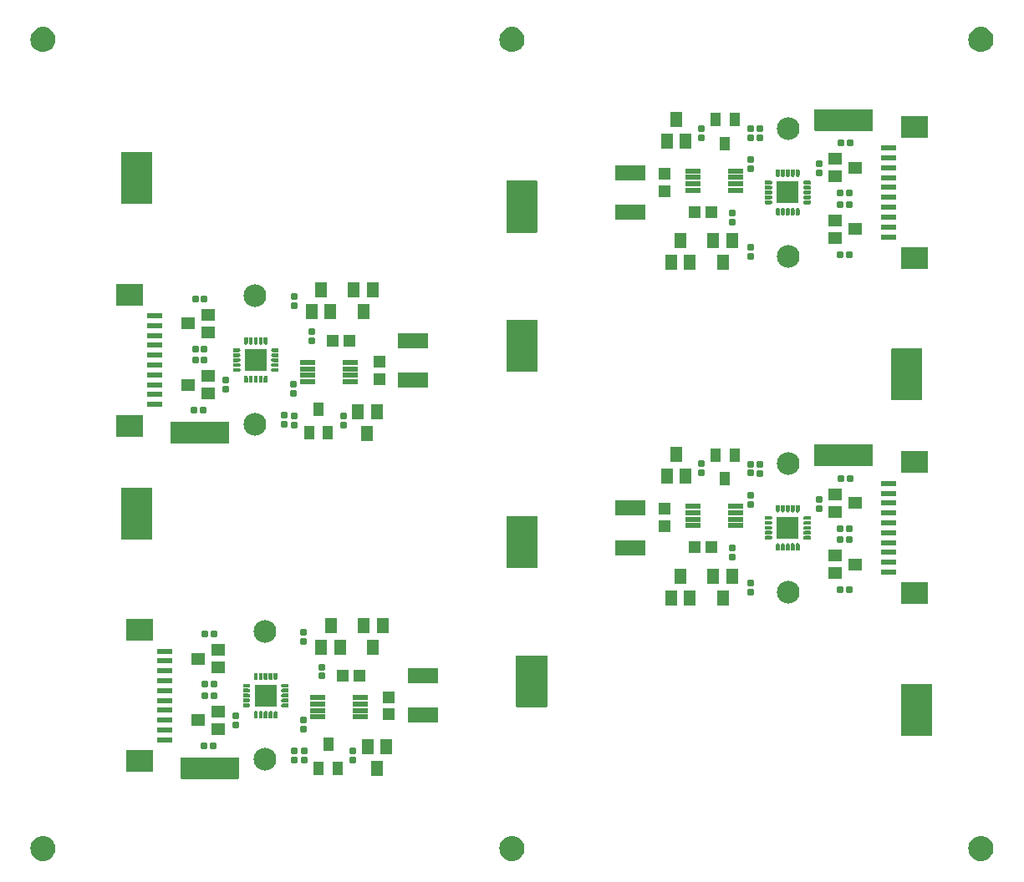
<source format=gts>
%MOIN*%
%OFA0B0*%
%FSLAX34Y34*%
%IPPOS*%
%LPD*%
%AMOC8*
5,1,8,0,0,$1,22.5*%
%AMOC80*
5,1,8,0,0,$1,22.5*%
%AMOC81*
5,1,8,0,0,$1,112.5*%
%AMOC80*
5,1,8,0,0,$1,-67.5*%
%AMOC81*
5,1,8,0,0,$1,112.5*%
%AMOC80*
5,1,8,0,0,$1,-67.5*%
%ADD10C,0.047370078740157487*%
%ADD21C,0.047370078740157487*%
%ADD22C,0.090677165354330708*%
%ADD23C,0.017718385826771654*%
%ADD24R,0.090677165354330708X0.090677165354330708*%
%ADD25R,0.047370078740157487X0.051307086614173228*%
%ADD26R,0.047370078740157487X0.063118110236220479*%
%ADD27R,0.0611496062992126X0.023748031496062992*%
%ADD28R,0.050519685039370078X0.049338582677165357*%
%ADD29R,0.043433070866141732X0.055244094488188983*%
%ADD30R,0.053000000000000005X0.048000000000000008*%
%ADD31R,0.12204724409448819X0.062992125984251982*%
%ADD32R,0.059181102362204731X0.019811023622047244*%
%ADD33R,0.1064251968503937X0.086740157480314953*%
%ADD34C,0.090677165354330708*%
%ADD35C,0.017718385826771654*%
%ADD36R,0.090677165354330708X0.090677165354330708*%
%ADD37R,0.047370078740157487X0.051307086614173228*%
%ADD38R,0.047370078740157487X0.063118110236220479*%
%ADD39R,0.0611496062992126X0.023748031496062992*%
%ADD40R,0.050519685039370078X0.049338582677165357*%
%ADD41R,0.043433070866141732X0.055244094488188983*%
%ADD42R,0.053000000000000005X0.048000000000000008*%
%ADD43R,0.12204724409448819X0.062992125984251982*%
%ADD44R,0.059181102362204731X0.019811023622047244*%
%ADD45R,0.1064251968503937X0.086740157480314953*%
%ADD46C,0.090677165354330708*%
%ADD47C,0.017718385826771654*%
%ADD48R,0.090677165354330708X0.090677165354330708*%
%ADD49R,0.047370078740157487X0.051307086614173228*%
%ADD50R,0.047370078740157487X0.063118110236220479*%
%ADD51R,0.0611496062992126X0.023748031496062992*%
%ADD52R,0.050519685039370078X0.049338582677165357*%
%ADD53R,0.043433070866141732X0.055244094488188983*%
%ADD54R,0.053000000000000005X0.048000000000000008*%
%ADD55R,0.12204724409448819X0.062992125984251982*%
%ADD56R,0.059181102362204731X0.019811023622047244*%
%ADD57R,0.1064251968503937X0.086740157480314953*%
%ADD58C,0.090677165354330708*%
%ADD59C,0.017718385826771654*%
%ADD60R,0.090677165354330708X0.090677165354330708*%
%ADD61R,0.047370078740157487X0.051307086614173228*%
%ADD62R,0.047370078740157487X0.063118110236220479*%
%ADD63R,0.0611496062992126X0.023748031496062992*%
%ADD64R,0.050519685039370078X0.049338582677165357*%
%ADD65R,0.043433070866141732X0.055244094488188983*%
%ADD66R,0.053000000000000005X0.048000000000000008*%
%ADD67R,0.12204724409448819X0.062992125984251982*%
%ADD68R,0.059181102362204731X0.019811023622047244*%
%ADD69R,0.1064251968503937X0.086740157480314953*%
G75*
G01*
G36*
X0019769Y0005607D02*
X0019769Y0005607D01*
X0019770Y0005607D01*
X0019774Y0005608D01*
X0019854Y0005629D01*
X0019855Y0005629D01*
X0019859Y0005631D01*
X0019933Y0005666D01*
X0019934Y0005666D01*
X0019938Y0005668D01*
X0020005Y0005715D01*
X0020006Y0005716D01*
X0020009Y0005719D01*
X0020068Y0005777D01*
X0020068Y0005778D01*
X0020071Y0005781D01*
X0020118Y0005848D01*
X0020119Y0005850D01*
X0020121Y0005853D01*
X0020156Y0005928D01*
X0020156Y0005929D01*
X0020157Y0005933D01*
X0020179Y0006012D01*
X0020179Y0006013D01*
X0020180Y0006017D01*
X0020187Y0006099D01*
X0020187Y0006100D01*
X0020187Y0006104D01*
X0020180Y0006187D01*
X0020179Y0006188D01*
X0020179Y0006192D01*
X0020157Y0006271D01*
X0020157Y0006272D01*
X0020156Y0006276D01*
X0020121Y0006351D01*
X0020120Y0006352D01*
X0020118Y0006355D01*
X0020071Y0006423D01*
X0020070Y0006424D01*
X0020068Y0006427D01*
X0020009Y0006485D01*
X0020008Y0006486D01*
X0020005Y0006488D01*
X0019938Y0006536D01*
X0019937Y0006536D01*
X0019933Y0006538D01*
X0019859Y0006573D01*
X0019858Y0006573D01*
X0019854Y0006575D01*
X0019774Y0006596D01*
X0019773Y0006596D01*
X0019769Y0006597D01*
X0019687Y0006604D01*
X0019686Y0006604D01*
X0019682Y0006604D01*
X0019600Y0006597D01*
X0019599Y0006597D01*
X0019595Y0006596D01*
X0019515Y0006575D01*
X0019514Y0006574D01*
X0019510Y0006573D01*
X0019436Y0006538D01*
X0019435Y0006537D01*
X0019431Y0006536D01*
X0019364Y0006488D01*
X0019363Y0006487D01*
X0019360Y0006485D01*
X0019301Y0006427D01*
X0019301Y0006426D01*
X0019298Y0006423D01*
X0019251Y0006355D01*
X0019250Y0006354D01*
X0019248Y0006351D01*
X0019213Y0006276D01*
X0019213Y0006275D01*
X0019212Y0006271D01*
X0019190Y0006192D01*
X0019190Y0006190D01*
X0019189Y0006187D01*
X0019182Y0006104D01*
X0019182Y0006103D01*
X0019182Y0006099D01*
X0019189Y0006017D01*
X0019190Y0006016D01*
X0019190Y0006012D01*
X0019212Y0005933D01*
X0019212Y0005931D01*
X0019213Y0005928D01*
X0019248Y0005853D01*
X0019249Y0005852D01*
X0019251Y0005848D01*
X0019298Y0005781D01*
X0019299Y0005780D01*
X0019301Y0005777D01*
X0019360Y0005719D01*
X0019361Y0005718D01*
X0019364Y0005715D01*
X0019431Y0005668D01*
X0019432Y0005668D01*
X0019436Y0005666D01*
X0019510Y0005631D01*
X0019511Y0005630D01*
X0019515Y0005629D01*
X0019595Y0005608D01*
X0019596Y0005608D01*
X0019600Y0005607D01*
X0019682Y0005600D01*
X0019683Y0005600D01*
X0019687Y0005600D01*
X0019769Y0005607D01*
G37*
G36*
X0038470Y0005607D02*
X0038470Y0005607D01*
X0038471Y0005607D01*
X0038475Y0005608D01*
X0038555Y0005629D01*
X0038556Y0005629D01*
X0038560Y0005631D01*
X0038634Y0005666D01*
X0038635Y0005666D01*
X0038639Y0005668D01*
X0038706Y0005715D01*
X0038707Y0005716D01*
X0038710Y0005719D01*
X0038768Y0005777D01*
X0038769Y0005778D01*
X0038772Y0005781D01*
X0038819Y0005848D01*
X0038820Y0005850D01*
X0038822Y0005853D01*
X0038856Y0005928D01*
X0038857Y0005929D01*
X0038858Y0005933D01*
X0038880Y0006012D01*
X0038880Y0006013D01*
X0038880Y0006017D01*
X0038888Y0006099D01*
X0038888Y0006100D01*
X0038888Y0006104D01*
X0038880Y0006187D01*
X0038880Y0006188D01*
X0038880Y0006192D01*
X0038858Y0006271D01*
X0038858Y0006272D01*
X0038856Y0006276D01*
X0038822Y0006351D01*
X0038821Y0006352D01*
X0038819Y0006355D01*
X0038772Y0006423D01*
X0038771Y0006424D01*
X0038768Y0006427D01*
X0038710Y0006485D01*
X0038709Y0006486D01*
X0038706Y0006488D01*
X0038639Y0006536D01*
X0038638Y0006536D01*
X0038634Y0006538D01*
X0038560Y0006573D01*
X0038558Y0006573D01*
X0038555Y0006575D01*
X0038475Y0006596D01*
X0038474Y0006596D01*
X0038470Y0006597D01*
X0038388Y0006604D01*
X0038387Y0006604D01*
X0038383Y0006604D01*
X0038301Y0006597D01*
X0038300Y0006597D01*
X0038296Y0006596D01*
X0038216Y0006575D01*
X0038215Y0006574D01*
X0038211Y0006573D01*
X0038136Y0006538D01*
X0038135Y0006537D01*
X0038132Y0006536D01*
X0038064Y0006488D01*
X0038064Y0006487D01*
X0038060Y0006485D01*
X0038002Y0006427D01*
X0038002Y0006426D01*
X0037999Y0006423D01*
X0037952Y0006355D01*
X0037951Y0006354D01*
X0037949Y0006351D01*
X0037914Y0006276D01*
X0037914Y0006275D01*
X0037912Y0006271D01*
X0037891Y0006192D01*
X0037891Y0006190D01*
X0037890Y0006187D01*
X0037883Y0006104D01*
X0037883Y0006103D01*
X0037883Y0006099D01*
X0037890Y0006017D01*
X0037891Y0006016D01*
X0037891Y0006012D01*
X0037912Y0005933D01*
X0037913Y0005931D01*
X0037914Y0005928D01*
X0037949Y0005853D01*
X0037950Y0005852D01*
X0037952Y0005848D01*
X0037999Y0005781D01*
X0038000Y0005780D01*
X0038002Y0005777D01*
X0038060Y0005719D01*
X0038061Y0005718D01*
X0038064Y0005715D01*
X0038132Y0005668D01*
X0038133Y0005668D01*
X0038136Y0005666D01*
X0038211Y0005631D01*
X0038212Y0005630D01*
X0038216Y0005629D01*
X0038296Y0005608D01*
X0038297Y0005608D01*
X0038301Y0005607D01*
X0038383Y0005600D01*
X0038384Y0005600D01*
X0038388Y0005600D01*
X0038470Y0005607D01*
G37*
G36*
X0001068Y0005607D02*
X0001068Y0005607D01*
X0001070Y0005607D01*
X0001074Y0005608D01*
X0001153Y0005629D01*
X0001154Y0005629D01*
X0001158Y0005631D01*
X0001233Y0005666D01*
X0001234Y0005666D01*
X0001237Y0005668D01*
X0001305Y0005715D01*
X0001305Y0005716D01*
X0001309Y0005719D01*
X0001367Y0005777D01*
X0001368Y0005778D01*
X0001370Y0005781D01*
X0001417Y0005848D01*
X0001418Y0005850D01*
X0001420Y0005853D01*
X0001455Y0005928D01*
X0001455Y0005929D01*
X0001457Y0005933D01*
X0001478Y0006012D01*
X0001478Y0006013D01*
X0001479Y0006017D01*
X0001486Y0006099D01*
X0001486Y0006100D01*
X0001486Y0006104D01*
X0001479Y0006187D01*
X0001479Y0006188D01*
X0001478Y0006192D01*
X0001457Y0006271D01*
X0001456Y0006272D01*
X0001455Y0006276D01*
X0001420Y0006351D01*
X0001419Y0006352D01*
X0001417Y0006355D01*
X0001370Y0006423D01*
X0001369Y0006424D01*
X0001367Y0006427D01*
X0001309Y0006485D01*
X0001308Y0006486D01*
X0001305Y0006488D01*
X0001237Y0006536D01*
X0001236Y0006536D01*
X0001233Y0006538D01*
X0001158Y0006573D01*
X0001157Y0006573D01*
X0001153Y0006575D01*
X0001074Y0006596D01*
X0001072Y0006596D01*
X0001068Y0006597D01*
X0000986Y0006604D01*
X0000985Y0006604D01*
X0000981Y0006604D01*
X0000899Y0006597D01*
X0000898Y0006597D01*
X0000894Y0006596D01*
X0000814Y0006575D01*
X0000813Y0006574D01*
X0000810Y0006573D01*
X0000735Y0006538D01*
X0000734Y0006537D01*
X0000730Y0006536D01*
X0000663Y0006488D01*
X0000662Y0006487D01*
X0000659Y0006485D01*
X0000601Y0006427D01*
X0000600Y0006426D01*
X0000597Y0006423D01*
X0000550Y0006355D01*
X0000550Y0006354D01*
X0000547Y0006351D01*
X0000513Y0006276D01*
X0000512Y0006275D01*
X0000511Y0006271D01*
X0000490Y0006192D01*
X0000489Y0006190D01*
X0000489Y0006187D01*
X0000481Y0006104D01*
X0000482Y0006103D01*
X0000481Y0006099D01*
X0000489Y0006017D01*
X0000489Y0006016D01*
X0000490Y0006012D01*
X0000511Y0005933D01*
X0000511Y0005931D01*
X0000513Y0005928D01*
X0000547Y0005853D01*
X0000548Y0005852D01*
X0000550Y0005848D01*
X0000597Y0005781D01*
X0000598Y0005780D01*
X0000601Y0005777D01*
X0000659Y0005719D01*
X0000660Y0005718D01*
X0000663Y0005715D01*
X0000730Y0005668D01*
X0000731Y0005668D01*
X0000735Y0005666D01*
X0000810Y0005631D01*
X0000811Y0005630D01*
X0000814Y0005629D01*
X0000894Y0005608D01*
X0000895Y0005608D01*
X0000899Y0005607D01*
X0000981Y0005600D01*
X0000982Y0005600D01*
X0000986Y0005600D01*
X0001068Y0005607D01*
G37*
D10*
X0000984Y0006102D03*
X0019685Y0006102D03*
X0038385Y0006102D03*
G04 next file*
G04 EAGLE Gerber RS-274X export*
G75*
G01*
G36*
X0019769Y0037890D02*
X0019769Y0037890D01*
X0019770Y0037891D01*
X0019774Y0037891D01*
X0019854Y0037912D01*
X0019855Y0037913D01*
X0019859Y0037914D01*
X0019933Y0037949D01*
X0019934Y0037950D01*
X0019938Y0037952D01*
X0020005Y0037999D01*
X0020006Y0038000D01*
X0020009Y0038002D01*
X0020068Y0038060D01*
X0020068Y0038061D01*
X0020071Y0038064D01*
X0020118Y0038132D01*
X0020119Y0038133D01*
X0020121Y0038136D01*
X0020156Y0038211D01*
X0020156Y0038212D01*
X0020157Y0038216D01*
X0020179Y0038296D01*
X0020179Y0038297D01*
X0020180Y0038301D01*
X0020187Y0038383D01*
X0020187Y0038384D01*
X0020187Y0038388D01*
X0020180Y0038470D01*
X0020179Y0038471D01*
X0020179Y0038475D01*
X0020157Y0038555D01*
X0020157Y0038556D01*
X0020156Y0038560D01*
X0020121Y0038634D01*
X0020120Y0038635D01*
X0020118Y0038639D01*
X0020071Y0038706D01*
X0020070Y0038707D01*
X0020068Y0038710D01*
X0020009Y0038768D01*
X0020008Y0038769D01*
X0020005Y0038772D01*
X0019938Y0038819D01*
X0019937Y0038820D01*
X0019933Y0038822D01*
X0019859Y0038856D01*
X0019858Y0038857D01*
X0019854Y0038858D01*
X0019774Y0038880D01*
X0019773Y0038880D01*
X0019769Y0038880D01*
X0019687Y0038888D01*
X0019686Y0038888D01*
X0019682Y0038888D01*
X0019600Y0038880D01*
X0019599Y0038880D01*
X0019595Y0038880D01*
X0019515Y0038858D01*
X0019514Y0038858D01*
X0019510Y0038856D01*
X0019436Y0038822D01*
X0019435Y0038821D01*
X0019431Y0038819D01*
X0019364Y0038772D01*
X0019363Y0038771D01*
X0019360Y0038768D01*
X0019301Y0038710D01*
X0019301Y0038709D01*
X0019298Y0038706D01*
X0019251Y0038639D01*
X0019250Y0038638D01*
X0019248Y0038634D01*
X0019213Y0038560D01*
X0019213Y0038558D01*
X0019212Y0038555D01*
X0019190Y0038475D01*
X0019190Y0038474D01*
X0019189Y0038470D01*
X0019182Y0038388D01*
X0019182Y0038387D01*
X0019182Y0038383D01*
X0019189Y0038301D01*
X0019190Y0038300D01*
X0019190Y0038296D01*
X0019212Y0038216D01*
X0019212Y0038215D01*
X0019213Y0038211D01*
X0019248Y0038136D01*
X0019249Y0038135D01*
X0019251Y0038132D01*
X0019298Y0038064D01*
X0019299Y0038064D01*
X0019301Y0038060D01*
X0019360Y0038002D01*
X0019361Y0038002D01*
X0019364Y0037999D01*
X0019431Y0037952D01*
X0019432Y0037951D01*
X0019436Y0037949D01*
X0019510Y0037914D01*
X0019511Y0037914D01*
X0019515Y0037912D01*
X0019595Y0037891D01*
X0019596Y0037891D01*
X0019600Y0037890D01*
X0019682Y0037883D01*
X0019683Y0037883D01*
X0019687Y0037883D01*
X0019769Y0037890D01*
G37*
G36*
X0038470Y0037890D02*
X0038470Y0037890D01*
X0038471Y0037891D01*
X0038475Y0037891D01*
X0038555Y0037912D01*
X0038556Y0037913D01*
X0038560Y0037914D01*
X0038634Y0037949D01*
X0038635Y0037950D01*
X0038639Y0037952D01*
X0038706Y0037999D01*
X0038707Y0038000D01*
X0038710Y0038002D01*
X0038768Y0038060D01*
X0038769Y0038061D01*
X0038772Y0038064D01*
X0038819Y0038132D01*
X0038820Y0038133D01*
X0038822Y0038136D01*
X0038856Y0038211D01*
X0038857Y0038212D01*
X0038858Y0038216D01*
X0038880Y0038296D01*
X0038880Y0038297D01*
X0038880Y0038301D01*
X0038888Y0038383D01*
X0038888Y0038384D01*
X0038888Y0038388D01*
X0038880Y0038470D01*
X0038880Y0038471D01*
X0038880Y0038475D01*
X0038858Y0038555D01*
X0038858Y0038556D01*
X0038856Y0038560D01*
X0038822Y0038634D01*
X0038821Y0038635D01*
X0038819Y0038639D01*
X0038772Y0038706D01*
X0038771Y0038707D01*
X0038768Y0038710D01*
X0038710Y0038768D01*
X0038709Y0038769D01*
X0038706Y0038772D01*
X0038639Y0038819D01*
X0038638Y0038820D01*
X0038634Y0038822D01*
X0038560Y0038856D01*
X0038558Y0038857D01*
X0038555Y0038858D01*
X0038475Y0038880D01*
X0038474Y0038880D01*
X0038470Y0038880D01*
X0038388Y0038888D01*
X0038387Y0038888D01*
X0038383Y0038888D01*
X0038301Y0038880D01*
X0038300Y0038880D01*
X0038296Y0038880D01*
X0038216Y0038858D01*
X0038215Y0038858D01*
X0038211Y0038856D01*
X0038136Y0038822D01*
X0038135Y0038821D01*
X0038132Y0038819D01*
X0038064Y0038772D01*
X0038064Y0038771D01*
X0038060Y0038768D01*
X0038002Y0038710D01*
X0038002Y0038709D01*
X0037999Y0038706D01*
X0037952Y0038639D01*
X0037951Y0038638D01*
X0037949Y0038634D01*
X0037914Y0038560D01*
X0037914Y0038558D01*
X0037912Y0038555D01*
X0037891Y0038475D01*
X0037891Y0038474D01*
X0037890Y0038470D01*
X0037883Y0038388D01*
X0037883Y0038387D01*
X0037883Y0038383D01*
X0037890Y0038301D01*
X0037891Y0038300D01*
X0037891Y0038296D01*
X0037912Y0038216D01*
X0037913Y0038215D01*
X0037914Y0038211D01*
X0037949Y0038136D01*
X0037950Y0038135D01*
X0037952Y0038132D01*
X0037999Y0038064D01*
X0038000Y0038064D01*
X0038002Y0038060D01*
X0038060Y0038002D01*
X0038061Y0038002D01*
X0038064Y0037999D01*
X0038132Y0037952D01*
X0038133Y0037951D01*
X0038136Y0037949D01*
X0038211Y0037914D01*
X0038212Y0037914D01*
X0038216Y0037912D01*
X0038296Y0037891D01*
X0038297Y0037891D01*
X0038301Y0037890D01*
X0038383Y0037883D01*
X0038384Y0037883D01*
X0038388Y0037883D01*
X0038470Y0037890D01*
G37*
G36*
X0001068Y0037890D02*
X0001068Y0037890D01*
X0001070Y0037891D01*
X0001074Y0037891D01*
X0001153Y0037912D01*
X0001154Y0037913D01*
X0001158Y0037914D01*
X0001233Y0037949D01*
X0001234Y0037950D01*
X0001237Y0037952D01*
X0001305Y0037999D01*
X0001305Y0038000D01*
X0001309Y0038002D01*
X0001367Y0038060D01*
X0001368Y0038061D01*
X0001370Y0038064D01*
X0001417Y0038132D01*
X0001418Y0038133D01*
X0001420Y0038136D01*
X0001455Y0038211D01*
X0001455Y0038212D01*
X0001457Y0038216D01*
X0001478Y0038296D01*
X0001478Y0038297D01*
X0001479Y0038301D01*
X0001486Y0038383D01*
X0001486Y0038384D01*
X0001486Y0038388D01*
X0001479Y0038470D01*
X0001479Y0038471D01*
X0001478Y0038475D01*
X0001457Y0038555D01*
X0001456Y0038556D01*
X0001455Y0038560D01*
X0001420Y0038634D01*
X0001419Y0038635D01*
X0001417Y0038639D01*
X0001370Y0038706D01*
X0001369Y0038707D01*
X0001367Y0038710D01*
X0001309Y0038768D01*
X0001308Y0038769D01*
X0001305Y0038772D01*
X0001237Y0038819D01*
X0001236Y0038820D01*
X0001233Y0038822D01*
X0001158Y0038856D01*
X0001157Y0038857D01*
X0001153Y0038858D01*
X0001074Y0038880D01*
X0001072Y0038880D01*
X0001068Y0038880D01*
X0000986Y0038888D01*
X0000985Y0038888D01*
X0000981Y0038888D01*
X0000899Y0038880D01*
X0000898Y0038880D01*
X0000894Y0038880D01*
X0000814Y0038858D01*
X0000813Y0038858D01*
X0000810Y0038856D01*
X0000735Y0038822D01*
X0000734Y0038821D01*
X0000730Y0038819D01*
X0000663Y0038772D01*
X0000662Y0038771D01*
X0000659Y0038768D01*
X0000601Y0038710D01*
X0000600Y0038709D01*
X0000597Y0038706D01*
X0000550Y0038639D01*
X0000550Y0038638D01*
X0000547Y0038634D01*
X0000513Y0038560D01*
X0000512Y0038558D01*
X0000511Y0038555D01*
X0000490Y0038475D01*
X0000489Y0038474D01*
X0000489Y0038470D01*
X0000481Y0038388D01*
X0000482Y0038387D01*
X0000481Y0038383D01*
X0000489Y0038301D01*
X0000489Y0038300D01*
X0000490Y0038296D01*
X0000511Y0038216D01*
X0000511Y0038215D01*
X0000513Y0038211D01*
X0000547Y0038136D01*
X0000548Y0038135D01*
X0000550Y0038132D01*
X0000597Y0038064D01*
X0000598Y0038064D01*
X0000601Y0038060D01*
X0000659Y0038002D01*
X0000660Y0038002D01*
X0000663Y0037999D01*
X0000730Y0037952D01*
X0000731Y0037951D01*
X0000735Y0037949D01*
X0000810Y0037914D01*
X0000811Y0037914D01*
X0000814Y0037912D01*
X0000894Y0037891D01*
X0000895Y0037891D01*
X0000899Y0037890D01*
X0000981Y0037883D01*
X0000982Y0037883D01*
X0000986Y0037883D01*
X0001068Y0037890D01*
G37*
D21*
X0000984Y0038385D03*
X0019685Y0038385D03*
X0038385Y0038385D03*
G04 next file*
G04 EAGLE Gerber RS-274X export*
G75*
G01*
G36*
X0005344Y0033859D02*
X0005344Y0033859D01*
X0005344Y0033859D01*
X0005344Y0033863D01*
X0005343Y0033867D01*
X0005342Y0033868D01*
X0005342Y0033869D01*
X0005340Y0033872D01*
X0005338Y0033876D01*
X0005338Y0033876D01*
X0005337Y0033877D01*
X0005334Y0033880D01*
X0005331Y0033883D01*
X0005331Y0033883D01*
X0005330Y0033883D01*
X0005326Y0033885D01*
X0005322Y0033887D01*
X0005322Y0033887D01*
X0005321Y0033887D01*
X0005314Y0033888D01*
X0004133Y0033888D01*
X0004133Y0033888D01*
X0004132Y0033888D01*
X0004128Y0033887D01*
X0004124Y0033886D01*
X0004123Y0033886D01*
X0004122Y0033886D01*
X0004119Y0033884D01*
X0004115Y0033882D01*
X0004115Y0033881D01*
X0004114Y0033881D01*
X0004111Y0033878D01*
X0004109Y0033875D01*
X0004108Y0033874D01*
X0004108Y0033873D01*
X0004106Y0033870D01*
X0004104Y0033866D01*
X0004104Y0033865D01*
X0004104Y0033864D01*
X0004103Y0033858D01*
X0004103Y0031850D01*
X0004103Y0031849D01*
X0004103Y0031848D01*
X0004104Y0031844D01*
X0004105Y0031840D01*
X0004105Y0031840D01*
X0004105Y0031839D01*
X0004108Y0031835D01*
X0004110Y0031832D01*
X0004110Y0031831D01*
X0004110Y0031831D01*
X0004114Y0031828D01*
X0004117Y0031825D01*
X0004117Y0031825D01*
X0004118Y0031824D01*
X0004122Y0031823D01*
X0004125Y0031821D01*
X0004126Y0031821D01*
X0004127Y0031821D01*
X0004133Y0031820D01*
X0005314Y0031820D01*
X0005315Y0031820D01*
X0005316Y0031820D01*
X0005320Y0031821D01*
X0005324Y0031822D01*
X0005325Y0031822D01*
X0005325Y0031822D01*
X0005329Y0031824D01*
X0005333Y0031826D01*
X0005333Y0031827D01*
X0005334Y0031827D01*
X0005336Y0031830D01*
X0005339Y0031833D01*
X0005340Y0031834D01*
X0005340Y0031834D01*
X0005342Y0031838D01*
X0005343Y0031842D01*
X0005343Y0031843D01*
X0005344Y0031843D01*
X0005344Y0031850D01*
X0005344Y0033858D01*
X0005344Y0033859D01*
G37*
G36*
X0020699Y0032717D02*
X0020699Y0032717D01*
X0020699Y0032718D01*
X0020698Y0032722D01*
X0020697Y0032726D01*
X0020697Y0032726D01*
X0020697Y0032727D01*
X0020695Y0032731D01*
X0020693Y0032734D01*
X0020692Y0032735D01*
X0020692Y0032735D01*
X0020689Y0032738D01*
X0020686Y0032741D01*
X0020685Y0032741D01*
X0020684Y0032742D01*
X0020681Y0032743D01*
X0020677Y0032745D01*
X0020676Y0032745D01*
X0020675Y0032745D01*
X0020669Y0032746D01*
X0019488Y0032746D01*
X0019487Y0032746D01*
X0019486Y0032746D01*
X0019482Y0032745D01*
X0019478Y0032744D01*
X0019477Y0032744D01*
X0019477Y0032744D01*
X0019473Y0032742D01*
X0019470Y0032740D01*
X0019469Y0032739D01*
X0019468Y0032739D01*
X0019466Y0032736D01*
X0019463Y0032733D01*
X0019463Y0032732D01*
X0019462Y0032732D01*
X0019461Y0032728D01*
X0019459Y0032724D01*
X0019459Y0032723D01*
X0019458Y0032723D01*
X0019458Y0032716D01*
X0019458Y0030708D01*
X0019458Y0030707D01*
X0019458Y0030707D01*
X0019459Y0030703D01*
X0019459Y0030699D01*
X0019460Y0030698D01*
X0019460Y0030697D01*
X0019462Y0030694D01*
X0019464Y0030690D01*
X0019464Y0030690D01*
X0019465Y0030689D01*
X0019468Y0030686D01*
X0019471Y0030683D01*
X0019472Y0030683D01*
X0019472Y0030683D01*
X0019476Y0030681D01*
X0019480Y0030679D01*
X0019480Y0030679D01*
X0019481Y0030679D01*
X0019488Y0030678D01*
X0020669Y0030678D01*
X0020670Y0030678D01*
X0020670Y0030678D01*
X0020674Y0030679D01*
X0020678Y0030680D01*
X0020679Y0030680D01*
X0020680Y0030680D01*
X0020683Y0030682D01*
X0020687Y0030684D01*
X0020687Y0030685D01*
X0020688Y0030685D01*
X0020691Y0030688D01*
X0020694Y0030691D01*
X0020694Y0030692D01*
X0020694Y0030693D01*
X0020696Y0030696D01*
X0020698Y0030700D01*
X0020698Y0030701D01*
X0020698Y0030702D01*
X0020699Y0030708D01*
X0020699Y0032716D01*
X0020699Y0032717D01*
G37*
G36*
X0034074Y0035590D02*
X0034074Y0035590D01*
X0034074Y0035591D01*
X0034073Y0035594D01*
X0034073Y0035598D01*
X0034073Y0035598D01*
X0034072Y0035598D01*
X0034070Y0035601D01*
X0034068Y0035604D01*
X0034068Y0035604D01*
X0034068Y0035605D01*
X0034065Y0035606D01*
X0034062Y0035608D01*
X0034061Y0035608D01*
X0034061Y0035609D01*
X0034055Y0035610D01*
X0031771Y0035610D01*
X0031771Y0035610D01*
X0031770Y0035610D01*
X0031767Y0035609D01*
X0031763Y0035608D01*
X0031763Y0035608D01*
X0031763Y0035608D01*
X0031760Y0035606D01*
X0031757Y0035604D01*
X0031757Y0035603D01*
X0031757Y0035603D01*
X0031755Y0035600D01*
X0031753Y0035597D01*
X0031753Y0035597D01*
X0031753Y0035597D01*
X0031752Y0035590D01*
X0031752Y0034763D01*
X0031752Y0034763D01*
X0031752Y0034763D01*
X0031752Y0034759D01*
X0031753Y0034756D01*
X0031753Y0034755D01*
X0031753Y0034755D01*
X0031755Y0034752D01*
X0031757Y0034749D01*
X0031758Y0034749D01*
X0031758Y0034749D01*
X0031761Y0034747D01*
X0031764Y0034745D01*
X0031764Y0034745D01*
X0031765Y0034745D01*
X0031771Y0034744D01*
X0034055Y0034744D01*
X0034055Y0034744D01*
X0034055Y0034744D01*
X0034059Y0034744D01*
X0034062Y0034745D01*
X0034063Y0034745D01*
X0034063Y0034745D01*
X0034066Y0034748D01*
X0034069Y0034750D01*
X0034069Y0034750D01*
X0034069Y0034750D01*
X0034071Y0034753D01*
X0034073Y0034756D01*
X0034073Y0034757D01*
X0034073Y0034757D01*
X0034074Y0034763D01*
X0034074Y0035590D01*
X0034074Y0035590D01*
G37*
G36*
X0030370Y0032992D02*
X0030370Y0032992D01*
X0030370Y0033169D01*
X0030370Y0033169D01*
X0030370Y0033169D01*
X0030369Y0033173D01*
X0030368Y0033176D01*
X0030368Y0033177D01*
X0030368Y0033177D01*
X0030366Y0033180D01*
X0030364Y0033183D01*
X0030363Y0033183D01*
X0030363Y0033183D01*
X0030360Y0033185D01*
X0030357Y0033187D01*
X0030357Y0033187D01*
X0030356Y0033187D01*
X0030350Y0033188D01*
X0030232Y0033188D01*
X0030232Y0033188D01*
X0030232Y0033188D01*
X0030231Y0033188D01*
X0030231Y0033188D01*
X0030228Y0033188D01*
X0030224Y0033187D01*
X0030224Y0033187D01*
X0030224Y0033187D01*
X0030221Y0033185D01*
X0030218Y0033182D01*
X0030217Y0033182D01*
X0030217Y0033182D01*
X0030215Y0033179D01*
X0030213Y0033176D01*
X0030213Y0033176D01*
X0030213Y0033175D01*
X0030212Y0033169D01*
X0030212Y0032992D01*
X0030212Y0032974D01*
X0030212Y0032972D01*
X0030213Y0032969D01*
X0030217Y0032951D01*
X0030218Y0032949D01*
X0030219Y0032946D01*
X0030228Y0032930D01*
X0030229Y0032929D01*
X0030231Y0032926D01*
X0030244Y0032913D01*
X0030245Y0032912D01*
X0030248Y0032910D01*
X0030263Y0032901D01*
X0030265Y0032900D01*
X0030268Y0032899D01*
X0030286Y0032894D01*
X0030288Y0032894D01*
X0030290Y0032893D01*
X0030291Y0032893D01*
X0030292Y0032893D01*
X0030292Y0032893D01*
X0030293Y0032893D01*
X0030294Y0032894D01*
X0030296Y0032894D01*
X0030314Y0032899D01*
X0030315Y0032900D01*
X0030318Y0032901D01*
X0030334Y0032910D01*
X0030335Y0032911D01*
X0030338Y0032913D01*
X0030351Y0032926D01*
X0030352Y0032928D01*
X0030354Y0032930D01*
X0030363Y0032946D01*
X0030363Y0032948D01*
X0030365Y0032951D01*
X0030369Y0032969D01*
X0030369Y0032970D01*
X0030370Y0032974D01*
X0030370Y0032992D01*
G37*
G36*
X0030566Y0032992D02*
X0030566Y0032992D01*
X0030566Y0033169D01*
X0030566Y0033169D01*
X0030566Y0033169D01*
X0030566Y0033173D01*
X0030565Y0033176D01*
X0030565Y0033177D01*
X0030565Y0033177D01*
X0030562Y0033180D01*
X0030560Y0033183D01*
X0030560Y0033183D01*
X0030560Y0033183D01*
X0030557Y0033185D01*
X0030554Y0033187D01*
X0030553Y0033187D01*
X0030553Y0033187D01*
X0030547Y0033188D01*
X0030429Y0033188D01*
X0030428Y0033188D01*
X0030428Y0033188D01*
X0030428Y0033188D01*
X0030428Y0033188D01*
X0030425Y0033188D01*
X0030421Y0033187D01*
X0030421Y0033187D01*
X0030420Y0033187D01*
X0030417Y0033185D01*
X0030414Y0033182D01*
X0030414Y0033182D01*
X0030414Y0033182D01*
X0030412Y0033179D01*
X0030410Y0033176D01*
X0030410Y0033176D01*
X0030410Y0033175D01*
X0030409Y0033169D01*
X0030409Y0032992D01*
X0030409Y0032974D01*
X0030409Y0032972D01*
X0030409Y0032969D01*
X0030414Y0032951D01*
X0030415Y0032949D01*
X0030416Y0032946D01*
X0030425Y0032930D01*
X0030426Y0032929D01*
X0030428Y0032926D01*
X0030441Y0032913D01*
X0030442Y0032912D01*
X0030445Y0032910D01*
X0030460Y0032901D01*
X0030462Y0032900D01*
X0030465Y0032899D01*
X0030482Y0032894D01*
X0030484Y0032894D01*
X0030486Y0032893D01*
X0030488Y0032893D01*
X0030489Y0032893D01*
X0030489Y0032893D01*
X0030490Y0032893D01*
X0030491Y0032894D01*
X0030493Y0032894D01*
X0030510Y0032899D01*
X0030512Y0032900D01*
X0030515Y0032901D01*
X0030531Y0032910D01*
X0030532Y0032911D01*
X0030535Y0032913D01*
X0030548Y0032926D01*
X0030549Y0032928D01*
X0030551Y0032930D01*
X0030560Y0032946D01*
X0030560Y0032948D01*
X0030561Y0032951D01*
X0030566Y0032969D01*
X0030566Y0032970D01*
X0030567Y0032974D01*
X0030566Y0032992D01*
G37*
G36*
X0030763Y0032992D02*
X0030763Y0032992D01*
X0030763Y0033169D01*
X0030763Y0033169D01*
X0030763Y0033169D01*
X0030762Y0033173D01*
X0030762Y0033176D01*
X0030762Y0033177D01*
X0030761Y0033177D01*
X0030759Y0033180D01*
X0030757Y0033183D01*
X0030757Y0033183D01*
X0030757Y0033183D01*
X0030754Y0033185D01*
X0030751Y0033187D01*
X0030750Y0033187D01*
X0030750Y0033187D01*
X0030744Y0033188D01*
X0030625Y0033188D01*
X0030625Y0033188D01*
X0030625Y0033188D01*
X0030625Y0033188D01*
X0030625Y0033188D01*
X0030621Y0033188D01*
X0030618Y0033187D01*
X0030618Y0033187D01*
X0030617Y0033187D01*
X0030614Y0033185D01*
X0030611Y0033182D01*
X0030611Y0033182D01*
X0030611Y0033182D01*
X0030609Y0033179D01*
X0030607Y0033176D01*
X0030607Y0033176D01*
X0030607Y0033175D01*
X0030606Y0033169D01*
X0030606Y0032992D01*
X0030606Y0032974D01*
X0030606Y0032972D01*
X0030606Y0032969D01*
X0030611Y0032951D01*
X0030612Y0032949D01*
X0030613Y0032946D01*
X0030622Y0032930D01*
X0030623Y0032929D01*
X0030625Y0032926D01*
X0030637Y0032913D01*
X0030639Y0032912D01*
X0030641Y0032910D01*
X0030657Y0032901D01*
X0030659Y0032900D01*
X0030662Y0032899D01*
X0030679Y0032894D01*
X0030681Y0032894D01*
X0030683Y0032893D01*
X0030685Y0032893D01*
X0030685Y0032893D01*
X0030686Y0032893D01*
X0030687Y0032893D01*
X0030688Y0032894D01*
X0030690Y0032894D01*
X0030707Y0032899D01*
X0030709Y0032900D01*
X0030712Y0032901D01*
X0030728Y0032910D01*
X0030729Y0032911D01*
X0030732Y0032913D01*
X0030744Y0032926D01*
X0030745Y0032928D01*
X0030747Y0032930D01*
X0030756Y0032946D01*
X0030757Y0032948D01*
X0030758Y0032951D01*
X0030763Y0032969D01*
X0030763Y0032970D01*
X0030763Y0032974D01*
X0030763Y0032992D01*
G37*
G36*
X0030960Y0032992D02*
X0030960Y0032992D01*
X0030960Y0033169D01*
X0030960Y0033169D01*
X0030960Y0033169D01*
X0030959Y0033173D01*
X0030959Y0033176D01*
X0030958Y0033177D01*
X0030958Y0033177D01*
X0030956Y0033180D01*
X0030954Y0033183D01*
X0030954Y0033183D01*
X0030954Y0033183D01*
X0030951Y0033185D01*
X0030948Y0033187D01*
X0030947Y0033187D01*
X0030947Y0033187D01*
X0030940Y0033188D01*
X0030822Y0033188D01*
X0030822Y0033188D01*
X0030822Y0033188D01*
X0030822Y0033188D01*
X0030822Y0033188D01*
X0030818Y0033188D01*
X0030815Y0033187D01*
X0030814Y0033187D01*
X0030814Y0033187D01*
X0030811Y0033185D01*
X0030808Y0033182D01*
X0030808Y0033182D01*
X0030808Y0033182D01*
X0030806Y0033179D01*
X0030804Y0033176D01*
X0030804Y0033176D01*
X0030804Y0033175D01*
X0030803Y0033169D01*
X0030803Y0032992D01*
X0030802Y0032974D01*
X0030803Y0032972D01*
X0030803Y0032969D01*
X0030808Y0032951D01*
X0030808Y0032949D01*
X0030810Y0032946D01*
X0030818Y0032930D01*
X0030820Y0032929D01*
X0030822Y0032926D01*
X0030834Y0032913D01*
X0030836Y0032912D01*
X0030838Y0032910D01*
X0030854Y0032901D01*
X0030856Y0032900D01*
X0030859Y0032899D01*
X0030876Y0032894D01*
X0030878Y0032894D01*
X0030880Y0032893D01*
X0030882Y0032893D01*
X0030882Y0032893D01*
X0030883Y0032893D01*
X0030884Y0032893D01*
X0030885Y0032894D01*
X0030887Y0032894D01*
X0030904Y0032899D01*
X0030906Y0032900D01*
X0030909Y0032901D01*
X0030925Y0032910D01*
X0030926Y0032911D01*
X0030929Y0032913D01*
X0030941Y0032926D01*
X0030942Y0032928D01*
X0030944Y0032930D01*
X0030953Y0032946D01*
X0030954Y0032948D01*
X0030955Y0032951D01*
X0030960Y0032969D01*
X0030960Y0032970D01*
X0030960Y0032974D01*
X0030960Y0032992D01*
G37*
G36*
X0031157Y0032992D02*
X0031157Y0032992D01*
X0031157Y0033169D01*
X0031157Y0033169D01*
X0031157Y0033169D01*
X0031156Y0033173D01*
X0031155Y0033176D01*
X0031155Y0033177D01*
X0031155Y0033177D01*
X0031153Y0033180D01*
X0031151Y0033183D01*
X0031151Y0033183D01*
X0031150Y0033183D01*
X0031147Y0033185D01*
X0031144Y0033187D01*
X0031144Y0033187D01*
X0031144Y0033187D01*
X0031137Y0033188D01*
X0031019Y0033188D01*
X0031019Y0033188D01*
X0031019Y0033188D01*
X0031019Y0033188D01*
X0031018Y0033188D01*
X0031015Y0033188D01*
X0031012Y0033187D01*
X0031011Y0033187D01*
X0031011Y0033187D01*
X0031008Y0033185D01*
X0031005Y0033182D01*
X0031005Y0033182D01*
X0031005Y0033182D01*
X0031003Y0033179D01*
X0031001Y0033176D01*
X0031001Y0033176D01*
X0031001Y0033175D01*
X0031000Y0033169D01*
X0031000Y0032992D01*
X0030999Y0032974D01*
X0031000Y0032972D01*
X0031000Y0032969D01*
X0031004Y0032951D01*
X0031005Y0032949D01*
X0031006Y0032946D01*
X0031015Y0032930D01*
X0031016Y0032929D01*
X0031018Y0032926D01*
X0031031Y0032913D01*
X0031033Y0032912D01*
X0031035Y0032910D01*
X0031051Y0032901D01*
X0031052Y0032900D01*
X0031055Y0032899D01*
X0031073Y0032894D01*
X0031075Y0032894D01*
X0031077Y0032893D01*
X0031079Y0032893D01*
X0031079Y0032893D01*
X0031080Y0032893D01*
X0031081Y0032893D01*
X0031082Y0032894D01*
X0031084Y0032894D01*
X0031101Y0032899D01*
X0031103Y0032900D01*
X0031106Y0032901D01*
X0031121Y0032910D01*
X0031123Y0032911D01*
X0031125Y0032913D01*
X0031138Y0032926D01*
X0031139Y0032928D01*
X0031141Y0032930D01*
X0031150Y0032946D01*
X0031151Y0032948D01*
X0031152Y0032951D01*
X0031157Y0032969D01*
X0031157Y0032970D01*
X0031157Y0032974D01*
X0031157Y0032992D01*
G37*
G36*
X0030369Y0031594D02*
X0030369Y0031594D01*
X0030369Y0031597D01*
X0030365Y0031615D01*
X0030364Y0031617D01*
X0030363Y0031620D01*
X0030354Y0031636D01*
X0030353Y0031637D01*
X0030351Y0031640D01*
X0030338Y0031653D01*
X0030337Y0031654D01*
X0030334Y0031656D01*
X0030318Y0031665D01*
X0030317Y0031666D01*
X0030314Y0031667D01*
X0030296Y0031672D01*
X0030294Y0031672D01*
X0030292Y0031673D01*
X0030291Y0031673D01*
X0030290Y0031673D01*
X0030290Y0031672D01*
X0030288Y0031673D01*
X0030287Y0031672D01*
X0030286Y0031672D01*
X0030268Y0031667D01*
X0030266Y0031666D01*
X0030263Y0031665D01*
X0030248Y0031656D01*
X0030246Y0031655D01*
X0030244Y0031653D01*
X0030231Y0031640D01*
X0030230Y0031638D01*
X0030228Y0031636D01*
X0030219Y0031620D01*
X0030218Y0031618D01*
X0030217Y0031615D01*
X0030213Y0031597D01*
X0030212Y0031596D01*
X0030212Y0031592D01*
X0030212Y0031574D01*
X0030212Y0031397D01*
X0030212Y0031397D01*
X0030212Y0031396D01*
X0030213Y0031393D01*
X0030214Y0031389D01*
X0030214Y0031389D01*
X0030214Y0031389D01*
X0030216Y0031386D01*
X0030218Y0031383D01*
X0030218Y0031383D01*
X0030219Y0031383D01*
X0030222Y0031381D01*
X0030225Y0031379D01*
X0030225Y0031379D01*
X0030225Y0031379D01*
X0030232Y0031377D01*
X0030350Y0031377D01*
X0030350Y0031378D01*
X0030351Y0031377D01*
X0030354Y0031378D01*
X0030358Y0031379D01*
X0030358Y0031379D01*
X0030358Y0031379D01*
X0030361Y0031381D01*
X0030364Y0031383D01*
X0030364Y0031384D01*
X0030364Y0031384D01*
X0030366Y0031387D01*
X0030368Y0031390D01*
X0030368Y0031390D01*
X0030368Y0031391D01*
X0030370Y0031397D01*
X0030370Y0031574D01*
X0030370Y0031592D01*
X0030369Y0031594D01*
G37*
G36*
X0030566Y0031594D02*
X0030566Y0031594D01*
X0030566Y0031597D01*
X0030561Y0031615D01*
X0030561Y0031617D01*
X0030560Y0031620D01*
X0030551Y0031636D01*
X0030550Y0031637D01*
X0030548Y0031640D01*
X0030535Y0031653D01*
X0030533Y0031654D01*
X0030531Y0031656D01*
X0030515Y0031665D01*
X0030514Y0031666D01*
X0030510Y0031667D01*
X0030493Y0031672D01*
X0030491Y0031672D01*
X0030489Y0031673D01*
X0030488Y0031673D01*
X0030487Y0031673D01*
X0030487Y0031672D01*
X0030485Y0031673D01*
X0030484Y0031672D01*
X0030482Y0031672D01*
X0030465Y0031667D01*
X0030463Y0031666D01*
X0030460Y0031665D01*
X0030445Y0031656D01*
X0030443Y0031655D01*
X0030441Y0031653D01*
X0030428Y0031640D01*
X0030427Y0031638D01*
X0030425Y0031636D01*
X0030416Y0031620D01*
X0030415Y0031618D01*
X0030414Y0031615D01*
X0030409Y0031597D01*
X0030409Y0031596D01*
X0030409Y0031592D01*
X0030409Y0031574D01*
X0030409Y0031397D01*
X0030409Y0031397D01*
X0030409Y0031396D01*
X0030410Y0031393D01*
X0030411Y0031389D01*
X0030411Y0031389D01*
X0030411Y0031389D01*
X0030413Y0031386D01*
X0030415Y0031383D01*
X0030415Y0031383D01*
X0030415Y0031383D01*
X0030418Y0031381D01*
X0030422Y0031379D01*
X0030422Y0031379D01*
X0030422Y0031379D01*
X0030429Y0031377D01*
X0030547Y0031377D01*
X0030547Y0031378D01*
X0030547Y0031377D01*
X0030551Y0031378D01*
X0030554Y0031379D01*
X0030555Y0031379D01*
X0030555Y0031379D01*
X0030558Y0031381D01*
X0030561Y0031383D01*
X0030561Y0031384D01*
X0030561Y0031384D01*
X0030563Y0031387D01*
X0030565Y0031390D01*
X0030565Y0031390D01*
X0030565Y0031391D01*
X0030566Y0031397D01*
X0030566Y0031574D01*
X0030567Y0031592D01*
X0030566Y0031594D01*
G37*
G36*
X0030763Y0031594D02*
X0030763Y0031594D01*
X0030763Y0031597D01*
X0030758Y0031615D01*
X0030758Y0031617D01*
X0030756Y0031620D01*
X0030747Y0031636D01*
X0030746Y0031637D01*
X0030744Y0031640D01*
X0030732Y0031653D01*
X0030730Y0031654D01*
X0030728Y0031656D01*
X0030712Y0031665D01*
X0030710Y0031666D01*
X0030707Y0031667D01*
X0030690Y0031672D01*
X0030688Y0031672D01*
X0030686Y0031673D01*
X0030685Y0031673D01*
X0030684Y0031673D01*
X0030683Y0031672D01*
X0030682Y0031673D01*
X0030681Y0031672D01*
X0030679Y0031672D01*
X0030662Y0031667D01*
X0030660Y0031666D01*
X0030657Y0031665D01*
X0030641Y0031656D01*
X0030640Y0031655D01*
X0030637Y0031653D01*
X0030625Y0031640D01*
X0030624Y0031638D01*
X0030622Y0031636D01*
X0030613Y0031620D01*
X0030612Y0031618D01*
X0030611Y0031615D01*
X0030606Y0031597D01*
X0030606Y0031596D01*
X0030606Y0031592D01*
X0030606Y0031574D01*
X0030606Y0031397D01*
X0030606Y0031397D01*
X0030606Y0031396D01*
X0030607Y0031393D01*
X0030607Y0031389D01*
X0030608Y0031389D01*
X0030608Y0031389D01*
X0030610Y0031386D01*
X0030612Y0031383D01*
X0030612Y0031383D01*
X0030612Y0031383D01*
X0030615Y0031381D01*
X0030618Y0031379D01*
X0030619Y0031379D01*
X0030619Y0031379D01*
X0030625Y0031377D01*
X0030744Y0031377D01*
X0030744Y0031378D01*
X0030744Y0031377D01*
X0030748Y0031378D01*
X0030751Y0031379D01*
X0030752Y0031379D01*
X0030752Y0031379D01*
X0030755Y0031381D01*
X0030758Y0031383D01*
X0030758Y0031384D01*
X0030758Y0031384D01*
X0030760Y0031387D01*
X0030762Y0031390D01*
X0030762Y0031390D01*
X0030762Y0031391D01*
X0030763Y0031397D01*
X0030763Y0031574D01*
X0030763Y0031592D01*
X0030763Y0031594D01*
G37*
G36*
X0030960Y0031594D02*
X0030960Y0031594D01*
X0030960Y0031597D01*
X0030955Y0031615D01*
X0030954Y0031617D01*
X0030953Y0031620D01*
X0030944Y0031636D01*
X0030943Y0031637D01*
X0030941Y0031640D01*
X0030929Y0031653D01*
X0030927Y0031654D01*
X0030925Y0031656D01*
X0030909Y0031665D01*
X0030907Y0031666D01*
X0030904Y0031667D01*
X0030887Y0031672D01*
X0030885Y0031672D01*
X0030883Y0031673D01*
X0030881Y0031673D01*
X0030881Y0031673D01*
X0030880Y0031672D01*
X0030879Y0031673D01*
X0030878Y0031672D01*
X0030876Y0031672D01*
X0030859Y0031667D01*
X0030857Y0031666D01*
X0030854Y0031665D01*
X0030838Y0031656D01*
X0030837Y0031655D01*
X0030834Y0031653D01*
X0030822Y0031640D01*
X0030821Y0031638D01*
X0030818Y0031636D01*
X0030810Y0031620D01*
X0030809Y0031618D01*
X0030808Y0031615D01*
X0030803Y0031597D01*
X0030803Y0031596D01*
X0030802Y0031592D01*
X0030803Y0031574D01*
X0030803Y0031397D01*
X0030803Y0031397D01*
X0030803Y0031396D01*
X0030804Y0031393D01*
X0030804Y0031389D01*
X0030804Y0031389D01*
X0030804Y0031389D01*
X0030807Y0031386D01*
X0030809Y0031383D01*
X0030809Y0031383D01*
X0030809Y0031383D01*
X0030812Y0031381D01*
X0030815Y0031379D01*
X0030816Y0031379D01*
X0030816Y0031379D01*
X0030822Y0031377D01*
X0030940Y0031377D01*
X0030941Y0031378D01*
X0030941Y0031377D01*
X0030945Y0031378D01*
X0030948Y0031379D01*
X0030948Y0031379D01*
X0030949Y0031379D01*
X0030952Y0031381D01*
X0030955Y0031383D01*
X0030955Y0031384D01*
X0030955Y0031384D01*
X0030957Y0031387D01*
X0030959Y0031390D01*
X0030959Y0031390D01*
X0030959Y0031391D01*
X0030960Y0031397D01*
X0030960Y0031574D01*
X0030960Y0031592D01*
X0030960Y0031594D01*
G37*
G36*
X0031157Y0031594D02*
X0031157Y0031594D01*
X0031157Y0031597D01*
X0031152Y0031615D01*
X0031151Y0031617D01*
X0031150Y0031620D01*
X0031141Y0031636D01*
X0031140Y0031637D01*
X0031138Y0031640D01*
X0031125Y0031653D01*
X0031124Y0031654D01*
X0031121Y0031656D01*
X0031106Y0031665D01*
X0031104Y0031666D01*
X0031101Y0031667D01*
X0031084Y0031672D01*
X0031081Y0031672D01*
X0031079Y0031673D01*
X0031078Y0031673D01*
X0031078Y0031673D01*
X0031077Y0031672D01*
X0031076Y0031673D01*
X0031075Y0031672D01*
X0031073Y0031672D01*
X0031055Y0031667D01*
X0031054Y0031666D01*
X0031051Y0031665D01*
X0031035Y0031656D01*
X0031034Y0031655D01*
X0031031Y0031653D01*
X0031018Y0031640D01*
X0031017Y0031638D01*
X0031015Y0031636D01*
X0031006Y0031620D01*
X0031006Y0031618D01*
X0031004Y0031615D01*
X0031000Y0031597D01*
X0031000Y0031596D01*
X0030999Y0031592D01*
X0031000Y0031574D01*
X0031000Y0031397D01*
X0031000Y0031397D01*
X0031000Y0031396D01*
X0031000Y0031393D01*
X0031001Y0031389D01*
X0031001Y0031389D01*
X0031001Y0031389D01*
X0031003Y0031386D01*
X0031006Y0031383D01*
X0031006Y0031383D01*
X0031006Y0031383D01*
X0031009Y0031381D01*
X0031012Y0031379D01*
X0031012Y0031379D01*
X0031013Y0031379D01*
X0031019Y0031377D01*
X0031137Y0031377D01*
X0031138Y0031378D01*
X0031138Y0031377D01*
X0031141Y0031378D01*
X0031145Y0031379D01*
X0031145Y0031379D01*
X0031146Y0031379D01*
X0031148Y0031381D01*
X0031151Y0031383D01*
X0031152Y0031384D01*
X0031152Y0031384D01*
X0031154Y0031387D01*
X0031156Y0031390D01*
X0031156Y0031390D01*
X0031156Y0031391D01*
X0031157Y0031397D01*
X0031157Y0031574D01*
X0031157Y0031592D01*
X0031157Y0031594D01*
G37*
G36*
X0030074Y0032284D02*
X0030074Y0032284D01*
X0030074Y0032285D01*
X0030074Y0032287D01*
X0030074Y0032288D01*
X0030069Y0032306D01*
X0030068Y0032307D01*
X0030067Y0032310D01*
X0030057Y0032326D01*
X0030056Y0032327D01*
X0030054Y0032330D01*
X0030041Y0032343D01*
X0030040Y0032344D01*
X0030037Y0032346D01*
X0030021Y0032355D01*
X0030020Y0032355D01*
X0030017Y0032357D01*
X0029999Y0032361D01*
X0029997Y0032361D01*
X0029994Y0032362D01*
X0029976Y0032362D01*
X0029799Y0032362D01*
X0029799Y0032362D01*
X0029798Y0032362D01*
X0029798Y0032362D01*
X0029798Y0032362D01*
X0029795Y0032361D01*
X0029791Y0032360D01*
X0029791Y0032360D01*
X0029790Y0032360D01*
X0029788Y0032358D01*
X0029785Y0032356D01*
X0029784Y0032355D01*
X0029784Y0032355D01*
X0029782Y0032352D01*
X0029780Y0032349D01*
X0029780Y0032349D01*
X0029780Y0032348D01*
X0029779Y0032342D01*
X0029779Y0032224D01*
X0029779Y0032224D01*
X0029779Y0032223D01*
X0029780Y0032220D01*
X0029781Y0032216D01*
X0029781Y0032216D01*
X0029781Y0032216D01*
X0029783Y0032213D01*
X0029785Y0032210D01*
X0029785Y0032210D01*
X0029785Y0032209D01*
X0029789Y0032207D01*
X0029792Y0032206D01*
X0029792Y0032206D01*
X0029792Y0032205D01*
X0029799Y0032204D01*
X0029976Y0032204D01*
X0029994Y0032204D01*
X0029996Y0032204D01*
X0029999Y0032205D01*
X0030017Y0032209D01*
X0030018Y0032210D01*
X0030021Y0032211D01*
X0030037Y0032220D01*
X0030038Y0032221D01*
X0030041Y0032223D01*
X0030054Y0032236D01*
X0030055Y0032237D01*
X0030057Y0032240D01*
X0030067Y0032255D01*
X0030067Y0032257D01*
X0030069Y0032260D01*
X0030074Y0032278D01*
X0030074Y0032280D01*
X0030074Y0032282D01*
X0030074Y0032284D01*
G37*
G36*
X0030074Y0031890D02*
X0030074Y0031890D01*
X0030074Y0031892D01*
X0030074Y0031893D01*
X0030074Y0031895D01*
X0030069Y0031912D01*
X0030068Y0031914D01*
X0030067Y0031917D01*
X0030057Y0031932D01*
X0030056Y0031934D01*
X0030054Y0031936D01*
X0030041Y0031949D01*
X0030040Y0031950D01*
X0030037Y0031952D01*
X0030021Y0031961D01*
X0030020Y0031962D01*
X0030017Y0031963D01*
X0029999Y0031968D01*
X0029997Y0031968D01*
X0029994Y0031968D01*
X0029976Y0031968D01*
X0029799Y0031968D01*
X0029799Y0031968D01*
X0029798Y0031968D01*
X0029798Y0031968D01*
X0029798Y0031968D01*
X0029795Y0031967D01*
X0029791Y0031966D01*
X0029791Y0031966D01*
X0029790Y0031966D01*
X0029788Y0031964D01*
X0029785Y0031962D01*
X0029784Y0031962D01*
X0029784Y0031962D01*
X0029782Y0031958D01*
X0029780Y0031955D01*
X0029780Y0031955D01*
X0029780Y0031955D01*
X0029779Y0031948D01*
X0029779Y0031830D01*
X0029779Y0031830D01*
X0029779Y0031830D01*
X0029780Y0031826D01*
X0029781Y0031823D01*
X0029781Y0031822D01*
X0029781Y0031822D01*
X0029783Y0031819D01*
X0029785Y0031816D01*
X0029785Y0031816D01*
X0029785Y0031816D01*
X0029789Y0031814D01*
X0029792Y0031812D01*
X0029792Y0031812D01*
X0029792Y0031812D01*
X0029799Y0031811D01*
X0029976Y0031811D01*
X0029994Y0031810D01*
X0029996Y0031811D01*
X0029999Y0031811D01*
X0030017Y0031815D01*
X0030018Y0031816D01*
X0030021Y0031817D01*
X0030037Y0031826D01*
X0030038Y0031827D01*
X0030041Y0031829D01*
X0030054Y0031842D01*
X0030055Y0031844D01*
X0030057Y0031846D01*
X0030067Y0031862D01*
X0030067Y0031863D01*
X0030069Y0031866D01*
X0030074Y0031884D01*
X0030074Y0031886D01*
X0030074Y0031888D01*
X0030074Y0031890D01*
G37*
G36*
X0030074Y0032087D02*
X0030074Y0032087D01*
X0030074Y0032089D01*
X0030074Y0032090D01*
X0030074Y0032091D01*
X0030069Y0032109D01*
X0030068Y0032110D01*
X0030067Y0032114D01*
X0030057Y0032129D01*
X0030056Y0032131D01*
X0030054Y0032133D01*
X0030041Y0032146D01*
X0030040Y0032147D01*
X0030037Y0032149D01*
X0030021Y0032158D01*
X0030020Y0032159D01*
X0030017Y0032160D01*
X0029999Y0032164D01*
X0029997Y0032165D01*
X0029994Y0032165D01*
X0029976Y0032165D01*
X0029799Y0032165D01*
X0029799Y0032165D01*
X0029798Y0032165D01*
X0029798Y0032165D01*
X0029798Y0032165D01*
X0029795Y0032164D01*
X0029791Y0032163D01*
X0029791Y0032163D01*
X0029790Y0032163D01*
X0029788Y0032161D01*
X0029785Y0032159D01*
X0029784Y0032159D01*
X0029784Y0032158D01*
X0029782Y0032155D01*
X0029780Y0032152D01*
X0029780Y0032152D01*
X0029780Y0032152D01*
X0029779Y0032145D01*
X0029779Y0032027D01*
X0029779Y0032027D01*
X0029779Y0032026D01*
X0029780Y0032023D01*
X0029781Y0032019D01*
X0029781Y0032019D01*
X0029781Y0032019D01*
X0029783Y0032016D01*
X0029785Y0032013D01*
X0029785Y0032013D01*
X0029785Y0032012D01*
X0029789Y0032011D01*
X0029792Y0032009D01*
X0029792Y0032009D01*
X0029792Y0032008D01*
X0029799Y0032007D01*
X0029976Y0032007D01*
X0029994Y0032007D01*
X0029996Y0032008D01*
X0029999Y0032008D01*
X0030017Y0032012D01*
X0030018Y0032013D01*
X0030021Y0032014D01*
X0030037Y0032023D01*
X0030038Y0032024D01*
X0030041Y0032026D01*
X0030054Y0032039D01*
X0030055Y0032040D01*
X0030057Y0032043D01*
X0030067Y0032059D01*
X0030067Y0032060D01*
X0030069Y0032063D01*
X0030074Y0032081D01*
X0030074Y0032083D01*
X0030074Y0032085D01*
X0030074Y0032087D01*
G37*
G36*
X0030074Y0032481D02*
X0030074Y0032481D01*
X0030074Y0032482D01*
X0030074Y0032483D01*
X0030074Y0032485D01*
X0030069Y0032503D01*
X0030068Y0032504D01*
X0030067Y0032507D01*
X0030057Y0032523D01*
X0030056Y0032524D01*
X0030054Y0032527D01*
X0030041Y0032540D01*
X0030040Y0032541D01*
X0030037Y0032543D01*
X0030021Y0032552D01*
X0030020Y0032552D01*
X0030017Y0032554D01*
X0029999Y0032558D01*
X0029997Y0032558D01*
X0029994Y0032559D01*
X0029976Y0032559D01*
X0029799Y0032559D01*
X0029799Y0032558D01*
X0029798Y0032559D01*
X0029798Y0032558D01*
X0029798Y0032559D01*
X0029795Y0032558D01*
X0029791Y0032557D01*
X0029791Y0032557D01*
X0029790Y0032557D01*
X0029788Y0032555D01*
X0029785Y0032553D01*
X0029784Y0032552D01*
X0029784Y0032552D01*
X0029782Y0032549D01*
X0029780Y0032546D01*
X0029780Y0032546D01*
X0029780Y0032545D01*
X0029779Y0032539D01*
X0029779Y0032421D01*
X0029779Y0032420D01*
X0029779Y0032420D01*
X0029780Y0032417D01*
X0029781Y0032413D01*
X0029781Y0032413D01*
X0029781Y0032412D01*
X0029783Y0032410D01*
X0029785Y0032407D01*
X0029785Y0032406D01*
X0029785Y0032406D01*
X0029789Y0032404D01*
X0029792Y0032402D01*
X0029792Y0032402D01*
X0029792Y0032402D01*
X0029799Y0032401D01*
X0029976Y0032401D01*
X0029994Y0032401D01*
X0029996Y0032401D01*
X0029999Y0032402D01*
X0030017Y0032406D01*
X0030018Y0032407D01*
X0030021Y0032408D01*
X0030037Y0032417D01*
X0030038Y0032418D01*
X0030041Y0032420D01*
X0030054Y0032433D01*
X0030055Y0032434D01*
X0030057Y0032437D01*
X0030067Y0032452D01*
X0030067Y0032454D01*
X0030069Y0032457D01*
X0030074Y0032475D01*
X0030074Y0032477D01*
X0030074Y0032479D01*
X0030074Y0032481D01*
G37*
G36*
X0030074Y0032678D02*
X0030074Y0032678D01*
X0030074Y0032679D01*
X0030074Y0032680D01*
X0030074Y0032682D01*
X0030069Y0032699D01*
X0030068Y0032701D01*
X0030067Y0032704D01*
X0030057Y0032720D01*
X0030056Y0032721D01*
X0030054Y0032724D01*
X0030041Y0032737D01*
X0030040Y0032738D01*
X0030037Y0032740D01*
X0030021Y0032749D01*
X0030020Y0032749D01*
X0030017Y0032750D01*
X0029999Y0032755D01*
X0029997Y0032755D01*
X0029994Y0032756D01*
X0029976Y0032755D01*
X0029799Y0032755D01*
X0029799Y0032755D01*
X0029798Y0032755D01*
X0029798Y0032755D01*
X0029798Y0032755D01*
X0029795Y0032755D01*
X0029791Y0032754D01*
X0029791Y0032754D01*
X0029790Y0032754D01*
X0029788Y0032751D01*
X0029785Y0032749D01*
X0029784Y0032749D01*
X0029784Y0032749D01*
X0029782Y0032746D01*
X0029780Y0032743D01*
X0029780Y0032742D01*
X0029780Y0032742D01*
X0029779Y0032736D01*
X0029779Y0032618D01*
X0029779Y0032617D01*
X0029779Y0032617D01*
X0029780Y0032613D01*
X0029781Y0032610D01*
X0029781Y0032610D01*
X0029781Y0032609D01*
X0029783Y0032606D01*
X0029785Y0032603D01*
X0029785Y0032603D01*
X0029785Y0032603D01*
X0029789Y0032601D01*
X0029792Y0032599D01*
X0029792Y0032599D01*
X0029792Y0032599D01*
X0029799Y0032598D01*
X0029976Y0032598D01*
X0029994Y0032598D01*
X0029996Y0032598D01*
X0029999Y0032598D01*
X0030017Y0032603D01*
X0030018Y0032604D01*
X0030021Y0032605D01*
X0030037Y0032614D01*
X0030038Y0032615D01*
X0030041Y0032617D01*
X0030054Y0032630D01*
X0030055Y0032631D01*
X0030057Y0032634D01*
X0030067Y0032649D01*
X0030067Y0032651D01*
X0030069Y0032654D01*
X0030074Y0032671D01*
X0030074Y0032673D01*
X0030074Y0032675D01*
X0030074Y0032678D01*
G37*
G36*
X0031590Y0032342D02*
X0031590Y0032342D01*
X0031590Y0032343D01*
X0031589Y0032346D01*
X0031588Y0032350D01*
X0031588Y0032350D01*
X0031588Y0032350D01*
X0031586Y0032353D01*
X0031584Y0032356D01*
X0031584Y0032356D01*
X0031584Y0032357D01*
X0031580Y0032358D01*
X0031577Y0032360D01*
X0031577Y0032360D01*
X0031577Y0032361D01*
X0031570Y0032362D01*
X0031393Y0032362D01*
X0031375Y0032362D01*
X0031374Y0032362D01*
X0031373Y0032362D01*
X0031373Y0032362D01*
X0031373Y0032362D01*
X0031370Y0032361D01*
X0031353Y0032357D01*
X0031351Y0032356D01*
X0031348Y0032355D01*
X0031332Y0032346D01*
X0031331Y0032345D01*
X0031328Y0032343D01*
X0031315Y0032330D01*
X0031314Y0032329D01*
X0031312Y0032326D01*
X0031302Y0032310D01*
X0031302Y0032309D01*
X0031300Y0032306D01*
X0031296Y0032288D01*
X0031295Y0032286D01*
X0031295Y0032284D01*
X0031295Y0032282D01*
X0031295Y0032280D01*
X0031295Y0032279D01*
X0031296Y0032278D01*
X0031300Y0032260D01*
X0031301Y0032259D01*
X0031302Y0032255D01*
X0031312Y0032240D01*
X0031313Y0032239D01*
X0031315Y0032236D01*
X0031328Y0032223D01*
X0031329Y0032222D01*
X0031332Y0032220D01*
X0031348Y0032211D01*
X0031349Y0032211D01*
X0031353Y0032209D01*
X0031370Y0032205D01*
X0031372Y0032205D01*
X0031375Y0032204D01*
X0031393Y0032204D01*
X0031570Y0032204D01*
X0031571Y0032204D01*
X0031571Y0032204D01*
X0031575Y0032205D01*
X0031578Y0032206D01*
X0031578Y0032206D01*
X0031579Y0032206D01*
X0031582Y0032208D01*
X0031585Y0032210D01*
X0031585Y0032211D01*
X0031585Y0032211D01*
X0031587Y0032214D01*
X0031589Y0032217D01*
X0031589Y0032217D01*
X0031589Y0032217D01*
X0031590Y0032224D01*
X0031590Y0032342D01*
X0031590Y0032342D01*
G37*
G36*
X0031590Y0031949D02*
X0031590Y0031949D01*
X0031590Y0031949D01*
X0031589Y0031952D01*
X0031588Y0031956D01*
X0031588Y0031956D01*
X0031588Y0031957D01*
X0031586Y0031959D01*
X0031584Y0031962D01*
X0031584Y0031963D01*
X0031584Y0031963D01*
X0031580Y0031965D01*
X0031577Y0031967D01*
X0031577Y0031967D01*
X0031577Y0031967D01*
X0031570Y0031968D01*
X0031393Y0031968D01*
X0031375Y0031968D01*
X0031374Y0031968D01*
X0031373Y0031968D01*
X0031373Y0031968D01*
X0031373Y0031968D01*
X0031370Y0031968D01*
X0031353Y0031963D01*
X0031351Y0031962D01*
X0031348Y0031961D01*
X0031332Y0031952D01*
X0031331Y0031951D01*
X0031328Y0031949D01*
X0031315Y0031936D01*
X0031314Y0031935D01*
X0031312Y0031932D01*
X0031302Y0031917D01*
X0031302Y0031915D01*
X0031300Y0031912D01*
X0031296Y0031895D01*
X0031295Y0031892D01*
X0031295Y0031890D01*
X0031295Y0031888D01*
X0031295Y0031887D01*
X0031295Y0031886D01*
X0031296Y0031884D01*
X0031300Y0031866D01*
X0031301Y0031865D01*
X0031302Y0031862D01*
X0031312Y0031846D01*
X0031313Y0031845D01*
X0031315Y0031842D01*
X0031328Y0031829D01*
X0031329Y0031828D01*
X0031332Y0031826D01*
X0031348Y0031817D01*
X0031349Y0031817D01*
X0031353Y0031815D01*
X0031370Y0031811D01*
X0031372Y0031811D01*
X0031375Y0031810D01*
X0031393Y0031811D01*
X0031570Y0031811D01*
X0031571Y0031811D01*
X0031571Y0031811D01*
X0031575Y0031811D01*
X0031578Y0031812D01*
X0031578Y0031812D01*
X0031579Y0031812D01*
X0031582Y0031815D01*
X0031585Y0031817D01*
X0031585Y0031817D01*
X0031585Y0031817D01*
X0031587Y0031820D01*
X0031589Y0031823D01*
X0031589Y0031823D01*
X0031589Y0031824D01*
X0031590Y0031830D01*
X0031590Y0031948D01*
X0031590Y0031949D01*
G37*
G36*
X0031590Y0032736D02*
X0031590Y0032736D01*
X0031590Y0032736D01*
X0031589Y0032740D01*
X0031588Y0032743D01*
X0031588Y0032744D01*
X0031588Y0032744D01*
X0031586Y0032747D01*
X0031584Y0032750D01*
X0031584Y0032750D01*
X0031584Y0032750D01*
X0031580Y0032752D01*
X0031577Y0032754D01*
X0031577Y0032754D01*
X0031577Y0032754D01*
X0031570Y0032755D01*
X0031393Y0032755D01*
X0031375Y0032756D01*
X0031374Y0032755D01*
X0031373Y0032755D01*
X0031373Y0032755D01*
X0031373Y0032755D01*
X0031370Y0032755D01*
X0031353Y0032750D01*
X0031351Y0032750D01*
X0031348Y0032749D01*
X0031332Y0032740D01*
X0031331Y0032738D01*
X0031328Y0032737D01*
X0031315Y0032724D01*
X0031314Y0032722D01*
X0031312Y0032720D01*
X0031302Y0032704D01*
X0031302Y0032702D01*
X0031300Y0032699D01*
X0031296Y0032682D01*
X0031295Y0032680D01*
X0031295Y0032678D01*
X0031295Y0032676D01*
X0031295Y0032674D01*
X0031295Y0032673D01*
X0031296Y0032671D01*
X0031300Y0032654D01*
X0031301Y0032652D01*
X0031302Y0032649D01*
X0031312Y0032634D01*
X0031313Y0032632D01*
X0031315Y0032630D01*
X0031328Y0032617D01*
X0031329Y0032616D01*
X0031332Y0032614D01*
X0031348Y0032605D01*
X0031349Y0032604D01*
X0031353Y0032603D01*
X0031370Y0032598D01*
X0031372Y0032598D01*
X0031375Y0032598D01*
X0031393Y0032598D01*
X0031570Y0032598D01*
X0031571Y0032598D01*
X0031571Y0032598D01*
X0031575Y0032599D01*
X0031578Y0032600D01*
X0031578Y0032600D01*
X0031579Y0032600D01*
X0031582Y0032602D01*
X0031585Y0032604D01*
X0031585Y0032604D01*
X0031585Y0032604D01*
X0031587Y0032607D01*
X0031589Y0032610D01*
X0031589Y0032611D01*
X0031589Y0032611D01*
X0031590Y0032618D01*
X0031590Y0032736D01*
X0031590Y0032736D01*
G37*
G36*
X0031590Y0032145D02*
X0031590Y0032145D01*
X0031590Y0032146D01*
X0031589Y0032149D01*
X0031588Y0032153D01*
X0031588Y0032153D01*
X0031588Y0032153D01*
X0031586Y0032156D01*
X0031584Y0032159D01*
X0031584Y0032159D01*
X0031584Y0032160D01*
X0031580Y0032162D01*
X0031577Y0032164D01*
X0031577Y0032164D01*
X0031577Y0032164D01*
X0031570Y0032165D01*
X0031393Y0032165D01*
X0031375Y0032165D01*
X0031374Y0032165D01*
X0031373Y0032165D01*
X0031373Y0032165D01*
X0031373Y0032165D01*
X0031370Y0032164D01*
X0031353Y0032160D01*
X0031351Y0032159D01*
X0031348Y0032158D01*
X0031332Y0032149D01*
X0031331Y0032148D01*
X0031328Y0032146D01*
X0031315Y0032133D01*
X0031314Y0032132D01*
X0031312Y0032129D01*
X0031302Y0032114D01*
X0031302Y0032112D01*
X0031300Y0032109D01*
X0031296Y0032091D01*
X0031295Y0032089D01*
X0031295Y0032087D01*
X0031295Y0032085D01*
X0031295Y0032084D01*
X0031295Y0032082D01*
X0031296Y0032081D01*
X0031300Y0032063D01*
X0031301Y0032062D01*
X0031302Y0032059D01*
X0031312Y0032043D01*
X0031313Y0032042D01*
X0031315Y0032039D01*
X0031328Y0032026D01*
X0031329Y0032025D01*
X0031332Y0032023D01*
X0031348Y0032014D01*
X0031349Y0032014D01*
X0031353Y0032012D01*
X0031370Y0032008D01*
X0031372Y0032008D01*
X0031375Y0032007D01*
X0031393Y0032007D01*
X0031570Y0032007D01*
X0031571Y0032007D01*
X0031571Y0032007D01*
X0031575Y0032008D01*
X0031578Y0032009D01*
X0031578Y0032009D01*
X0031579Y0032009D01*
X0031582Y0032011D01*
X0031585Y0032013D01*
X0031585Y0032014D01*
X0031585Y0032014D01*
X0031587Y0032017D01*
X0031589Y0032020D01*
X0031589Y0032020D01*
X0031589Y0032021D01*
X0031590Y0032027D01*
X0031590Y0032145D01*
X0031590Y0032145D01*
G37*
G36*
X0031590Y0032539D02*
X0031590Y0032539D01*
X0031590Y0032540D01*
X0031589Y0032543D01*
X0031588Y0032547D01*
X0031588Y0032547D01*
X0031588Y0032547D01*
X0031586Y0032550D01*
X0031584Y0032553D01*
X0031584Y0032553D01*
X0031584Y0032553D01*
X0031580Y0032555D01*
X0031577Y0032557D01*
X0031577Y0032557D01*
X0031577Y0032557D01*
X0031570Y0032559D01*
X0031393Y0032559D01*
X0031375Y0032559D01*
X0031374Y0032558D01*
X0031373Y0032558D01*
X0031373Y0032558D01*
X0031373Y0032558D01*
X0031370Y0032558D01*
X0031353Y0032554D01*
X0031351Y0032553D01*
X0031348Y0032552D01*
X0031332Y0032543D01*
X0031331Y0032542D01*
X0031328Y0032540D01*
X0031315Y0032527D01*
X0031314Y0032526D01*
X0031312Y0032523D01*
X0031302Y0032507D01*
X0031302Y0032506D01*
X0031300Y0032503D01*
X0031296Y0032485D01*
X0031295Y0032483D01*
X0031295Y0032481D01*
X0031295Y0032479D01*
X0031295Y0032477D01*
X0031295Y0032476D01*
X0031296Y0032475D01*
X0031300Y0032457D01*
X0031301Y0032455D01*
X0031302Y0032452D01*
X0031312Y0032437D01*
X0031313Y0032435D01*
X0031315Y0032433D01*
X0031328Y0032420D01*
X0031329Y0032419D01*
X0031332Y0032417D01*
X0031348Y0032408D01*
X0031349Y0032407D01*
X0031353Y0032406D01*
X0031370Y0032402D01*
X0031372Y0032401D01*
X0031375Y0032401D01*
X0031393Y0032401D01*
X0031570Y0032401D01*
X0031571Y0032401D01*
X0031571Y0032401D01*
X0031575Y0032402D01*
X0031578Y0032403D01*
X0031578Y0032403D01*
X0031579Y0032403D01*
X0031582Y0032405D01*
X0031585Y0032407D01*
X0031585Y0032407D01*
X0031585Y0032408D01*
X0031587Y0032411D01*
X0031589Y0032414D01*
X0031589Y0032414D01*
X0031589Y0032414D01*
X0031590Y0032421D01*
X0031590Y0032539D01*
X0031590Y0032539D01*
G37*
D22*
X0030708Y0029724D03*
X0030708Y0034842D03*
D23*
X0031857Y0033484D02*
X0031857Y0033385D01*
X0031857Y0033484D02*
X0031957Y0033484D01*
X0031957Y0033385D01*
X0031857Y0033385D01*
X0031857Y0033120D02*
X0031857Y0033021D01*
X0031857Y0033120D02*
X0031957Y0033120D01*
X0031957Y0033021D01*
X0031857Y0033021D01*
D24*
X0030685Y0032283D03*
D25*
X0027625Y0031499D03*
X0026956Y0031499D03*
D26*
X0028091Y0029486D03*
X0027717Y0030352D03*
X0028465Y0030352D03*
D23*
X0028515Y0031077D02*
X0028515Y0031177D01*
X0028515Y0031077D02*
X0028415Y0031077D01*
X0028415Y0031177D01*
X0028515Y0031177D01*
X0028515Y0031441D02*
X0028515Y0031541D01*
X0028515Y0031441D02*
X0028415Y0031441D01*
X0028415Y0031541D01*
X0028515Y0031541D01*
D26*
X0026398Y0030352D03*
X0026772Y0029486D03*
X0026024Y0029486D03*
D23*
X0029234Y0029687D02*
X0029234Y0029787D01*
X0029234Y0029687D02*
X0029135Y0029687D01*
X0029135Y0029787D01*
X0029234Y0029787D01*
X0029234Y0030051D02*
X0029234Y0030151D01*
X0029234Y0030051D02*
X0029135Y0030051D01*
X0029135Y0030151D01*
X0029234Y0030151D01*
D27*
X0026913Y0033142D03*
X0026913Y0032886D03*
X0026913Y0032630D03*
X0026913Y0032374D03*
X0028606Y0032374D03*
X0028606Y0032630D03*
X0028606Y0032886D03*
X0028606Y0033142D03*
D26*
X0026237Y0035208D03*
X0026611Y0034342D03*
X0025863Y0034342D03*
D28*
X0025762Y0033033D03*
X0025762Y0032344D03*
D29*
X0028188Y0034234D03*
X0027814Y0035179D03*
X0028562Y0035179D03*
D23*
X0027267Y0034537D02*
X0027267Y0034438D01*
X0027168Y0034438D01*
X0027168Y0034537D01*
X0027267Y0034537D01*
X0027267Y0034802D02*
X0027267Y0034902D01*
X0027267Y0034802D02*
X0027168Y0034802D01*
X0027168Y0034902D01*
X0027267Y0034902D01*
X0029227Y0034531D02*
X0029227Y0034432D01*
X0029127Y0034432D01*
X0029127Y0034531D01*
X0029227Y0034531D01*
X0029227Y0034796D02*
X0029227Y0034896D01*
X0029227Y0034796D02*
X0029127Y0034796D01*
X0029127Y0034896D01*
X0029227Y0034896D01*
D30*
X0033385Y0030819D03*
X0032585Y0030469D03*
X0032585Y0031169D03*
X0033385Y0033269D03*
X0032585Y0032919D03*
X0032585Y0033619D03*
D31*
X0020078Y0031496D03*
X0004724Y0033070D03*
D23*
X0032703Y0029769D02*
X0032802Y0029769D01*
X0032703Y0029769D02*
X0032703Y0029869D01*
X0032802Y0029869D01*
X0032802Y0029769D01*
X0033067Y0029769D02*
X0033166Y0029769D01*
X0033067Y0029769D02*
X0033067Y0029869D01*
X0033166Y0029869D01*
X0033166Y0029769D01*
X0032802Y0032219D02*
X0032703Y0032219D01*
X0032703Y0032319D01*
X0032802Y0032319D01*
X0032802Y0032219D01*
X0033067Y0032219D02*
X0033166Y0032219D01*
X0033067Y0032219D02*
X0033067Y0032319D01*
X0033166Y0032319D01*
X0033166Y0032219D01*
X0033166Y0031869D02*
X0033067Y0031869D01*
X0033166Y0031869D02*
X0033166Y0031769D01*
X0033067Y0031769D01*
X0033067Y0031869D01*
X0032802Y0031869D02*
X0032703Y0031869D01*
X0032802Y0031869D02*
X0032802Y0031769D01*
X0032703Y0031769D01*
X0032703Y0031869D01*
X0033117Y0034319D02*
X0033216Y0034319D01*
X0033216Y0034219D01*
X0033117Y0034219D01*
X0033117Y0034319D01*
X0032852Y0034319D02*
X0032753Y0034319D01*
X0032852Y0034319D02*
X0032852Y0034219D01*
X0032753Y0034219D01*
X0032753Y0034319D01*
X0029155Y0033650D02*
X0029155Y0033550D01*
X0029155Y0033650D02*
X0029254Y0033650D01*
X0029254Y0033550D01*
X0029155Y0033550D01*
X0029155Y0033286D02*
X0029155Y0033186D01*
X0029155Y0033286D02*
X0029254Y0033286D01*
X0029254Y0033186D01*
X0029155Y0033186D01*
D31*
X0024409Y0033070D03*
X0024409Y0031496D03*
D32*
X0034704Y0030511D03*
X0034704Y0030905D03*
X0034704Y0031299D03*
X0034704Y0031692D03*
X0034704Y0032086D03*
X0034704Y0032480D03*
X0034704Y0032874D03*
X0034704Y0033267D03*
X0034704Y0033661D03*
X0034704Y0034055D03*
D33*
X0035728Y0034901D03*
X0035728Y0029665D03*
D23*
X0029608Y0034423D02*
X0029608Y0034523D01*
X0029608Y0034423D02*
X0029509Y0034423D01*
X0029509Y0034523D01*
X0029608Y0034523D01*
X0029608Y0034787D02*
X0029608Y0034887D01*
X0029608Y0034787D02*
X0029509Y0034787D01*
X0029509Y0034887D01*
X0029608Y0034887D01*
G04 next file*
G04 EAGLE Gerber RS-274X export*
G75*
G01*
G36*
X0034812Y0024014D02*
X0034812Y0024014D01*
X0034812Y0024014D01*
X0034813Y0024010D01*
X0034814Y0024006D01*
X0034814Y0024005D01*
X0034814Y0024004D01*
X0034816Y0024001D01*
X0034818Y0023997D01*
X0034819Y0023997D01*
X0034819Y0023996D01*
X0034822Y0023993D01*
X0034825Y0023990D01*
X0034826Y0023990D01*
X0034826Y0023990D01*
X0034830Y0023988D01*
X0034834Y0023986D01*
X0034835Y0023986D01*
X0034835Y0023986D01*
X0034842Y0023985D01*
X0036023Y0023985D01*
X0036024Y0023985D01*
X0036025Y0023985D01*
X0036029Y0023986D01*
X0036033Y0023987D01*
X0036033Y0023987D01*
X0036034Y0023987D01*
X0036038Y0023989D01*
X0036041Y0023991D01*
X0036042Y0023992D01*
X0036042Y0023992D01*
X0036045Y0023995D01*
X0036048Y0023998D01*
X0036048Y0023999D01*
X0036049Y0024000D01*
X0036050Y0024003D01*
X0036052Y0024007D01*
X0036052Y0024008D01*
X0036052Y0024009D01*
X0036053Y0024015D01*
X0036053Y0026023D01*
X0036053Y0026024D01*
X0036053Y0026025D01*
X0036052Y0026029D01*
X0036052Y0026033D01*
X0036051Y0026033D01*
X0036051Y0026034D01*
X0036049Y0026038D01*
X0036047Y0026041D01*
X0036046Y0026042D01*
X0036046Y0026042D01*
X0036043Y0026045D01*
X0036040Y0026048D01*
X0036039Y0026048D01*
X0036039Y0026049D01*
X0036035Y0026050D01*
X0036031Y0026052D01*
X0036030Y0026052D01*
X0036030Y0026052D01*
X0036023Y0026053D01*
X0034842Y0026053D01*
X0034841Y0026053D01*
X0034840Y0026053D01*
X0034836Y0026052D01*
X0034832Y0026052D01*
X0034832Y0026051D01*
X0034831Y0026051D01*
X0034827Y0026049D01*
X0034824Y0026047D01*
X0034823Y0026046D01*
X0034823Y0026046D01*
X0034820Y0026043D01*
X0034817Y0026040D01*
X0034817Y0026039D01*
X0034816Y0026039D01*
X0034815Y0026035D01*
X0034813Y0026031D01*
X0034813Y0026030D01*
X0034813Y0026030D01*
X0034812Y0026023D01*
X0034812Y0024015D01*
X0034812Y0024014D01*
G37*
G36*
X0019458Y0025156D02*
X0019458Y0025156D01*
X0019458Y0025155D01*
X0019459Y0025151D01*
X0019459Y0025147D01*
X0019460Y0025147D01*
X0019460Y0025146D01*
X0019462Y0025142D01*
X0019464Y0025139D01*
X0019464Y0025138D01*
X0019465Y0025138D01*
X0019468Y0025135D01*
X0019471Y0025132D01*
X0019472Y0025132D01*
X0019472Y0025131D01*
X0019476Y0025130D01*
X0019480Y0025128D01*
X0019480Y0025128D01*
X0019481Y0025128D01*
X0019488Y0025127D01*
X0020669Y0025127D01*
X0020670Y0025127D01*
X0020670Y0025127D01*
X0020674Y0025128D01*
X0020678Y0025129D01*
X0020679Y0025129D01*
X0020680Y0025129D01*
X0020683Y0025131D01*
X0020687Y0025133D01*
X0020687Y0025134D01*
X0020688Y0025134D01*
X0020691Y0025137D01*
X0020694Y0025140D01*
X0020694Y0025141D01*
X0020694Y0025141D01*
X0020696Y0025145D01*
X0020698Y0025149D01*
X0020698Y0025150D01*
X0020698Y0025150D01*
X0020699Y0025157D01*
X0020699Y0027165D01*
X0020699Y0027166D01*
X0020699Y0027166D01*
X0020698Y0027170D01*
X0020697Y0027174D01*
X0020697Y0027175D01*
X0020697Y0027176D01*
X0020695Y0027179D01*
X0020693Y0027183D01*
X0020692Y0027184D01*
X0020692Y0027184D01*
X0020689Y0027187D01*
X0020686Y0027190D01*
X0020685Y0027190D01*
X0020684Y0027190D01*
X0020681Y0027192D01*
X0020677Y0027194D01*
X0020676Y0027194D01*
X0020675Y0027194D01*
X0020669Y0027195D01*
X0019488Y0027195D01*
X0019487Y0027195D01*
X0019486Y0027195D01*
X0019482Y0027194D01*
X0019478Y0027193D01*
X0019477Y0027193D01*
X0019477Y0027193D01*
X0019473Y0027191D01*
X0019470Y0027189D01*
X0019469Y0027188D01*
X0019468Y0027188D01*
X0019466Y0027185D01*
X0019463Y0027182D01*
X0019463Y0027181D01*
X0019462Y0027180D01*
X0019461Y0027177D01*
X0019459Y0027173D01*
X0019459Y0027172D01*
X0019458Y0027171D01*
X0019458Y0027165D01*
X0019458Y0025157D01*
X0019458Y0025156D01*
G37*
G36*
X0006082Y0022283D02*
X0006082Y0022283D01*
X0006082Y0022282D01*
X0006083Y0022279D01*
X0006084Y0022275D01*
X0006084Y0022275D01*
X0006084Y0022275D01*
X0006086Y0022272D01*
X0006088Y0022269D01*
X0006088Y0022269D01*
X0006089Y0022268D01*
X0006092Y0022267D01*
X0006095Y0022265D01*
X0006095Y0022265D01*
X0006095Y0022264D01*
X0006102Y0022263D01*
X0008385Y0022263D01*
X0008386Y0022263D01*
X0008386Y0022263D01*
X0008389Y0022264D01*
X0008393Y0022265D01*
X0008393Y0022265D01*
X0008394Y0022265D01*
X0008396Y0022267D01*
X0008399Y0022269D01*
X0008400Y0022270D01*
X0008400Y0022270D01*
X0008402Y0022273D01*
X0008404Y0022276D01*
X0008404Y0022276D01*
X0008404Y0022277D01*
X0008405Y0022283D01*
X0008405Y0023110D01*
X0008405Y0023110D01*
X0008405Y0023110D01*
X0008404Y0023114D01*
X0008403Y0023117D01*
X0008403Y0023118D01*
X0008403Y0023118D01*
X0008401Y0023121D01*
X0008399Y0023124D01*
X0008399Y0023124D01*
X0008399Y0023124D01*
X0008395Y0023126D01*
X0008392Y0023128D01*
X0008392Y0023128D01*
X0008392Y0023128D01*
X0008385Y0023129D01*
X0006102Y0023129D01*
X0006102Y0023129D01*
X0006101Y0023129D01*
X0006098Y0023129D01*
X0006094Y0023128D01*
X0006094Y0023128D01*
X0006094Y0023128D01*
X0006091Y0023125D01*
X0006088Y0023123D01*
X0006088Y0023123D01*
X0006087Y0023123D01*
X0006085Y0023120D01*
X0006084Y0023117D01*
X0006083Y0023116D01*
X0006083Y0023116D01*
X0006082Y0023110D01*
X0006082Y0022283D01*
X0006082Y0022283D01*
G37*
G36*
X0009787Y0024881D02*
X0009787Y0024881D01*
X0009787Y0024704D01*
X0009787Y0024704D01*
X0009787Y0024704D01*
X0009788Y0024700D01*
X0009788Y0024697D01*
X0009789Y0024696D01*
X0009789Y0024696D01*
X0009791Y0024693D01*
X0009793Y0024690D01*
X0009793Y0024690D01*
X0009793Y0024690D01*
X0009796Y0024688D01*
X0009800Y0024686D01*
X0009800Y0024686D01*
X0009800Y0024686D01*
X0009807Y0024685D01*
X0009925Y0024685D01*
X0009925Y0024685D01*
X0009925Y0024685D01*
X0009925Y0024685D01*
X0009925Y0024685D01*
X0009929Y0024685D01*
X0009932Y0024686D01*
X0009933Y0024686D01*
X0009933Y0024686D01*
X0009936Y0024689D01*
X0009939Y0024691D01*
X0009939Y0024691D01*
X0009939Y0024691D01*
X0009941Y0024694D01*
X0009943Y0024697D01*
X0009943Y0024697D01*
X0009943Y0024698D01*
X0009944Y0024704D01*
X0009944Y0024881D01*
X0009945Y0024899D01*
X0009944Y0024901D01*
X0009944Y0024904D01*
X0009939Y0024922D01*
X0009939Y0024924D01*
X0009938Y0024927D01*
X0009929Y0024943D01*
X0009927Y0024944D01*
X0009926Y0024947D01*
X0009913Y0024960D01*
X0009911Y0024961D01*
X0009909Y0024963D01*
X0009893Y0024972D01*
X0009891Y0024973D01*
X0009888Y0024974D01*
X0009871Y0024979D01*
X0009869Y0024979D01*
X0009867Y0024980D01*
X0009865Y0024980D01*
X0009865Y0024980D01*
X0009864Y0024980D01*
X0009863Y0024980D01*
X0009862Y0024979D01*
X0009860Y0024979D01*
X0009843Y0024974D01*
X0009841Y0024973D01*
X0009838Y0024972D01*
X0009822Y0024963D01*
X0009821Y0024962D01*
X0009818Y0024960D01*
X0009806Y0024947D01*
X0009805Y0024945D01*
X0009803Y0024943D01*
X0009794Y0024927D01*
X0009793Y0024925D01*
X0009792Y0024922D01*
X0009787Y0024904D01*
X0009787Y0024903D01*
X0009787Y0024899D01*
X0009787Y0024881D01*
G37*
G36*
X0009590Y0024881D02*
X0009590Y0024881D01*
X0009590Y0024704D01*
X0009590Y0024704D01*
X0009590Y0024704D01*
X0009591Y0024700D01*
X0009592Y0024697D01*
X0009592Y0024696D01*
X0009592Y0024696D01*
X0009594Y0024693D01*
X0009596Y0024690D01*
X0009596Y0024690D01*
X0009597Y0024690D01*
X0009600Y0024688D01*
X0009603Y0024686D01*
X0009603Y0024686D01*
X0009603Y0024686D01*
X0009610Y0024685D01*
X0009728Y0024685D01*
X0009728Y0024685D01*
X0009728Y0024685D01*
X0009728Y0024685D01*
X0009729Y0024685D01*
X0009732Y0024685D01*
X0009736Y0024686D01*
X0009736Y0024686D01*
X0009736Y0024686D01*
X0009739Y0024689D01*
X0009742Y0024691D01*
X0009742Y0024691D01*
X0009742Y0024691D01*
X0009744Y0024694D01*
X0009746Y0024697D01*
X0009746Y0024697D01*
X0009746Y0024698D01*
X0009747Y0024704D01*
X0009747Y0024881D01*
X0009748Y0024899D01*
X0009747Y0024901D01*
X0009747Y0024904D01*
X0009743Y0024922D01*
X0009742Y0024924D01*
X0009741Y0024927D01*
X0009732Y0024943D01*
X0009731Y0024944D01*
X0009729Y0024947D01*
X0009716Y0024960D01*
X0009715Y0024961D01*
X0009712Y0024963D01*
X0009696Y0024972D01*
X0009695Y0024973D01*
X0009692Y0024974D01*
X0009674Y0024979D01*
X0009672Y0024979D01*
X0009670Y0024980D01*
X0009668Y0024980D01*
X0009668Y0024980D01*
X0009667Y0024980D01*
X0009666Y0024980D01*
X0009665Y0024979D01*
X0009663Y0024979D01*
X0009646Y0024974D01*
X0009644Y0024973D01*
X0009641Y0024972D01*
X0009626Y0024963D01*
X0009624Y0024962D01*
X0009622Y0024960D01*
X0009609Y0024947D01*
X0009608Y0024945D01*
X0009606Y0024943D01*
X0009597Y0024927D01*
X0009596Y0024925D01*
X0009595Y0024922D01*
X0009590Y0024904D01*
X0009590Y0024903D01*
X0009590Y0024899D01*
X0009590Y0024881D01*
G37*
G36*
X0009393Y0024881D02*
X0009393Y0024881D01*
X0009393Y0024704D01*
X0009393Y0024704D01*
X0009393Y0024704D01*
X0009394Y0024700D01*
X0009395Y0024697D01*
X0009395Y0024696D01*
X0009395Y0024696D01*
X0009397Y0024693D01*
X0009399Y0024690D01*
X0009399Y0024690D01*
X0009400Y0024690D01*
X0009403Y0024688D01*
X0009406Y0024686D01*
X0009406Y0024686D01*
X0009406Y0024686D01*
X0009413Y0024685D01*
X0009531Y0024685D01*
X0009531Y0024685D01*
X0009531Y0024685D01*
X0009531Y0024685D01*
X0009532Y0024685D01*
X0009535Y0024685D01*
X0009539Y0024686D01*
X0009539Y0024686D01*
X0009539Y0024686D01*
X0009542Y0024689D01*
X0009545Y0024691D01*
X0009545Y0024691D01*
X0009546Y0024691D01*
X0009547Y0024694D01*
X0009549Y0024697D01*
X0009549Y0024697D01*
X0009550Y0024698D01*
X0009551Y0024704D01*
X0009551Y0024881D01*
X0009551Y0024899D01*
X0009551Y0024901D01*
X0009550Y0024904D01*
X0009546Y0024922D01*
X0009545Y0024924D01*
X0009544Y0024927D01*
X0009535Y0024943D01*
X0009534Y0024944D01*
X0009532Y0024947D01*
X0009519Y0024960D01*
X0009518Y0024961D01*
X0009515Y0024963D01*
X0009499Y0024972D01*
X0009498Y0024973D01*
X0009495Y0024974D01*
X0009477Y0024979D01*
X0009475Y0024979D01*
X0009473Y0024980D01*
X0009472Y0024980D01*
X0009471Y0024980D01*
X0009470Y0024980D01*
X0009469Y0024980D01*
X0009468Y0024979D01*
X0009467Y0024979D01*
X0009449Y0024974D01*
X0009448Y0024973D01*
X0009444Y0024972D01*
X0009429Y0024963D01*
X0009427Y0024962D01*
X0009425Y0024960D01*
X0009412Y0024947D01*
X0009411Y0024945D01*
X0009409Y0024943D01*
X0009400Y0024927D01*
X0009400Y0024925D01*
X0009398Y0024922D01*
X0009394Y0024904D01*
X0009394Y0024903D01*
X0009393Y0024899D01*
X0009393Y0024881D01*
G37*
G36*
X0009196Y0024881D02*
X0009196Y0024881D01*
X0009196Y0024704D01*
X0009196Y0024704D01*
X0009196Y0024704D01*
X0009197Y0024700D01*
X0009198Y0024697D01*
X0009198Y0024696D01*
X0009198Y0024696D01*
X0009200Y0024693D01*
X0009202Y0024690D01*
X0009203Y0024690D01*
X0009203Y0024690D01*
X0009206Y0024688D01*
X0009209Y0024686D01*
X0009209Y0024686D01*
X0009210Y0024686D01*
X0009216Y0024685D01*
X0009334Y0024685D01*
X0009334Y0024685D01*
X0009334Y0024685D01*
X0009335Y0024685D01*
X0009335Y0024685D01*
X0009338Y0024685D01*
X0009342Y0024686D01*
X0009342Y0024686D01*
X0009342Y0024686D01*
X0009345Y0024689D01*
X0009348Y0024691D01*
X0009348Y0024691D01*
X0009349Y0024691D01*
X0009351Y0024694D01*
X0009352Y0024697D01*
X0009353Y0024697D01*
X0009353Y0024698D01*
X0009354Y0024704D01*
X0009354Y0024881D01*
X0009354Y0024899D01*
X0009354Y0024901D01*
X0009353Y0024904D01*
X0009349Y0024922D01*
X0009348Y0024924D01*
X0009347Y0024927D01*
X0009338Y0024943D01*
X0009337Y0024944D01*
X0009335Y0024947D01*
X0009322Y0024960D01*
X0009321Y0024961D01*
X0009318Y0024963D01*
X0009303Y0024972D01*
X0009301Y0024973D01*
X0009298Y0024974D01*
X0009280Y0024979D01*
X0009278Y0024979D01*
X0009276Y0024980D01*
X0009275Y0024980D01*
X0009274Y0024980D01*
X0009274Y0024980D01*
X0009273Y0024980D01*
X0009271Y0024979D01*
X0009270Y0024979D01*
X0009252Y0024974D01*
X0009251Y0024973D01*
X0009248Y0024972D01*
X0009232Y0024963D01*
X0009231Y0024962D01*
X0009228Y0024960D01*
X0009215Y0024947D01*
X0009214Y0024945D01*
X0009212Y0024943D01*
X0009203Y0024927D01*
X0009203Y0024925D01*
X0009201Y0024922D01*
X0009197Y0024904D01*
X0009197Y0024903D01*
X0009196Y0024899D01*
X0009196Y0024881D01*
G37*
G36*
X0009000Y0024881D02*
X0009000Y0024881D01*
X0009000Y0024704D01*
X0009000Y0024704D01*
X0009000Y0024704D01*
X0009000Y0024700D01*
X0009001Y0024697D01*
X0009001Y0024696D01*
X0009001Y0024696D01*
X0009003Y0024693D01*
X0009006Y0024690D01*
X0009006Y0024690D01*
X0009006Y0024690D01*
X0009009Y0024688D01*
X0009012Y0024686D01*
X0009012Y0024686D01*
X0009013Y0024686D01*
X0009019Y0024685D01*
X0009137Y0024685D01*
X0009137Y0024685D01*
X0009138Y0024685D01*
X0009138Y0024685D01*
X0009138Y0024685D01*
X0009141Y0024685D01*
X0009145Y0024686D01*
X0009145Y0024686D01*
X0009146Y0024686D01*
X0009148Y0024689D01*
X0009151Y0024691D01*
X0009152Y0024691D01*
X0009152Y0024691D01*
X0009154Y0024694D01*
X0009156Y0024697D01*
X0009156Y0024697D01*
X0009156Y0024698D01*
X0009157Y0024704D01*
X0009157Y0024881D01*
X0009157Y0024899D01*
X0009157Y0024901D01*
X0009157Y0024904D01*
X0009152Y0024922D01*
X0009151Y0024924D01*
X0009150Y0024927D01*
X0009141Y0024943D01*
X0009140Y0024944D01*
X0009138Y0024947D01*
X0009125Y0024960D01*
X0009124Y0024961D01*
X0009121Y0024963D01*
X0009106Y0024972D01*
X0009104Y0024973D01*
X0009101Y0024974D01*
X0009084Y0024979D01*
X0009081Y0024979D01*
X0009079Y0024980D01*
X0009078Y0024980D01*
X0009077Y0024980D01*
X0009077Y0024980D01*
X0009076Y0024980D01*
X0009075Y0024979D01*
X0009073Y0024979D01*
X0009055Y0024974D01*
X0009054Y0024973D01*
X0009051Y0024972D01*
X0009035Y0024963D01*
X0009034Y0024962D01*
X0009031Y0024960D01*
X0009018Y0024947D01*
X0009017Y0024945D01*
X0009015Y0024943D01*
X0009006Y0024927D01*
X0009006Y0024925D01*
X0009004Y0024922D01*
X0009000Y0024904D01*
X0009000Y0024903D01*
X0008999Y0024899D01*
X0009000Y0024881D01*
G37*
G36*
X0009787Y0026279D02*
X0009787Y0026279D01*
X0009787Y0026276D01*
X0009792Y0026258D01*
X0009793Y0026256D01*
X0009794Y0026253D01*
X0009803Y0026237D01*
X0009804Y0026236D01*
X0009806Y0026233D01*
X0009818Y0026220D01*
X0009820Y0026219D01*
X0009822Y0026217D01*
X0009838Y0026208D01*
X0009840Y0026207D01*
X0009843Y0026206D01*
X0009860Y0026201D01*
X0009862Y0026201D01*
X0009864Y0026200D01*
X0009866Y0026200D01*
X0009866Y0026200D01*
X0009867Y0026201D01*
X0009868Y0026200D01*
X0009869Y0026201D01*
X0009871Y0026201D01*
X0009888Y0026206D01*
X0009890Y0026207D01*
X0009893Y0026208D01*
X0009909Y0026217D01*
X0009910Y0026218D01*
X0009913Y0026220D01*
X0009926Y0026233D01*
X0009927Y0026235D01*
X0009929Y0026237D01*
X0009938Y0026253D01*
X0009938Y0026255D01*
X0009939Y0026258D01*
X0009944Y0026276D01*
X0009944Y0026277D01*
X0009945Y0026281D01*
X0009944Y0026299D01*
X0009944Y0026476D01*
X0009944Y0026476D01*
X0009944Y0026477D01*
X0009944Y0026480D01*
X0009943Y0026484D01*
X0009943Y0026484D01*
X0009942Y0026484D01*
X0009940Y0026487D01*
X0009938Y0026490D01*
X0009938Y0026490D01*
X0009938Y0026490D01*
X0009935Y0026492D01*
X0009932Y0026494D01*
X0009931Y0026494D01*
X0009931Y0026494D01*
X0009925Y0026496D01*
X0009807Y0026496D01*
X0009806Y0026495D01*
X0009806Y0026496D01*
X0009802Y0026495D01*
X0009799Y0026494D01*
X0009799Y0026494D01*
X0009798Y0026494D01*
X0009795Y0026492D01*
X0009792Y0026490D01*
X0009792Y0026489D01*
X0009792Y0026489D01*
X0009790Y0026486D01*
X0009788Y0026483D01*
X0009788Y0026483D01*
X0009788Y0026482D01*
X0009787Y0026476D01*
X0009787Y0026299D01*
X0009787Y0026281D01*
X0009787Y0026279D01*
G37*
G36*
X0009590Y0026279D02*
X0009590Y0026279D01*
X0009590Y0026276D01*
X0009595Y0026258D01*
X0009596Y0026256D01*
X0009597Y0026253D01*
X0009606Y0026237D01*
X0009607Y0026236D01*
X0009609Y0026233D01*
X0009622Y0026220D01*
X0009623Y0026219D01*
X0009626Y0026217D01*
X0009641Y0026208D01*
X0009643Y0026207D01*
X0009646Y0026206D01*
X0009663Y0026201D01*
X0009666Y0026201D01*
X0009668Y0026200D01*
X0009669Y0026200D01*
X0009669Y0026200D01*
X0009670Y0026201D01*
X0009671Y0026200D01*
X0009672Y0026201D01*
X0009674Y0026201D01*
X0009692Y0026206D01*
X0009693Y0026207D01*
X0009696Y0026208D01*
X0009712Y0026217D01*
X0009713Y0026218D01*
X0009716Y0026220D01*
X0009729Y0026233D01*
X0009730Y0026235D01*
X0009732Y0026237D01*
X0009741Y0026253D01*
X0009741Y0026255D01*
X0009743Y0026258D01*
X0009747Y0026276D01*
X0009747Y0026277D01*
X0009748Y0026281D01*
X0009747Y0026299D01*
X0009747Y0026476D01*
X0009747Y0026476D01*
X0009747Y0026477D01*
X0009747Y0026480D01*
X0009746Y0026484D01*
X0009746Y0026484D01*
X0009746Y0026484D01*
X0009744Y0026487D01*
X0009742Y0026490D01*
X0009741Y0026490D01*
X0009741Y0026490D01*
X0009738Y0026492D01*
X0009735Y0026494D01*
X0009735Y0026494D01*
X0009734Y0026494D01*
X0009728Y0026496D01*
X0009610Y0026496D01*
X0009609Y0026495D01*
X0009609Y0026496D01*
X0009606Y0026495D01*
X0009602Y0026494D01*
X0009602Y0026494D01*
X0009601Y0026494D01*
X0009599Y0026492D01*
X0009596Y0026490D01*
X0009595Y0026489D01*
X0009595Y0026489D01*
X0009593Y0026486D01*
X0009591Y0026483D01*
X0009591Y0026483D01*
X0009591Y0026482D01*
X0009590Y0026476D01*
X0009590Y0026299D01*
X0009590Y0026281D01*
X0009590Y0026279D01*
G37*
G36*
X0009393Y0026279D02*
X0009393Y0026279D01*
X0009394Y0026276D01*
X0009398Y0026258D01*
X0009399Y0026256D01*
X0009400Y0026253D01*
X0009409Y0026237D01*
X0009410Y0026236D01*
X0009412Y0026233D01*
X0009425Y0026220D01*
X0009426Y0026219D01*
X0009429Y0026217D01*
X0009444Y0026208D01*
X0009446Y0026207D01*
X0009449Y0026206D01*
X0009467Y0026201D01*
X0009469Y0026201D01*
X0009471Y0026200D01*
X0009472Y0026200D01*
X0009472Y0026200D01*
X0009473Y0026201D01*
X0009474Y0026200D01*
X0009476Y0026201D01*
X0009477Y0026201D01*
X0009495Y0026206D01*
X0009496Y0026207D01*
X0009499Y0026208D01*
X0009515Y0026217D01*
X0009516Y0026218D01*
X0009519Y0026220D01*
X0009532Y0026233D01*
X0009533Y0026235D01*
X0009535Y0026237D01*
X0009544Y0026253D01*
X0009544Y0026255D01*
X0009546Y0026258D01*
X0009550Y0026276D01*
X0009550Y0026277D01*
X0009551Y0026281D01*
X0009551Y0026299D01*
X0009551Y0026476D01*
X0009551Y0026476D01*
X0009551Y0026477D01*
X0009550Y0026480D01*
X0009549Y0026484D01*
X0009549Y0026484D01*
X0009549Y0026484D01*
X0009547Y0026487D01*
X0009545Y0026490D01*
X0009544Y0026490D01*
X0009544Y0026490D01*
X0009541Y0026492D01*
X0009538Y0026494D01*
X0009538Y0026494D01*
X0009537Y0026494D01*
X0009531Y0026496D01*
X0009413Y0026496D01*
X0009413Y0026495D01*
X0009412Y0026496D01*
X0009409Y0026495D01*
X0009405Y0026494D01*
X0009405Y0026494D01*
X0009405Y0026494D01*
X0009402Y0026492D01*
X0009399Y0026490D01*
X0009399Y0026489D01*
X0009398Y0026489D01*
X0009396Y0026486D01*
X0009395Y0026483D01*
X0009395Y0026483D01*
X0009394Y0026482D01*
X0009393Y0026476D01*
X0009393Y0026299D01*
X0009393Y0026281D01*
X0009393Y0026279D01*
G37*
G36*
X0009196Y0026279D02*
X0009196Y0026279D01*
X0009197Y0026276D01*
X0009201Y0026258D01*
X0009202Y0026256D01*
X0009203Y0026253D01*
X0009212Y0026237D01*
X0009213Y0026236D01*
X0009215Y0026233D01*
X0009228Y0026220D01*
X0009229Y0026219D01*
X0009232Y0026217D01*
X0009248Y0026208D01*
X0009249Y0026207D01*
X0009252Y0026206D01*
X0009270Y0026201D01*
X0009272Y0026201D01*
X0009274Y0026200D01*
X0009275Y0026200D01*
X0009275Y0026200D01*
X0009276Y0026201D01*
X0009278Y0026200D01*
X0009279Y0026201D01*
X0009280Y0026201D01*
X0009298Y0026206D01*
X0009299Y0026207D01*
X0009303Y0026208D01*
X0009318Y0026217D01*
X0009320Y0026218D01*
X0009322Y0026220D01*
X0009335Y0026233D01*
X0009336Y0026235D01*
X0009338Y0026237D01*
X0009347Y0026253D01*
X0009347Y0026255D01*
X0009349Y0026258D01*
X0009353Y0026276D01*
X0009353Y0026277D01*
X0009354Y0026281D01*
X0009354Y0026299D01*
X0009354Y0026476D01*
X0009354Y0026476D01*
X0009354Y0026477D01*
X0009353Y0026480D01*
X0009352Y0026484D01*
X0009352Y0026484D01*
X0009352Y0026484D01*
X0009350Y0026487D01*
X0009348Y0026490D01*
X0009348Y0026490D01*
X0009347Y0026490D01*
X0009344Y0026492D01*
X0009341Y0026494D01*
X0009341Y0026494D01*
X0009341Y0026494D01*
X0009334Y0026496D01*
X0009216Y0026496D01*
X0009216Y0026495D01*
X0009215Y0026496D01*
X0009212Y0026495D01*
X0009208Y0026494D01*
X0009208Y0026494D01*
X0009208Y0026494D01*
X0009205Y0026492D01*
X0009202Y0026490D01*
X0009202Y0026489D01*
X0009201Y0026489D01*
X0009200Y0026486D01*
X0009198Y0026483D01*
X0009198Y0026483D01*
X0009197Y0026482D01*
X0009196Y0026476D01*
X0009196Y0026299D01*
X0009196Y0026281D01*
X0009196Y0026279D01*
G37*
G36*
X0009000Y0026279D02*
X0009000Y0026279D01*
X0009000Y0026276D01*
X0009004Y0026258D01*
X0009005Y0026256D01*
X0009006Y0026253D01*
X0009015Y0026237D01*
X0009016Y0026236D01*
X0009018Y0026233D01*
X0009031Y0026220D01*
X0009033Y0026219D01*
X0009035Y0026217D01*
X0009051Y0026208D01*
X0009052Y0026207D01*
X0009055Y0026206D01*
X0009073Y0026201D01*
X0009075Y0026201D01*
X0009077Y0026200D01*
X0009078Y0026200D01*
X0009079Y0026200D01*
X0009079Y0026201D01*
X0009081Y0026200D01*
X0009082Y0026201D01*
X0009084Y0026201D01*
X0009101Y0026206D01*
X0009103Y0026207D01*
X0009106Y0026208D01*
X0009121Y0026217D01*
X0009123Y0026218D01*
X0009125Y0026220D01*
X0009138Y0026233D01*
X0009139Y0026235D01*
X0009141Y0026237D01*
X0009150Y0026253D01*
X0009151Y0026255D01*
X0009152Y0026258D01*
X0009157Y0026276D01*
X0009157Y0026277D01*
X0009157Y0026281D01*
X0009157Y0026299D01*
X0009157Y0026476D01*
X0009157Y0026476D01*
X0009157Y0026477D01*
X0009156Y0026480D01*
X0009155Y0026484D01*
X0009155Y0026484D01*
X0009155Y0026484D01*
X0009153Y0026487D01*
X0009151Y0026490D01*
X0009151Y0026490D01*
X0009150Y0026490D01*
X0009147Y0026492D01*
X0009144Y0026494D01*
X0009144Y0026494D01*
X0009144Y0026494D01*
X0009137Y0026496D01*
X0009019Y0026496D01*
X0009019Y0026495D01*
X0009019Y0026496D01*
X0009015Y0026495D01*
X0009012Y0026494D01*
X0009011Y0026494D01*
X0009011Y0026494D01*
X0009008Y0026492D01*
X0009005Y0026490D01*
X0009005Y0026489D01*
X0009005Y0026489D01*
X0009003Y0026486D01*
X0009001Y0026483D01*
X0009001Y0026483D01*
X0009001Y0026482D01*
X0009000Y0026476D01*
X0009000Y0026299D01*
X0008999Y0026281D01*
X0009000Y0026279D01*
G37*
G36*
X0010082Y0025589D02*
X0010082Y0025589D01*
X0010082Y0025588D01*
X0010083Y0025586D01*
X0010083Y0025585D01*
X0010088Y0025567D01*
X0010089Y0025566D01*
X0010090Y0025563D01*
X0010099Y0025547D01*
X0010100Y0025546D01*
X0010102Y0025543D01*
X0010115Y0025530D01*
X0010117Y0025529D01*
X0010119Y0025527D01*
X0010135Y0025518D01*
X0010137Y0025518D01*
X0010140Y0025516D01*
X0010158Y0025512D01*
X0010159Y0025512D01*
X0010163Y0025511D01*
X0010181Y0025511D01*
X0010358Y0025511D01*
X0010358Y0025511D01*
X0010358Y0025511D01*
X0010358Y0025511D01*
X0010358Y0025511D01*
X0010362Y0025512D01*
X0010365Y0025513D01*
X0010366Y0025513D01*
X0010366Y0025513D01*
X0010369Y0025515D01*
X0010372Y0025517D01*
X0010372Y0025518D01*
X0010372Y0025518D01*
X0010374Y0025521D01*
X0010376Y0025524D01*
X0010376Y0025524D01*
X0010376Y0025525D01*
X0010377Y0025531D01*
X0010377Y0025649D01*
X0010377Y0025649D01*
X0010377Y0025650D01*
X0010377Y0025653D01*
X0010376Y0025657D01*
X0010376Y0025657D01*
X0010376Y0025657D01*
X0010373Y0025660D01*
X0010371Y0025663D01*
X0010371Y0025663D01*
X0010371Y0025664D01*
X0010368Y0025666D01*
X0010365Y0025667D01*
X0010365Y0025667D01*
X0010364Y0025668D01*
X0010358Y0025669D01*
X0010181Y0025669D01*
X0010163Y0025669D01*
X0010161Y0025669D01*
X0010158Y0025668D01*
X0010140Y0025664D01*
X0010138Y0025663D01*
X0010135Y0025662D01*
X0010119Y0025653D01*
X0010118Y0025652D01*
X0010115Y0025650D01*
X0010102Y0025637D01*
X0010101Y0025636D01*
X0010099Y0025633D01*
X0010090Y0025618D01*
X0010089Y0025616D01*
X0010088Y0025613D01*
X0010083Y0025595D01*
X0010083Y0025593D01*
X0010082Y0025591D01*
X0010082Y0025589D01*
G37*
G36*
X0010082Y0025983D02*
X0010082Y0025983D01*
X0010082Y0025981D01*
X0010083Y0025980D01*
X0010083Y0025978D01*
X0010088Y0025961D01*
X0010089Y0025959D01*
X0010090Y0025956D01*
X0010099Y0025941D01*
X0010100Y0025939D01*
X0010102Y0025937D01*
X0010115Y0025924D01*
X0010117Y0025923D01*
X0010119Y0025921D01*
X0010135Y0025912D01*
X0010137Y0025911D01*
X0010140Y0025910D01*
X0010158Y0025905D01*
X0010159Y0025905D01*
X0010163Y0025905D01*
X0010181Y0025905D01*
X0010358Y0025905D01*
X0010358Y0025905D01*
X0010358Y0025905D01*
X0010358Y0025905D01*
X0010358Y0025905D01*
X0010362Y0025906D01*
X0010365Y0025907D01*
X0010366Y0025907D01*
X0010366Y0025907D01*
X0010369Y0025909D01*
X0010372Y0025911D01*
X0010372Y0025911D01*
X0010372Y0025912D01*
X0010374Y0025915D01*
X0010376Y0025918D01*
X0010376Y0025918D01*
X0010376Y0025918D01*
X0010377Y0025925D01*
X0010377Y0026043D01*
X0010377Y0026043D01*
X0010377Y0026043D01*
X0010377Y0026047D01*
X0010376Y0026050D01*
X0010376Y0026051D01*
X0010376Y0026051D01*
X0010373Y0026054D01*
X0010371Y0026057D01*
X0010371Y0026057D01*
X0010371Y0026057D01*
X0010368Y0026059D01*
X0010365Y0026061D01*
X0010365Y0026061D01*
X0010364Y0026061D01*
X0010358Y0026062D01*
X0010181Y0026062D01*
X0010163Y0026063D01*
X0010161Y0026062D01*
X0010158Y0026062D01*
X0010140Y0026058D01*
X0010138Y0026057D01*
X0010135Y0026056D01*
X0010119Y0026047D01*
X0010118Y0026046D01*
X0010115Y0026044D01*
X0010102Y0026031D01*
X0010101Y0026029D01*
X0010099Y0026027D01*
X0010090Y0026011D01*
X0010089Y0026010D01*
X0010088Y0026007D01*
X0010083Y0025989D01*
X0010083Y0025987D01*
X0010082Y0025985D01*
X0010082Y0025983D01*
G37*
G36*
X0010082Y0025786D02*
X0010082Y0025786D01*
X0010082Y0025784D01*
X0010083Y0025783D01*
X0010083Y0025782D01*
X0010088Y0025764D01*
X0010089Y0025763D01*
X0010090Y0025759D01*
X0010099Y0025744D01*
X0010100Y0025742D01*
X0010102Y0025740D01*
X0010115Y0025727D01*
X0010117Y0025726D01*
X0010119Y0025724D01*
X0010135Y0025715D01*
X0010137Y0025715D01*
X0010140Y0025713D01*
X0010158Y0025709D01*
X0010159Y0025709D01*
X0010163Y0025708D01*
X0010181Y0025708D01*
X0010358Y0025708D01*
X0010358Y0025708D01*
X0010358Y0025708D01*
X0010358Y0025708D01*
X0010358Y0025708D01*
X0010362Y0025709D01*
X0010365Y0025710D01*
X0010366Y0025710D01*
X0010366Y0025710D01*
X0010369Y0025712D01*
X0010372Y0025714D01*
X0010372Y0025714D01*
X0010372Y0025715D01*
X0010374Y0025718D01*
X0010376Y0025721D01*
X0010376Y0025721D01*
X0010376Y0025721D01*
X0010377Y0025728D01*
X0010377Y0025846D01*
X0010377Y0025846D01*
X0010377Y0025847D01*
X0010377Y0025850D01*
X0010376Y0025854D01*
X0010376Y0025854D01*
X0010376Y0025854D01*
X0010373Y0025857D01*
X0010371Y0025860D01*
X0010371Y0025860D01*
X0010371Y0025861D01*
X0010368Y0025862D01*
X0010365Y0025864D01*
X0010365Y0025864D01*
X0010364Y0025865D01*
X0010358Y0025866D01*
X0010181Y0025866D01*
X0010163Y0025866D01*
X0010161Y0025865D01*
X0010158Y0025865D01*
X0010140Y0025861D01*
X0010138Y0025860D01*
X0010135Y0025859D01*
X0010119Y0025850D01*
X0010118Y0025849D01*
X0010115Y0025847D01*
X0010102Y0025834D01*
X0010101Y0025833D01*
X0010099Y0025830D01*
X0010090Y0025814D01*
X0010089Y0025813D01*
X0010088Y0025810D01*
X0010083Y0025792D01*
X0010083Y0025790D01*
X0010082Y0025788D01*
X0010082Y0025786D01*
G37*
G36*
X0010082Y0025392D02*
X0010082Y0025392D01*
X0010082Y0025391D01*
X0010083Y0025390D01*
X0010083Y0025388D01*
X0010088Y0025370D01*
X0010089Y0025369D01*
X0010090Y0025366D01*
X0010099Y0025350D01*
X0010100Y0025349D01*
X0010102Y0025346D01*
X0010115Y0025333D01*
X0010117Y0025332D01*
X0010119Y0025330D01*
X0010135Y0025321D01*
X0010137Y0025321D01*
X0010140Y0025319D01*
X0010158Y0025315D01*
X0010159Y0025315D01*
X0010163Y0025314D01*
X0010181Y0025315D01*
X0010358Y0025315D01*
X0010358Y0025315D01*
X0010358Y0025315D01*
X0010358Y0025315D01*
X0010358Y0025315D01*
X0010362Y0025315D01*
X0010365Y0025316D01*
X0010366Y0025316D01*
X0010366Y0025316D01*
X0010369Y0025318D01*
X0010372Y0025320D01*
X0010372Y0025321D01*
X0010372Y0025321D01*
X0010374Y0025324D01*
X0010376Y0025327D01*
X0010376Y0025327D01*
X0010376Y0025328D01*
X0010377Y0025334D01*
X0010377Y0025452D01*
X0010377Y0025453D01*
X0010377Y0025453D01*
X0010377Y0025456D01*
X0010376Y0025460D01*
X0010376Y0025460D01*
X0010376Y0025461D01*
X0010373Y0025463D01*
X0010371Y0025466D01*
X0010371Y0025467D01*
X0010371Y0025467D01*
X0010368Y0025469D01*
X0010365Y0025471D01*
X0010365Y0025471D01*
X0010364Y0025471D01*
X0010358Y0025472D01*
X0010181Y0025472D01*
X0010163Y0025472D01*
X0010161Y0025472D01*
X0010158Y0025472D01*
X0010140Y0025467D01*
X0010138Y0025466D01*
X0010135Y0025465D01*
X0010119Y0025456D01*
X0010118Y0025455D01*
X0010115Y0025453D01*
X0010102Y0025440D01*
X0010101Y0025439D01*
X0010099Y0025436D01*
X0010090Y0025421D01*
X0010089Y0025419D01*
X0010088Y0025416D01*
X0010083Y0025399D01*
X0010083Y0025396D01*
X0010082Y0025394D01*
X0010082Y0025392D01*
G37*
G36*
X0010082Y0025195D02*
X0010082Y0025195D01*
X0010082Y0025194D01*
X0010083Y0025193D01*
X0010083Y0025191D01*
X0010088Y0025174D01*
X0010089Y0025172D01*
X0010090Y0025169D01*
X0010099Y0025153D01*
X0010100Y0025152D01*
X0010102Y0025149D01*
X0010115Y0025136D01*
X0010117Y0025135D01*
X0010119Y0025133D01*
X0010135Y0025124D01*
X0010137Y0025124D01*
X0010140Y0025123D01*
X0010158Y0025118D01*
X0010159Y0025118D01*
X0010163Y0025117D01*
X0010181Y0025118D01*
X0010358Y0025118D01*
X0010358Y0025118D01*
X0010358Y0025118D01*
X0010358Y0025118D01*
X0010358Y0025118D01*
X0010362Y0025118D01*
X0010365Y0025119D01*
X0010366Y0025119D01*
X0010366Y0025119D01*
X0010369Y0025122D01*
X0010372Y0025124D01*
X0010372Y0025124D01*
X0010372Y0025124D01*
X0010374Y0025127D01*
X0010376Y0025130D01*
X0010376Y0025131D01*
X0010376Y0025131D01*
X0010377Y0025137D01*
X0010377Y0025255D01*
X0010377Y0025256D01*
X0010377Y0025256D01*
X0010377Y0025260D01*
X0010376Y0025263D01*
X0010376Y0025263D01*
X0010376Y0025264D01*
X0010373Y0025267D01*
X0010371Y0025270D01*
X0010371Y0025270D01*
X0010371Y0025270D01*
X0010368Y0025272D01*
X0010365Y0025274D01*
X0010365Y0025274D01*
X0010364Y0025274D01*
X0010358Y0025275D01*
X0010181Y0025275D01*
X0010163Y0025275D01*
X0010161Y0025275D01*
X0010158Y0025275D01*
X0010140Y0025270D01*
X0010138Y0025269D01*
X0010135Y0025268D01*
X0010119Y0025259D01*
X0010118Y0025258D01*
X0010115Y0025256D01*
X0010102Y0025244D01*
X0010101Y0025242D01*
X0010099Y0025240D01*
X0010090Y0025224D01*
X0010089Y0025222D01*
X0010088Y0025219D01*
X0010083Y0025202D01*
X0010083Y0025200D01*
X0010082Y0025198D01*
X0010082Y0025195D01*
G37*
G36*
X0008566Y0025531D02*
X0008566Y0025531D01*
X0008566Y0025530D01*
X0008567Y0025527D01*
X0008568Y0025523D01*
X0008568Y0025523D01*
X0008568Y0025523D01*
X0008570Y0025520D01*
X0008572Y0025517D01*
X0008573Y0025517D01*
X0008573Y0025516D01*
X0008576Y0025515D01*
X0008579Y0025513D01*
X0008579Y0025513D01*
X0008580Y0025512D01*
X0008586Y0025511D01*
X0008763Y0025511D01*
X0008781Y0025511D01*
X0008783Y0025511D01*
X0008783Y0025512D01*
X0008783Y0025511D01*
X0008784Y0025512D01*
X0008786Y0025512D01*
X0008804Y0025516D01*
X0008806Y0025517D01*
X0008809Y0025518D01*
X0008825Y0025527D01*
X0008826Y0025528D01*
X0008829Y0025530D01*
X0008842Y0025543D01*
X0008843Y0025544D01*
X0008845Y0025547D01*
X0008854Y0025563D01*
X0008855Y0025564D01*
X0008856Y0025567D01*
X0008861Y0025585D01*
X0008861Y0025587D01*
X0008862Y0025589D01*
X0008861Y0025591D01*
X0008862Y0025593D01*
X0008861Y0025594D01*
X0008861Y0025595D01*
X0008856Y0025613D01*
X0008855Y0025614D01*
X0008854Y0025618D01*
X0008845Y0025633D01*
X0008844Y0025635D01*
X0008842Y0025637D01*
X0008829Y0025650D01*
X0008827Y0025651D01*
X0008825Y0025653D01*
X0008809Y0025662D01*
X0008807Y0025662D01*
X0008804Y0025664D01*
X0008786Y0025668D01*
X0008785Y0025668D01*
X0008781Y0025669D01*
X0008763Y0025669D01*
X0008586Y0025669D01*
X0008586Y0025669D01*
X0008585Y0025669D01*
X0008582Y0025668D01*
X0008578Y0025667D01*
X0008578Y0025667D01*
X0008578Y0025667D01*
X0008575Y0025665D01*
X0008572Y0025663D01*
X0008572Y0025662D01*
X0008572Y0025662D01*
X0008570Y0025659D01*
X0008568Y0025656D01*
X0008568Y0025656D01*
X0008568Y0025656D01*
X0008566Y0025649D01*
X0008566Y0025531D01*
X0008566Y0025531D01*
G37*
G36*
X0008566Y0025924D02*
X0008566Y0025924D01*
X0008566Y0025924D01*
X0008567Y0025921D01*
X0008568Y0025917D01*
X0008568Y0025917D01*
X0008568Y0025916D01*
X0008570Y0025914D01*
X0008572Y0025911D01*
X0008573Y0025910D01*
X0008573Y0025910D01*
X0008576Y0025908D01*
X0008579Y0025906D01*
X0008579Y0025906D01*
X0008580Y0025906D01*
X0008586Y0025905D01*
X0008763Y0025905D01*
X0008781Y0025905D01*
X0008783Y0025905D01*
X0008783Y0025905D01*
X0008783Y0025905D01*
X0008784Y0025905D01*
X0008786Y0025905D01*
X0008804Y0025910D01*
X0008806Y0025911D01*
X0008809Y0025912D01*
X0008825Y0025921D01*
X0008826Y0025922D01*
X0008829Y0025924D01*
X0008842Y0025937D01*
X0008843Y0025938D01*
X0008845Y0025941D01*
X0008854Y0025956D01*
X0008855Y0025958D01*
X0008856Y0025961D01*
X0008861Y0025978D01*
X0008861Y0025981D01*
X0008862Y0025983D01*
X0008861Y0025985D01*
X0008862Y0025986D01*
X0008861Y0025987D01*
X0008861Y0025989D01*
X0008856Y0026007D01*
X0008855Y0026008D01*
X0008854Y0026011D01*
X0008845Y0026027D01*
X0008844Y0026028D01*
X0008842Y0026031D01*
X0008829Y0026044D01*
X0008827Y0026045D01*
X0008825Y0026047D01*
X0008809Y0026056D01*
X0008807Y0026056D01*
X0008804Y0026058D01*
X0008786Y0026062D01*
X0008785Y0026062D01*
X0008781Y0026063D01*
X0008763Y0026062D01*
X0008586Y0026062D01*
X0008586Y0026062D01*
X0008585Y0026062D01*
X0008582Y0026062D01*
X0008578Y0026061D01*
X0008578Y0026061D01*
X0008578Y0026061D01*
X0008575Y0026059D01*
X0008572Y0026056D01*
X0008572Y0026056D01*
X0008572Y0026056D01*
X0008570Y0026053D01*
X0008568Y0026050D01*
X0008568Y0026050D01*
X0008568Y0026049D01*
X0008566Y0026043D01*
X0008566Y0025925D01*
X0008566Y0025924D01*
G37*
G36*
X0008566Y0025137D02*
X0008566Y0025137D01*
X0008566Y0025137D01*
X0008567Y0025133D01*
X0008568Y0025130D01*
X0008568Y0025129D01*
X0008568Y0025129D01*
X0008570Y0025126D01*
X0008572Y0025123D01*
X0008573Y0025123D01*
X0008573Y0025123D01*
X0008576Y0025121D01*
X0008579Y0025119D01*
X0008579Y0025119D01*
X0008580Y0025119D01*
X0008586Y0025118D01*
X0008763Y0025118D01*
X0008781Y0025117D01*
X0008783Y0025118D01*
X0008783Y0025118D01*
X0008783Y0025118D01*
X0008784Y0025118D01*
X0008786Y0025118D01*
X0008804Y0025123D01*
X0008806Y0025123D01*
X0008809Y0025124D01*
X0008825Y0025133D01*
X0008826Y0025135D01*
X0008829Y0025136D01*
X0008842Y0025149D01*
X0008843Y0025151D01*
X0008845Y0025153D01*
X0008854Y0025169D01*
X0008855Y0025171D01*
X0008856Y0025174D01*
X0008861Y0025191D01*
X0008861Y0025193D01*
X0008862Y0025195D01*
X0008861Y0025197D01*
X0008862Y0025199D01*
X0008861Y0025200D01*
X0008861Y0025202D01*
X0008856Y0025219D01*
X0008855Y0025221D01*
X0008854Y0025224D01*
X0008845Y0025240D01*
X0008844Y0025241D01*
X0008842Y0025244D01*
X0008829Y0025256D01*
X0008827Y0025257D01*
X0008825Y0025259D01*
X0008809Y0025268D01*
X0008807Y0025269D01*
X0008804Y0025270D01*
X0008786Y0025275D01*
X0008785Y0025275D01*
X0008781Y0025275D01*
X0008763Y0025275D01*
X0008586Y0025275D01*
X0008586Y0025275D01*
X0008585Y0025275D01*
X0008582Y0025274D01*
X0008578Y0025274D01*
X0008578Y0025273D01*
X0008578Y0025273D01*
X0008575Y0025271D01*
X0008572Y0025269D01*
X0008572Y0025269D01*
X0008572Y0025269D01*
X0008570Y0025266D01*
X0008568Y0025262D01*
X0008568Y0025262D01*
X0008568Y0025262D01*
X0008566Y0025255D01*
X0008566Y0025137D01*
X0008566Y0025137D01*
G37*
G36*
X0008566Y0025728D02*
X0008566Y0025728D01*
X0008566Y0025727D01*
X0008567Y0025724D01*
X0008568Y0025720D01*
X0008568Y0025720D01*
X0008568Y0025720D01*
X0008570Y0025717D01*
X0008572Y0025714D01*
X0008573Y0025714D01*
X0008573Y0025713D01*
X0008576Y0025711D01*
X0008579Y0025710D01*
X0008579Y0025709D01*
X0008580Y0025709D01*
X0008586Y0025708D01*
X0008763Y0025708D01*
X0008781Y0025708D01*
X0008783Y0025708D01*
X0008783Y0025708D01*
X0008783Y0025708D01*
X0008784Y0025708D01*
X0008786Y0025709D01*
X0008804Y0025713D01*
X0008806Y0025714D01*
X0008809Y0025715D01*
X0008825Y0025724D01*
X0008826Y0025725D01*
X0008829Y0025727D01*
X0008842Y0025740D01*
X0008843Y0025741D01*
X0008845Y0025744D01*
X0008854Y0025759D01*
X0008855Y0025761D01*
X0008856Y0025764D01*
X0008861Y0025782D01*
X0008861Y0025784D01*
X0008862Y0025786D01*
X0008861Y0025788D01*
X0008862Y0025789D01*
X0008861Y0025791D01*
X0008861Y0025792D01*
X0008856Y0025810D01*
X0008855Y0025811D01*
X0008854Y0025814D01*
X0008845Y0025830D01*
X0008844Y0025831D01*
X0008842Y0025834D01*
X0008829Y0025847D01*
X0008827Y0025848D01*
X0008825Y0025850D01*
X0008809Y0025859D01*
X0008807Y0025859D01*
X0008804Y0025861D01*
X0008786Y0025865D01*
X0008785Y0025865D01*
X0008781Y0025866D01*
X0008763Y0025866D01*
X0008586Y0025866D01*
X0008586Y0025866D01*
X0008585Y0025866D01*
X0008582Y0025865D01*
X0008578Y0025864D01*
X0008578Y0025864D01*
X0008578Y0025864D01*
X0008575Y0025862D01*
X0008572Y0025860D01*
X0008572Y0025859D01*
X0008572Y0025859D01*
X0008570Y0025856D01*
X0008568Y0025853D01*
X0008568Y0025853D01*
X0008568Y0025852D01*
X0008566Y0025846D01*
X0008566Y0025728D01*
X0008566Y0025728D01*
G37*
G36*
X0008566Y0025334D02*
X0008566Y0025334D01*
X0008566Y0025333D01*
X0008567Y0025330D01*
X0008568Y0025326D01*
X0008568Y0025326D01*
X0008568Y0025326D01*
X0008570Y0025323D01*
X0008572Y0025320D01*
X0008573Y0025320D01*
X0008573Y0025320D01*
X0008576Y0025318D01*
X0008579Y0025316D01*
X0008579Y0025316D01*
X0008580Y0025316D01*
X0008586Y0025315D01*
X0008763Y0025315D01*
X0008781Y0025314D01*
X0008783Y0025315D01*
X0008783Y0025315D01*
X0008783Y0025315D01*
X0008784Y0025315D01*
X0008786Y0025315D01*
X0008804Y0025319D01*
X0008806Y0025320D01*
X0008809Y0025321D01*
X0008825Y0025330D01*
X0008826Y0025331D01*
X0008829Y0025333D01*
X0008842Y0025346D01*
X0008843Y0025347D01*
X0008845Y0025350D01*
X0008854Y0025366D01*
X0008855Y0025367D01*
X0008856Y0025370D01*
X0008861Y0025388D01*
X0008861Y0025390D01*
X0008862Y0025392D01*
X0008861Y0025394D01*
X0008862Y0025396D01*
X0008861Y0025397D01*
X0008861Y0025399D01*
X0008856Y0025416D01*
X0008855Y0025418D01*
X0008854Y0025421D01*
X0008845Y0025436D01*
X0008844Y0025438D01*
X0008842Y0025440D01*
X0008829Y0025453D01*
X0008827Y0025454D01*
X0008825Y0025456D01*
X0008809Y0025465D01*
X0008807Y0025466D01*
X0008804Y0025467D01*
X0008786Y0025472D01*
X0008785Y0025472D01*
X0008781Y0025472D01*
X0008763Y0025472D01*
X0008586Y0025472D01*
X0008586Y0025472D01*
X0008585Y0025472D01*
X0008582Y0025471D01*
X0008578Y0025470D01*
X0008578Y0025470D01*
X0008578Y0025470D01*
X0008575Y0025468D01*
X0008572Y0025466D01*
X0008572Y0025466D01*
X0008572Y0025465D01*
X0008570Y0025462D01*
X0008568Y0025459D01*
X0008568Y0025459D01*
X0008568Y0025459D01*
X0008566Y0025452D01*
X0008566Y0025334D01*
X0008566Y0025334D01*
G37*
D34*
X0009448Y0028149D03*
X0009448Y0023031D03*
D35*
X0008299Y0024389D02*
X0008299Y0024488D01*
X0008299Y0024389D02*
X0008200Y0024389D01*
X0008200Y0024488D01*
X0008299Y0024488D01*
X0008299Y0024753D02*
X0008299Y0024852D01*
X0008299Y0024753D02*
X0008200Y0024753D01*
X0008200Y0024852D01*
X0008299Y0024852D01*
D36*
X0009472Y0025590D03*
D37*
X0012531Y0026374D03*
X0013200Y0026374D03*
D38*
X0012066Y0028387D03*
X0012440Y0027521D03*
X0011692Y0027521D03*
D35*
X0011642Y0026796D02*
X0011642Y0026696D01*
X0011642Y0026796D02*
X0011741Y0026796D01*
X0011741Y0026696D01*
X0011642Y0026696D01*
X0011642Y0026432D02*
X0011642Y0026332D01*
X0011642Y0026432D02*
X0011741Y0026432D01*
X0011741Y0026332D01*
X0011642Y0026332D01*
D38*
X0013758Y0027521D03*
X0013384Y0028387D03*
X0014132Y0028387D03*
D35*
X0010922Y0028186D02*
X0010922Y0028086D01*
X0010922Y0028186D02*
X0011022Y0028186D01*
X0011022Y0028086D01*
X0010922Y0028086D01*
X0010922Y0027822D02*
X0010922Y0027722D01*
X0010922Y0027822D02*
X0011022Y0027822D01*
X0011022Y0027722D01*
X0010922Y0027722D01*
D39*
X0013243Y0024731D03*
X0013243Y0024987D03*
X0013243Y0025243D03*
X0013243Y0025499D03*
X0011550Y0025499D03*
X0011550Y0025243D03*
X0011550Y0024987D03*
X0011550Y0024731D03*
D38*
X0013919Y0022665D03*
X0013545Y0023531D03*
X0014293Y0023531D03*
D40*
X0014394Y0024840D03*
X0014394Y0025529D03*
D41*
X0011968Y0023639D03*
X0012342Y0022694D03*
X0011594Y0022694D03*
D35*
X0012889Y0023336D02*
X0012889Y0023435D01*
X0012989Y0023435D01*
X0012989Y0023336D01*
X0012889Y0023336D01*
X0012889Y0023071D02*
X0012889Y0022971D01*
X0012889Y0023071D02*
X0012989Y0023071D01*
X0012989Y0022971D01*
X0012889Y0022971D01*
X0010930Y0023342D02*
X0010930Y0023441D01*
X0011029Y0023441D01*
X0011029Y0023342D01*
X0010930Y0023342D01*
X0010930Y0023077D02*
X0010930Y0022977D01*
X0010930Y0023077D02*
X0011029Y0023077D01*
X0011029Y0022977D01*
X0010930Y0022977D01*
D42*
X0006772Y0027054D03*
X0007572Y0027404D03*
X0007572Y0026704D03*
X0006772Y0024604D03*
X0007572Y0024954D03*
X0007572Y0024254D03*
D43*
X0020078Y0026377D03*
X0035433Y0024803D03*
D35*
X0007454Y0028104D02*
X0007354Y0028104D01*
X0007454Y0028104D02*
X0007454Y0028004D01*
X0007354Y0028004D01*
X0007354Y0028104D01*
X0007090Y0028104D02*
X0006990Y0028104D01*
X0007090Y0028104D02*
X0007090Y0028004D01*
X0006990Y0028004D01*
X0006990Y0028104D01*
X0007354Y0025654D02*
X0007454Y0025654D01*
X0007454Y0025554D01*
X0007354Y0025554D01*
X0007354Y0025654D01*
X0007090Y0025654D02*
X0006990Y0025654D01*
X0007090Y0025654D02*
X0007090Y0025554D01*
X0006990Y0025554D01*
X0006990Y0025654D01*
X0006990Y0026004D02*
X0007090Y0026004D01*
X0006990Y0026004D02*
X0006990Y0026104D01*
X0007090Y0026104D01*
X0007090Y0026004D01*
X0007354Y0026004D02*
X0007454Y0026004D01*
X0007354Y0026004D02*
X0007354Y0026104D01*
X0007454Y0026104D01*
X0007454Y0026004D01*
X0007040Y0023554D02*
X0006940Y0023554D01*
X0006940Y0023654D01*
X0007040Y0023654D01*
X0007040Y0023554D01*
X0007304Y0023554D02*
X0007404Y0023554D01*
X0007304Y0023554D02*
X0007304Y0023654D01*
X0007404Y0023654D01*
X0007404Y0023554D01*
X0011002Y0024223D02*
X0011002Y0024323D01*
X0011002Y0024223D02*
X0010902Y0024223D01*
X0010902Y0024323D01*
X0011002Y0024323D01*
X0011002Y0024587D02*
X0011002Y0024687D01*
X0011002Y0024587D02*
X0010902Y0024587D01*
X0010902Y0024687D01*
X0011002Y0024687D01*
D43*
X0015748Y0024803D03*
X0015748Y0026377D03*
D44*
X0005452Y0027362D03*
X0005452Y0026968D03*
X0005452Y0026574D03*
X0005452Y0026181D03*
X0005452Y0025787D03*
X0005452Y0025393D03*
X0005452Y0025000D03*
X0005452Y0024606D03*
X0005452Y0024212D03*
X0005452Y0023818D03*
D45*
X0004429Y0022972D03*
X0004429Y0028208D03*
D35*
X0010548Y0023450D02*
X0010548Y0023350D01*
X0010548Y0023450D02*
X0010648Y0023450D01*
X0010648Y0023350D01*
X0010548Y0023350D01*
X0010548Y0023086D02*
X0010548Y0022986D01*
X0010548Y0023086D02*
X0010648Y0023086D01*
X0010648Y0022986D01*
X0010548Y0022986D01*
G04 next file*
G04 EAGLE Gerber RS-274X export*
G75*
G01*
G36*
X0005344Y0020473D02*
X0005344Y0020473D01*
X0005344Y0020473D01*
X0005344Y0020477D01*
X0005343Y0020482D01*
X0005342Y0020482D01*
X0005342Y0020483D01*
X0005340Y0020486D01*
X0005338Y0020490D01*
X0005338Y0020491D01*
X0005337Y0020491D01*
X0005334Y0020494D01*
X0005331Y0020497D01*
X0005331Y0020497D01*
X0005330Y0020498D01*
X0005326Y0020499D01*
X0005322Y0020501D01*
X0005322Y0020501D01*
X0005321Y0020501D01*
X0005314Y0020502D01*
X0004133Y0020502D01*
X0004133Y0020502D01*
X0004132Y0020502D01*
X0004128Y0020501D01*
X0004124Y0020500D01*
X0004123Y0020500D01*
X0004122Y0020500D01*
X0004119Y0020498D01*
X0004115Y0020496D01*
X0004115Y0020495D01*
X0004114Y0020495D01*
X0004111Y0020492D01*
X0004109Y0020489D01*
X0004108Y0020488D01*
X0004108Y0020487D01*
X0004106Y0020484D01*
X0004104Y0020480D01*
X0004104Y0020479D01*
X0004104Y0020479D01*
X0004103Y0020472D01*
X0004103Y0018464D01*
X0004103Y0018463D01*
X0004103Y0018463D01*
X0004104Y0018459D01*
X0004105Y0018455D01*
X0004105Y0018454D01*
X0004105Y0018453D01*
X0004108Y0018450D01*
X0004110Y0018446D01*
X0004110Y0018445D01*
X0004110Y0018445D01*
X0004114Y0018442D01*
X0004117Y0018439D01*
X0004117Y0018439D01*
X0004118Y0018438D01*
X0004122Y0018437D01*
X0004125Y0018435D01*
X0004126Y0018435D01*
X0004127Y0018435D01*
X0004133Y0018434D01*
X0005314Y0018434D01*
X0005315Y0018434D01*
X0005316Y0018434D01*
X0005320Y0018435D01*
X0005324Y0018436D01*
X0005325Y0018436D01*
X0005325Y0018436D01*
X0005329Y0018438D01*
X0005333Y0018440D01*
X0005333Y0018441D01*
X0005334Y0018441D01*
X0005336Y0018444D01*
X0005339Y0018447D01*
X0005340Y0018448D01*
X0005340Y0018449D01*
X0005342Y0018452D01*
X0005343Y0018456D01*
X0005343Y0018457D01*
X0005344Y0018457D01*
X0005344Y0018464D01*
X0005344Y0020472D01*
X0005344Y0020473D01*
G37*
G36*
X0020699Y0019331D02*
X0020699Y0019331D01*
X0020699Y0019332D01*
X0020698Y0019336D01*
X0020697Y0019340D01*
X0020697Y0019340D01*
X0020697Y0019341D01*
X0020695Y0019345D01*
X0020693Y0019348D01*
X0020692Y0019349D01*
X0020692Y0019350D01*
X0020689Y0019352D01*
X0020686Y0019355D01*
X0020685Y0019355D01*
X0020684Y0019356D01*
X0020681Y0019357D01*
X0020677Y0019359D01*
X0020676Y0019359D01*
X0020675Y0019359D01*
X0020669Y0019360D01*
X0019488Y0019360D01*
X0019487Y0019360D01*
X0019486Y0019360D01*
X0019482Y0019359D01*
X0019478Y0019359D01*
X0019477Y0019358D01*
X0019477Y0019358D01*
X0019473Y0019356D01*
X0019470Y0019354D01*
X0019469Y0019354D01*
X0019468Y0019353D01*
X0019466Y0019350D01*
X0019463Y0019347D01*
X0019463Y0019346D01*
X0019462Y0019346D01*
X0019461Y0019342D01*
X0019459Y0019338D01*
X0019459Y0019337D01*
X0019458Y0019337D01*
X0019458Y0019330D01*
X0019458Y0017322D01*
X0019458Y0017322D01*
X0019458Y0017321D01*
X0019459Y0017317D01*
X0019459Y0017313D01*
X0019460Y0017312D01*
X0019460Y0017311D01*
X0019462Y0017308D01*
X0019464Y0017304D01*
X0019464Y0017304D01*
X0019465Y0017303D01*
X0019468Y0017300D01*
X0019471Y0017298D01*
X0019472Y0017297D01*
X0019472Y0017297D01*
X0019476Y0017295D01*
X0019480Y0017293D01*
X0019480Y0017293D01*
X0019481Y0017293D01*
X0019488Y0017292D01*
X0020669Y0017292D01*
X0020670Y0017292D01*
X0020670Y0017292D01*
X0020674Y0017293D01*
X0020678Y0017294D01*
X0020679Y0017294D01*
X0020680Y0017294D01*
X0020683Y0017297D01*
X0020687Y0017298D01*
X0020687Y0017299D01*
X0020688Y0017299D01*
X0020691Y0017303D01*
X0020694Y0017305D01*
X0020694Y0017306D01*
X0020694Y0017307D01*
X0020696Y0017311D01*
X0020698Y0017314D01*
X0020698Y0017315D01*
X0020698Y0017316D01*
X0020699Y0017322D01*
X0020699Y0019330D01*
X0020699Y0019331D01*
G37*
G36*
X0034074Y0022205D02*
X0034074Y0022205D01*
X0034074Y0022205D01*
X0034073Y0022208D01*
X0034073Y0022212D01*
X0034073Y0022212D01*
X0034072Y0022212D01*
X0034070Y0022215D01*
X0034068Y0022218D01*
X0034068Y0022219D01*
X0034068Y0022219D01*
X0034065Y0022221D01*
X0034062Y0022223D01*
X0034061Y0022223D01*
X0034061Y0022223D01*
X0034055Y0022224D01*
X0031771Y0022224D01*
X0031771Y0022224D01*
X0031770Y0022224D01*
X0031767Y0022223D01*
X0031763Y0022222D01*
X0031763Y0022222D01*
X0031763Y0022222D01*
X0031760Y0022220D01*
X0031757Y0022218D01*
X0031757Y0022218D01*
X0031757Y0022217D01*
X0031755Y0022214D01*
X0031753Y0022211D01*
X0031753Y0022211D01*
X0031753Y0022211D01*
X0031752Y0022204D01*
X0031752Y0021377D01*
X0031752Y0021377D01*
X0031752Y0021377D01*
X0031752Y0021373D01*
X0031753Y0021370D01*
X0031753Y0021370D01*
X0031753Y0021369D01*
X0031755Y0021366D01*
X0031757Y0021363D01*
X0031758Y0021363D01*
X0031758Y0021363D01*
X0031761Y0021361D01*
X0031764Y0021359D01*
X0031764Y0021359D01*
X0031765Y0021359D01*
X0031771Y0021358D01*
X0034055Y0021358D01*
X0034055Y0021358D01*
X0034055Y0021358D01*
X0034059Y0021359D01*
X0034062Y0021359D01*
X0034063Y0021360D01*
X0034063Y0021360D01*
X0034066Y0021362D01*
X0034069Y0021364D01*
X0034069Y0021364D01*
X0034069Y0021364D01*
X0034071Y0021367D01*
X0034073Y0021370D01*
X0034073Y0021371D01*
X0034073Y0021371D01*
X0034074Y0021377D01*
X0034074Y0022204D01*
X0034074Y0022205D01*
G37*
G36*
X0030370Y0019606D02*
X0030370Y0019606D01*
X0030370Y0019783D01*
X0030370Y0019783D01*
X0030370Y0019784D01*
X0030369Y0019787D01*
X0030368Y0019791D01*
X0030368Y0019791D01*
X0030368Y0019791D01*
X0030366Y0019794D01*
X0030364Y0019797D01*
X0030363Y0019797D01*
X0030363Y0019798D01*
X0030360Y0019799D01*
X0030357Y0019801D01*
X0030357Y0019801D01*
X0030356Y0019802D01*
X0030350Y0019803D01*
X0030232Y0019803D01*
X0030232Y0019803D01*
X0030232Y0019803D01*
X0030231Y0019803D01*
X0030231Y0019803D01*
X0030228Y0019802D01*
X0030224Y0019801D01*
X0030224Y0019801D01*
X0030224Y0019801D01*
X0030221Y0019799D01*
X0030218Y0019797D01*
X0030217Y0019796D01*
X0030217Y0019796D01*
X0030215Y0019793D01*
X0030213Y0019790D01*
X0030213Y0019790D01*
X0030213Y0019789D01*
X0030212Y0019783D01*
X0030212Y0019606D01*
X0030212Y0019588D01*
X0030212Y0019586D01*
X0030213Y0019583D01*
X0030217Y0019565D01*
X0030218Y0019564D01*
X0030219Y0019560D01*
X0030228Y0019545D01*
X0030229Y0019543D01*
X0030231Y0019540D01*
X0030244Y0019527D01*
X0030245Y0019526D01*
X0030248Y0019524D01*
X0030263Y0019515D01*
X0030265Y0019514D01*
X0030268Y0019513D01*
X0030286Y0019508D01*
X0030288Y0019508D01*
X0030290Y0019507D01*
X0030291Y0019508D01*
X0030292Y0019507D01*
X0030292Y0019508D01*
X0030293Y0019508D01*
X0030294Y0019508D01*
X0030296Y0019508D01*
X0030314Y0019513D01*
X0030315Y0019514D01*
X0030318Y0019515D01*
X0030334Y0019524D01*
X0030335Y0019525D01*
X0030338Y0019527D01*
X0030351Y0019540D01*
X0030352Y0019542D01*
X0030354Y0019545D01*
X0030363Y0019560D01*
X0030363Y0019562D01*
X0030365Y0019565D01*
X0030369Y0019583D01*
X0030369Y0019585D01*
X0030370Y0019588D01*
X0030370Y0019606D01*
G37*
G36*
X0030566Y0019606D02*
X0030566Y0019606D01*
X0030566Y0019783D01*
X0030566Y0019783D01*
X0030566Y0019784D01*
X0030566Y0019787D01*
X0030565Y0019791D01*
X0030565Y0019791D01*
X0030565Y0019791D01*
X0030562Y0019794D01*
X0030560Y0019797D01*
X0030560Y0019797D01*
X0030560Y0019798D01*
X0030557Y0019799D01*
X0030554Y0019801D01*
X0030553Y0019801D01*
X0030553Y0019802D01*
X0030547Y0019803D01*
X0030429Y0019803D01*
X0030428Y0019803D01*
X0030428Y0019803D01*
X0030428Y0019803D01*
X0030428Y0019803D01*
X0030425Y0019802D01*
X0030421Y0019801D01*
X0030421Y0019801D01*
X0030420Y0019801D01*
X0030417Y0019799D01*
X0030414Y0019797D01*
X0030414Y0019796D01*
X0030414Y0019796D01*
X0030412Y0019793D01*
X0030410Y0019790D01*
X0030410Y0019790D01*
X0030410Y0019789D01*
X0030409Y0019783D01*
X0030409Y0019606D01*
X0030409Y0019588D01*
X0030409Y0019586D01*
X0030409Y0019583D01*
X0030414Y0019565D01*
X0030415Y0019564D01*
X0030416Y0019560D01*
X0030425Y0019545D01*
X0030426Y0019543D01*
X0030428Y0019540D01*
X0030441Y0019527D01*
X0030442Y0019526D01*
X0030445Y0019524D01*
X0030460Y0019515D01*
X0030462Y0019514D01*
X0030465Y0019513D01*
X0030482Y0019508D01*
X0030484Y0019508D01*
X0030486Y0019507D01*
X0030488Y0019508D01*
X0030489Y0019507D01*
X0030489Y0019508D01*
X0030490Y0019508D01*
X0030491Y0019508D01*
X0030493Y0019508D01*
X0030510Y0019513D01*
X0030512Y0019514D01*
X0030515Y0019515D01*
X0030531Y0019524D01*
X0030532Y0019525D01*
X0030535Y0019527D01*
X0030548Y0019540D01*
X0030549Y0019542D01*
X0030551Y0019545D01*
X0030560Y0019560D01*
X0030560Y0019562D01*
X0030561Y0019565D01*
X0030566Y0019583D01*
X0030566Y0019585D01*
X0030567Y0019588D01*
X0030566Y0019606D01*
G37*
G36*
X0030763Y0019606D02*
X0030763Y0019606D01*
X0030763Y0019783D01*
X0030763Y0019783D01*
X0030763Y0019784D01*
X0030762Y0019787D01*
X0030762Y0019791D01*
X0030762Y0019791D01*
X0030761Y0019791D01*
X0030759Y0019794D01*
X0030757Y0019797D01*
X0030757Y0019797D01*
X0030757Y0019798D01*
X0030754Y0019799D01*
X0030751Y0019801D01*
X0030750Y0019801D01*
X0030750Y0019802D01*
X0030744Y0019803D01*
X0030625Y0019803D01*
X0030625Y0019803D01*
X0030625Y0019803D01*
X0030625Y0019803D01*
X0030625Y0019803D01*
X0030621Y0019802D01*
X0030618Y0019801D01*
X0030618Y0019801D01*
X0030617Y0019801D01*
X0030614Y0019799D01*
X0030611Y0019797D01*
X0030611Y0019796D01*
X0030611Y0019796D01*
X0030609Y0019793D01*
X0030607Y0019790D01*
X0030607Y0019790D01*
X0030607Y0019789D01*
X0030606Y0019783D01*
X0030606Y0019606D01*
X0030606Y0019588D01*
X0030606Y0019586D01*
X0030606Y0019583D01*
X0030611Y0019565D01*
X0030612Y0019564D01*
X0030613Y0019560D01*
X0030622Y0019545D01*
X0030623Y0019543D01*
X0030625Y0019540D01*
X0030637Y0019527D01*
X0030639Y0019526D01*
X0030641Y0019524D01*
X0030657Y0019515D01*
X0030659Y0019514D01*
X0030662Y0019513D01*
X0030679Y0019508D01*
X0030681Y0019508D01*
X0030683Y0019507D01*
X0030685Y0019508D01*
X0030685Y0019507D01*
X0030686Y0019508D01*
X0030687Y0019508D01*
X0030688Y0019508D01*
X0030690Y0019508D01*
X0030707Y0019513D01*
X0030709Y0019514D01*
X0030712Y0019515D01*
X0030728Y0019524D01*
X0030729Y0019525D01*
X0030732Y0019527D01*
X0030744Y0019540D01*
X0030745Y0019542D01*
X0030747Y0019545D01*
X0030756Y0019560D01*
X0030757Y0019562D01*
X0030758Y0019565D01*
X0030763Y0019583D01*
X0030763Y0019585D01*
X0030763Y0019588D01*
X0030763Y0019606D01*
G37*
G36*
X0030960Y0019606D02*
X0030960Y0019606D01*
X0030960Y0019783D01*
X0030960Y0019783D01*
X0030960Y0019784D01*
X0030959Y0019787D01*
X0030959Y0019791D01*
X0030958Y0019791D01*
X0030958Y0019791D01*
X0030956Y0019794D01*
X0030954Y0019797D01*
X0030954Y0019797D01*
X0030954Y0019798D01*
X0030951Y0019799D01*
X0030948Y0019801D01*
X0030947Y0019801D01*
X0030947Y0019802D01*
X0030940Y0019803D01*
X0030822Y0019803D01*
X0030822Y0019803D01*
X0030822Y0019803D01*
X0030822Y0019803D01*
X0030822Y0019803D01*
X0030818Y0019802D01*
X0030815Y0019801D01*
X0030814Y0019801D01*
X0030814Y0019801D01*
X0030811Y0019799D01*
X0030808Y0019797D01*
X0030808Y0019796D01*
X0030808Y0019796D01*
X0030806Y0019793D01*
X0030804Y0019790D01*
X0030804Y0019790D01*
X0030804Y0019789D01*
X0030803Y0019783D01*
X0030803Y0019606D01*
X0030802Y0019588D01*
X0030803Y0019586D01*
X0030803Y0019583D01*
X0030808Y0019565D01*
X0030808Y0019564D01*
X0030810Y0019560D01*
X0030818Y0019545D01*
X0030820Y0019543D01*
X0030822Y0019540D01*
X0030834Y0019527D01*
X0030836Y0019526D01*
X0030838Y0019524D01*
X0030854Y0019515D01*
X0030856Y0019514D01*
X0030859Y0019513D01*
X0030876Y0019508D01*
X0030878Y0019508D01*
X0030880Y0019507D01*
X0030882Y0019508D01*
X0030882Y0019507D01*
X0030883Y0019508D01*
X0030884Y0019508D01*
X0030885Y0019508D01*
X0030887Y0019508D01*
X0030904Y0019513D01*
X0030906Y0019514D01*
X0030909Y0019515D01*
X0030925Y0019524D01*
X0030926Y0019525D01*
X0030929Y0019527D01*
X0030941Y0019540D01*
X0030942Y0019542D01*
X0030944Y0019545D01*
X0030953Y0019560D01*
X0030954Y0019562D01*
X0030955Y0019565D01*
X0030960Y0019583D01*
X0030960Y0019585D01*
X0030960Y0019588D01*
X0030960Y0019606D01*
G37*
G36*
X0031157Y0019606D02*
X0031157Y0019606D01*
X0031157Y0019783D01*
X0031157Y0019783D01*
X0031157Y0019784D01*
X0031156Y0019787D01*
X0031155Y0019791D01*
X0031155Y0019791D01*
X0031155Y0019791D01*
X0031153Y0019794D01*
X0031151Y0019797D01*
X0031151Y0019797D01*
X0031150Y0019798D01*
X0031147Y0019799D01*
X0031144Y0019801D01*
X0031144Y0019801D01*
X0031144Y0019802D01*
X0031137Y0019803D01*
X0031019Y0019803D01*
X0031019Y0019803D01*
X0031019Y0019803D01*
X0031019Y0019803D01*
X0031018Y0019803D01*
X0031015Y0019802D01*
X0031012Y0019801D01*
X0031011Y0019801D01*
X0031011Y0019801D01*
X0031008Y0019799D01*
X0031005Y0019797D01*
X0031005Y0019796D01*
X0031005Y0019796D01*
X0031003Y0019793D01*
X0031001Y0019790D01*
X0031001Y0019790D01*
X0031001Y0019789D01*
X0031000Y0019783D01*
X0031000Y0019606D01*
X0030999Y0019588D01*
X0031000Y0019586D01*
X0031000Y0019583D01*
X0031004Y0019565D01*
X0031005Y0019564D01*
X0031006Y0019560D01*
X0031015Y0019545D01*
X0031016Y0019543D01*
X0031018Y0019540D01*
X0031031Y0019527D01*
X0031033Y0019526D01*
X0031035Y0019524D01*
X0031051Y0019515D01*
X0031052Y0019514D01*
X0031055Y0019513D01*
X0031073Y0019508D01*
X0031075Y0019508D01*
X0031077Y0019507D01*
X0031079Y0019508D01*
X0031079Y0019507D01*
X0031080Y0019508D01*
X0031081Y0019508D01*
X0031082Y0019508D01*
X0031084Y0019508D01*
X0031101Y0019513D01*
X0031103Y0019514D01*
X0031106Y0019515D01*
X0031121Y0019524D01*
X0031123Y0019525D01*
X0031125Y0019527D01*
X0031138Y0019540D01*
X0031139Y0019542D01*
X0031141Y0019545D01*
X0031150Y0019560D01*
X0031151Y0019562D01*
X0031152Y0019565D01*
X0031157Y0019583D01*
X0031157Y0019585D01*
X0031157Y0019588D01*
X0031157Y0019606D01*
G37*
G36*
X0030369Y0018208D02*
X0030369Y0018208D01*
X0030369Y0018212D01*
X0030365Y0018229D01*
X0030364Y0018231D01*
X0030363Y0018234D01*
X0030354Y0018250D01*
X0030353Y0018251D01*
X0030351Y0018254D01*
X0030338Y0018267D01*
X0030337Y0018268D01*
X0030334Y0018270D01*
X0030318Y0018279D01*
X0030317Y0018280D01*
X0030314Y0018281D01*
X0030296Y0018286D01*
X0030294Y0018286D01*
X0030292Y0018287D01*
X0030291Y0018287D01*
X0030290Y0018287D01*
X0030290Y0018287D01*
X0030288Y0018287D01*
X0030287Y0018286D01*
X0030286Y0018286D01*
X0030268Y0018281D01*
X0030266Y0018280D01*
X0030263Y0018279D01*
X0030248Y0018270D01*
X0030246Y0018269D01*
X0030244Y0018267D01*
X0030231Y0018254D01*
X0030230Y0018252D01*
X0030228Y0018250D01*
X0030219Y0018234D01*
X0030218Y0018232D01*
X0030217Y0018229D01*
X0030213Y0018212D01*
X0030212Y0018210D01*
X0030212Y0018206D01*
X0030212Y0018188D01*
X0030212Y0018011D01*
X0030212Y0018011D01*
X0030212Y0018011D01*
X0030213Y0018007D01*
X0030214Y0018004D01*
X0030214Y0018003D01*
X0030214Y0018003D01*
X0030216Y0018000D01*
X0030218Y0017997D01*
X0030218Y0017997D01*
X0030219Y0017997D01*
X0030222Y0017995D01*
X0030225Y0017993D01*
X0030225Y0017993D01*
X0030225Y0017993D01*
X0030232Y0017992D01*
X0030350Y0017992D01*
X0030350Y0017992D01*
X0030351Y0017992D01*
X0030354Y0017992D01*
X0030358Y0017993D01*
X0030358Y0017993D01*
X0030358Y0017993D01*
X0030361Y0017996D01*
X0030364Y0017998D01*
X0030364Y0017998D01*
X0030364Y0017998D01*
X0030366Y0018001D01*
X0030368Y0018004D01*
X0030368Y0018005D01*
X0030368Y0018005D01*
X0030370Y0018011D01*
X0030370Y0018188D01*
X0030370Y0018206D01*
X0030369Y0018208D01*
G37*
G36*
X0030566Y0018208D02*
X0030566Y0018208D01*
X0030566Y0018212D01*
X0030561Y0018229D01*
X0030561Y0018231D01*
X0030560Y0018234D01*
X0030551Y0018250D01*
X0030550Y0018251D01*
X0030548Y0018254D01*
X0030535Y0018267D01*
X0030533Y0018268D01*
X0030531Y0018270D01*
X0030515Y0018279D01*
X0030514Y0018280D01*
X0030510Y0018281D01*
X0030493Y0018286D01*
X0030491Y0018286D01*
X0030489Y0018287D01*
X0030488Y0018287D01*
X0030487Y0018287D01*
X0030487Y0018287D01*
X0030485Y0018287D01*
X0030484Y0018286D01*
X0030482Y0018286D01*
X0030465Y0018281D01*
X0030463Y0018280D01*
X0030460Y0018279D01*
X0030445Y0018270D01*
X0030443Y0018269D01*
X0030441Y0018267D01*
X0030428Y0018254D01*
X0030427Y0018252D01*
X0030425Y0018250D01*
X0030416Y0018234D01*
X0030415Y0018232D01*
X0030414Y0018229D01*
X0030409Y0018212D01*
X0030409Y0018210D01*
X0030409Y0018206D01*
X0030409Y0018188D01*
X0030409Y0018011D01*
X0030409Y0018011D01*
X0030409Y0018011D01*
X0030410Y0018007D01*
X0030411Y0018004D01*
X0030411Y0018003D01*
X0030411Y0018003D01*
X0030413Y0018000D01*
X0030415Y0017997D01*
X0030415Y0017997D01*
X0030415Y0017997D01*
X0030418Y0017995D01*
X0030422Y0017993D01*
X0030422Y0017993D01*
X0030422Y0017993D01*
X0030429Y0017992D01*
X0030547Y0017992D01*
X0030547Y0017992D01*
X0030547Y0017992D01*
X0030551Y0017992D01*
X0030554Y0017993D01*
X0030555Y0017993D01*
X0030555Y0017993D01*
X0030558Y0017996D01*
X0030561Y0017998D01*
X0030561Y0017998D01*
X0030561Y0017998D01*
X0030563Y0018001D01*
X0030565Y0018004D01*
X0030565Y0018005D01*
X0030565Y0018005D01*
X0030566Y0018011D01*
X0030566Y0018188D01*
X0030567Y0018206D01*
X0030566Y0018208D01*
G37*
G36*
X0030763Y0018208D02*
X0030763Y0018208D01*
X0030763Y0018212D01*
X0030758Y0018229D01*
X0030758Y0018231D01*
X0030756Y0018234D01*
X0030747Y0018250D01*
X0030746Y0018251D01*
X0030744Y0018254D01*
X0030732Y0018267D01*
X0030730Y0018268D01*
X0030728Y0018270D01*
X0030712Y0018279D01*
X0030710Y0018280D01*
X0030707Y0018281D01*
X0030690Y0018286D01*
X0030688Y0018286D01*
X0030686Y0018287D01*
X0030685Y0018287D01*
X0030684Y0018287D01*
X0030683Y0018287D01*
X0030682Y0018287D01*
X0030681Y0018286D01*
X0030679Y0018286D01*
X0030662Y0018281D01*
X0030660Y0018280D01*
X0030657Y0018279D01*
X0030641Y0018270D01*
X0030640Y0018269D01*
X0030637Y0018267D01*
X0030625Y0018254D01*
X0030624Y0018252D01*
X0030622Y0018250D01*
X0030613Y0018234D01*
X0030612Y0018232D01*
X0030611Y0018229D01*
X0030606Y0018212D01*
X0030606Y0018210D01*
X0030606Y0018206D01*
X0030606Y0018188D01*
X0030606Y0018011D01*
X0030606Y0018011D01*
X0030606Y0018011D01*
X0030607Y0018007D01*
X0030607Y0018004D01*
X0030608Y0018003D01*
X0030608Y0018003D01*
X0030610Y0018000D01*
X0030612Y0017997D01*
X0030612Y0017997D01*
X0030612Y0017997D01*
X0030615Y0017995D01*
X0030618Y0017993D01*
X0030619Y0017993D01*
X0030619Y0017993D01*
X0030625Y0017992D01*
X0030744Y0017992D01*
X0030744Y0017992D01*
X0030744Y0017992D01*
X0030748Y0017992D01*
X0030751Y0017993D01*
X0030752Y0017993D01*
X0030752Y0017993D01*
X0030755Y0017996D01*
X0030758Y0017998D01*
X0030758Y0017998D01*
X0030758Y0017998D01*
X0030760Y0018001D01*
X0030762Y0018004D01*
X0030762Y0018005D01*
X0030762Y0018005D01*
X0030763Y0018011D01*
X0030763Y0018188D01*
X0030763Y0018206D01*
X0030763Y0018208D01*
G37*
G36*
X0030960Y0018208D02*
X0030960Y0018208D01*
X0030960Y0018212D01*
X0030955Y0018229D01*
X0030954Y0018231D01*
X0030953Y0018234D01*
X0030944Y0018250D01*
X0030943Y0018251D01*
X0030941Y0018254D01*
X0030929Y0018267D01*
X0030927Y0018268D01*
X0030925Y0018270D01*
X0030909Y0018279D01*
X0030907Y0018280D01*
X0030904Y0018281D01*
X0030887Y0018286D01*
X0030885Y0018286D01*
X0030883Y0018287D01*
X0030881Y0018287D01*
X0030881Y0018287D01*
X0030880Y0018287D01*
X0030879Y0018287D01*
X0030878Y0018286D01*
X0030876Y0018286D01*
X0030859Y0018281D01*
X0030857Y0018280D01*
X0030854Y0018279D01*
X0030838Y0018270D01*
X0030837Y0018269D01*
X0030834Y0018267D01*
X0030822Y0018254D01*
X0030821Y0018252D01*
X0030818Y0018250D01*
X0030810Y0018234D01*
X0030809Y0018232D01*
X0030808Y0018229D01*
X0030803Y0018212D01*
X0030803Y0018210D01*
X0030802Y0018206D01*
X0030803Y0018188D01*
X0030803Y0018011D01*
X0030803Y0018011D01*
X0030803Y0018011D01*
X0030804Y0018007D01*
X0030804Y0018004D01*
X0030804Y0018003D01*
X0030804Y0018003D01*
X0030807Y0018000D01*
X0030809Y0017997D01*
X0030809Y0017997D01*
X0030809Y0017997D01*
X0030812Y0017995D01*
X0030815Y0017993D01*
X0030816Y0017993D01*
X0030816Y0017993D01*
X0030822Y0017992D01*
X0030940Y0017992D01*
X0030941Y0017992D01*
X0030941Y0017992D01*
X0030945Y0017992D01*
X0030948Y0017993D01*
X0030948Y0017993D01*
X0030949Y0017993D01*
X0030952Y0017996D01*
X0030955Y0017998D01*
X0030955Y0017998D01*
X0030955Y0017998D01*
X0030957Y0018001D01*
X0030959Y0018004D01*
X0030959Y0018005D01*
X0030959Y0018005D01*
X0030960Y0018011D01*
X0030960Y0018188D01*
X0030960Y0018206D01*
X0030960Y0018208D01*
G37*
G36*
X0031157Y0018208D02*
X0031157Y0018208D01*
X0031157Y0018212D01*
X0031152Y0018229D01*
X0031151Y0018231D01*
X0031150Y0018234D01*
X0031141Y0018250D01*
X0031140Y0018251D01*
X0031138Y0018254D01*
X0031125Y0018267D01*
X0031124Y0018268D01*
X0031121Y0018270D01*
X0031106Y0018279D01*
X0031104Y0018280D01*
X0031101Y0018281D01*
X0031084Y0018286D01*
X0031081Y0018286D01*
X0031079Y0018287D01*
X0031078Y0018287D01*
X0031078Y0018287D01*
X0031077Y0018287D01*
X0031076Y0018287D01*
X0031075Y0018286D01*
X0031073Y0018286D01*
X0031055Y0018281D01*
X0031054Y0018280D01*
X0031051Y0018279D01*
X0031035Y0018270D01*
X0031034Y0018269D01*
X0031031Y0018267D01*
X0031018Y0018254D01*
X0031017Y0018252D01*
X0031015Y0018250D01*
X0031006Y0018234D01*
X0031006Y0018232D01*
X0031004Y0018229D01*
X0031000Y0018212D01*
X0031000Y0018210D01*
X0030999Y0018206D01*
X0031000Y0018188D01*
X0031000Y0018011D01*
X0031000Y0018011D01*
X0031000Y0018011D01*
X0031000Y0018007D01*
X0031001Y0018004D01*
X0031001Y0018003D01*
X0031001Y0018003D01*
X0031003Y0018000D01*
X0031006Y0017997D01*
X0031006Y0017997D01*
X0031006Y0017997D01*
X0031009Y0017995D01*
X0031012Y0017993D01*
X0031012Y0017993D01*
X0031013Y0017993D01*
X0031019Y0017992D01*
X0031137Y0017992D01*
X0031138Y0017992D01*
X0031138Y0017992D01*
X0031141Y0017992D01*
X0031145Y0017993D01*
X0031145Y0017993D01*
X0031146Y0017993D01*
X0031148Y0017996D01*
X0031151Y0017998D01*
X0031152Y0017998D01*
X0031152Y0017998D01*
X0031154Y0018001D01*
X0031156Y0018004D01*
X0031156Y0018005D01*
X0031156Y0018005D01*
X0031157Y0018011D01*
X0031157Y0018188D01*
X0031157Y0018206D01*
X0031157Y0018208D01*
G37*
G36*
X0030074Y0018898D02*
X0030074Y0018898D01*
X0030074Y0018900D01*
X0030074Y0018901D01*
X0030074Y0018902D01*
X0030069Y0018920D01*
X0030068Y0018922D01*
X0030067Y0018925D01*
X0030057Y0018940D01*
X0030056Y0018942D01*
X0030054Y0018944D01*
X0030041Y0018957D01*
X0030040Y0018958D01*
X0030037Y0018960D01*
X0030021Y0018969D01*
X0030020Y0018970D01*
X0030017Y0018971D01*
X0029999Y0018975D01*
X0029997Y0018976D01*
X0029994Y0018976D01*
X0029976Y0018976D01*
X0029799Y0018976D01*
X0029799Y0018976D01*
X0029798Y0018976D01*
X0029798Y0018976D01*
X0029798Y0018976D01*
X0029795Y0018975D01*
X0029791Y0018974D01*
X0029791Y0018974D01*
X0029790Y0018974D01*
X0029788Y0018972D01*
X0029785Y0018970D01*
X0029784Y0018970D01*
X0029784Y0018969D01*
X0029782Y0018966D01*
X0029780Y0018963D01*
X0029780Y0018963D01*
X0029780Y0018963D01*
X0029779Y0018956D01*
X0029779Y0018838D01*
X0029779Y0018838D01*
X0029779Y0018837D01*
X0029780Y0018834D01*
X0029781Y0018830D01*
X0029781Y0018830D01*
X0029781Y0018830D01*
X0029783Y0018827D01*
X0029785Y0018824D01*
X0029785Y0018824D01*
X0029785Y0018824D01*
X0029789Y0018822D01*
X0029792Y0018820D01*
X0029792Y0018820D01*
X0029792Y0018820D01*
X0029799Y0018818D01*
X0029976Y0018818D01*
X0029994Y0018818D01*
X0029996Y0018819D01*
X0029999Y0018819D01*
X0030017Y0018823D01*
X0030018Y0018824D01*
X0030021Y0018825D01*
X0030037Y0018834D01*
X0030038Y0018835D01*
X0030041Y0018837D01*
X0030054Y0018850D01*
X0030055Y0018851D01*
X0030057Y0018854D01*
X0030067Y0018870D01*
X0030067Y0018871D01*
X0030069Y0018874D01*
X0030074Y0018892D01*
X0030074Y0018894D01*
X0030074Y0018896D01*
X0030074Y0018898D01*
G37*
G36*
X0030074Y0018504D02*
X0030074Y0018504D01*
X0030074Y0018506D01*
X0030074Y0018507D01*
X0030074Y0018509D01*
X0030069Y0018526D01*
X0030068Y0018528D01*
X0030067Y0018531D01*
X0030057Y0018547D01*
X0030056Y0018548D01*
X0030054Y0018551D01*
X0030041Y0018563D01*
X0030040Y0018564D01*
X0030037Y0018566D01*
X0030021Y0018575D01*
X0030020Y0018576D01*
X0030017Y0018577D01*
X0029999Y0018582D01*
X0029997Y0018582D01*
X0029994Y0018582D01*
X0029976Y0018582D01*
X0029799Y0018582D01*
X0029799Y0018582D01*
X0029798Y0018582D01*
X0029798Y0018582D01*
X0029798Y0018582D01*
X0029795Y0018581D01*
X0029791Y0018581D01*
X0029791Y0018580D01*
X0029790Y0018580D01*
X0029788Y0018578D01*
X0029785Y0018576D01*
X0029784Y0018576D01*
X0029784Y0018576D01*
X0029782Y0018573D01*
X0029780Y0018570D01*
X0029780Y0018569D01*
X0029780Y0018569D01*
X0029779Y0018562D01*
X0029779Y0018444D01*
X0029779Y0018444D01*
X0029779Y0018444D01*
X0029780Y0018440D01*
X0029781Y0018437D01*
X0029781Y0018436D01*
X0029781Y0018436D01*
X0029783Y0018433D01*
X0029785Y0018430D01*
X0029785Y0018430D01*
X0029785Y0018430D01*
X0029789Y0018428D01*
X0029792Y0018426D01*
X0029792Y0018426D01*
X0029792Y0018426D01*
X0029799Y0018425D01*
X0029976Y0018425D01*
X0029994Y0018425D01*
X0029996Y0018425D01*
X0029999Y0018425D01*
X0030017Y0018430D01*
X0030018Y0018430D01*
X0030021Y0018432D01*
X0030037Y0018440D01*
X0030038Y0018442D01*
X0030041Y0018444D01*
X0030054Y0018456D01*
X0030055Y0018458D01*
X0030057Y0018460D01*
X0030067Y0018476D01*
X0030067Y0018478D01*
X0030069Y0018481D01*
X0030074Y0018498D01*
X0030074Y0018500D01*
X0030074Y0018502D01*
X0030074Y0018504D01*
G37*
G36*
X0030074Y0018701D02*
X0030074Y0018701D01*
X0030074Y0018703D01*
X0030074Y0018704D01*
X0030074Y0018706D01*
X0030069Y0018723D01*
X0030068Y0018725D01*
X0030067Y0018728D01*
X0030057Y0018743D01*
X0030056Y0018745D01*
X0030054Y0018747D01*
X0030041Y0018760D01*
X0030040Y0018761D01*
X0030037Y0018763D01*
X0030021Y0018772D01*
X0030020Y0018773D01*
X0030017Y0018774D01*
X0029999Y0018779D01*
X0029997Y0018779D01*
X0029994Y0018779D01*
X0029976Y0018779D01*
X0029799Y0018779D01*
X0029799Y0018779D01*
X0029798Y0018779D01*
X0029798Y0018779D01*
X0029798Y0018779D01*
X0029795Y0018778D01*
X0029791Y0018777D01*
X0029791Y0018777D01*
X0029790Y0018777D01*
X0029788Y0018775D01*
X0029785Y0018773D01*
X0029784Y0018773D01*
X0029784Y0018773D01*
X0029782Y0018769D01*
X0029780Y0018766D01*
X0029780Y0018766D01*
X0029780Y0018766D01*
X0029779Y0018759D01*
X0029779Y0018641D01*
X0029779Y0018641D01*
X0029779Y0018641D01*
X0029780Y0018637D01*
X0029781Y0018634D01*
X0029781Y0018633D01*
X0029781Y0018633D01*
X0029783Y0018630D01*
X0029785Y0018627D01*
X0029785Y0018627D01*
X0029785Y0018627D01*
X0029789Y0018625D01*
X0029792Y0018623D01*
X0029792Y0018623D01*
X0029792Y0018623D01*
X0029799Y0018622D01*
X0029976Y0018622D01*
X0029994Y0018621D01*
X0029996Y0018622D01*
X0029999Y0018622D01*
X0030017Y0018627D01*
X0030018Y0018627D01*
X0030021Y0018628D01*
X0030037Y0018637D01*
X0030038Y0018638D01*
X0030041Y0018640D01*
X0030054Y0018653D01*
X0030055Y0018655D01*
X0030057Y0018657D01*
X0030067Y0018673D01*
X0030067Y0018674D01*
X0030069Y0018677D01*
X0030074Y0018695D01*
X0030074Y0018697D01*
X0030074Y0018699D01*
X0030074Y0018701D01*
G37*
G36*
X0030074Y0019095D02*
X0030074Y0019095D01*
X0030074Y0019097D01*
X0030074Y0019098D01*
X0030074Y0019099D01*
X0030069Y0019117D01*
X0030068Y0019118D01*
X0030067Y0019122D01*
X0030057Y0019137D01*
X0030056Y0019138D01*
X0030054Y0019141D01*
X0030041Y0019154D01*
X0030040Y0019155D01*
X0030037Y0019157D01*
X0030021Y0019166D01*
X0030020Y0019166D01*
X0030017Y0019168D01*
X0029999Y0019172D01*
X0029997Y0019172D01*
X0029994Y0019173D01*
X0029976Y0019173D01*
X0029799Y0019173D01*
X0029799Y0019173D01*
X0029798Y0019173D01*
X0029798Y0019173D01*
X0029798Y0019173D01*
X0029795Y0019172D01*
X0029791Y0019171D01*
X0029791Y0019171D01*
X0029790Y0019171D01*
X0029788Y0019169D01*
X0029785Y0019167D01*
X0029784Y0019166D01*
X0029784Y0019166D01*
X0029782Y0019163D01*
X0029780Y0019160D01*
X0029780Y0019160D01*
X0029780Y0019160D01*
X0029779Y0019153D01*
X0029779Y0019035D01*
X0029779Y0019035D01*
X0029779Y0019034D01*
X0029780Y0019031D01*
X0029781Y0019027D01*
X0029781Y0019027D01*
X0029781Y0019027D01*
X0029783Y0019024D01*
X0029785Y0019021D01*
X0029785Y0019021D01*
X0029785Y0019020D01*
X0029789Y0019019D01*
X0029792Y0019017D01*
X0029792Y0019017D01*
X0029792Y0019016D01*
X0029799Y0019015D01*
X0029976Y0019015D01*
X0029994Y0019015D01*
X0029996Y0019015D01*
X0029999Y0019016D01*
X0030017Y0019020D01*
X0030018Y0019021D01*
X0030021Y0019022D01*
X0030037Y0019031D01*
X0030038Y0019032D01*
X0030041Y0019034D01*
X0030054Y0019047D01*
X0030055Y0019048D01*
X0030057Y0019051D01*
X0030067Y0019066D01*
X0030067Y0019068D01*
X0030069Y0019071D01*
X0030074Y0019089D01*
X0030074Y0019091D01*
X0030074Y0019093D01*
X0030074Y0019095D01*
G37*
G36*
X0030074Y0019292D02*
X0030074Y0019292D01*
X0030074Y0019293D01*
X0030074Y0019295D01*
X0030074Y0019296D01*
X0030069Y0019314D01*
X0030068Y0019315D01*
X0030067Y0019318D01*
X0030057Y0019334D01*
X0030056Y0019335D01*
X0030054Y0019338D01*
X0030041Y0019351D01*
X0030040Y0019352D01*
X0030037Y0019354D01*
X0030021Y0019363D01*
X0030020Y0019363D01*
X0030017Y0019365D01*
X0029999Y0019369D01*
X0029997Y0019369D01*
X0029994Y0019370D01*
X0029976Y0019370D01*
X0029799Y0019370D01*
X0029799Y0019370D01*
X0029798Y0019370D01*
X0029798Y0019370D01*
X0029798Y0019370D01*
X0029795Y0019369D01*
X0029791Y0019368D01*
X0029791Y0019368D01*
X0029790Y0019368D01*
X0029788Y0019366D01*
X0029785Y0019364D01*
X0029784Y0019363D01*
X0029784Y0019363D01*
X0029782Y0019360D01*
X0029780Y0019357D01*
X0029780Y0019357D01*
X0029780Y0019356D01*
X0029779Y0019350D01*
X0029779Y0019232D01*
X0029779Y0019231D01*
X0029779Y0019231D01*
X0029780Y0019228D01*
X0029781Y0019224D01*
X0029781Y0019224D01*
X0029781Y0019224D01*
X0029783Y0019221D01*
X0029785Y0019218D01*
X0029785Y0019217D01*
X0029785Y0019217D01*
X0029789Y0019215D01*
X0029792Y0019213D01*
X0029792Y0019213D01*
X0029792Y0019213D01*
X0029799Y0019212D01*
X0029976Y0019212D01*
X0029994Y0019212D01*
X0029996Y0019212D01*
X0029999Y0019213D01*
X0030017Y0019217D01*
X0030018Y0019218D01*
X0030021Y0019219D01*
X0030037Y0019228D01*
X0030038Y0019229D01*
X0030041Y0019231D01*
X0030054Y0019244D01*
X0030055Y0019245D01*
X0030057Y0019248D01*
X0030067Y0019263D01*
X0030067Y0019265D01*
X0030069Y0019268D01*
X0030074Y0019286D01*
X0030074Y0019288D01*
X0030074Y0019290D01*
X0030074Y0019292D01*
G37*
G36*
X0031590Y0018957D02*
X0031590Y0018957D01*
X0031590Y0018957D01*
X0031589Y0018960D01*
X0031588Y0018964D01*
X0031588Y0018964D01*
X0031588Y0018964D01*
X0031586Y0018967D01*
X0031584Y0018970D01*
X0031584Y0018970D01*
X0031584Y0018971D01*
X0031580Y0018973D01*
X0031577Y0018975D01*
X0031577Y0018975D01*
X0031577Y0018975D01*
X0031570Y0018976D01*
X0031393Y0018976D01*
X0031375Y0018976D01*
X0031374Y0018976D01*
X0031373Y0018976D01*
X0031373Y0018976D01*
X0031373Y0018976D01*
X0031370Y0018975D01*
X0031353Y0018971D01*
X0031351Y0018970D01*
X0031348Y0018969D01*
X0031332Y0018960D01*
X0031331Y0018959D01*
X0031328Y0018957D01*
X0031315Y0018944D01*
X0031314Y0018943D01*
X0031312Y0018940D01*
X0031302Y0018925D01*
X0031302Y0018923D01*
X0031300Y0018920D01*
X0031296Y0018902D01*
X0031295Y0018900D01*
X0031295Y0018898D01*
X0031295Y0018896D01*
X0031295Y0018895D01*
X0031295Y0018893D01*
X0031296Y0018892D01*
X0031300Y0018874D01*
X0031301Y0018873D01*
X0031302Y0018870D01*
X0031312Y0018854D01*
X0031313Y0018853D01*
X0031315Y0018850D01*
X0031328Y0018837D01*
X0031329Y0018836D01*
X0031332Y0018834D01*
X0031348Y0018825D01*
X0031349Y0018825D01*
X0031353Y0018823D01*
X0031370Y0018819D01*
X0031372Y0018819D01*
X0031375Y0018818D01*
X0031393Y0018818D01*
X0031570Y0018818D01*
X0031571Y0018818D01*
X0031571Y0018818D01*
X0031575Y0018819D01*
X0031578Y0018820D01*
X0031578Y0018820D01*
X0031579Y0018820D01*
X0031582Y0018822D01*
X0031585Y0018824D01*
X0031585Y0018825D01*
X0031585Y0018825D01*
X0031587Y0018828D01*
X0031589Y0018831D01*
X0031589Y0018831D01*
X0031589Y0018832D01*
X0031590Y0018838D01*
X0031590Y0018956D01*
X0031590Y0018957D01*
G37*
G36*
X0031590Y0018563D02*
X0031590Y0018563D01*
X0031590Y0018563D01*
X0031589Y0018567D01*
X0031588Y0018570D01*
X0031588Y0018570D01*
X0031588Y0018571D01*
X0031586Y0018574D01*
X0031584Y0018577D01*
X0031584Y0018577D01*
X0031584Y0018577D01*
X0031580Y0018579D01*
X0031577Y0018581D01*
X0031577Y0018581D01*
X0031577Y0018581D01*
X0031570Y0018582D01*
X0031393Y0018582D01*
X0031375Y0018582D01*
X0031374Y0018582D01*
X0031373Y0018582D01*
X0031373Y0018582D01*
X0031373Y0018582D01*
X0031370Y0018582D01*
X0031353Y0018577D01*
X0031351Y0018576D01*
X0031348Y0018575D01*
X0031332Y0018566D01*
X0031331Y0018565D01*
X0031328Y0018563D01*
X0031315Y0018551D01*
X0031314Y0018549D01*
X0031312Y0018547D01*
X0031302Y0018531D01*
X0031302Y0018529D01*
X0031300Y0018526D01*
X0031296Y0018509D01*
X0031295Y0018507D01*
X0031295Y0018505D01*
X0031295Y0018502D01*
X0031295Y0018501D01*
X0031295Y0018500D01*
X0031296Y0018498D01*
X0031300Y0018481D01*
X0031301Y0018479D01*
X0031302Y0018476D01*
X0031312Y0018460D01*
X0031313Y0018459D01*
X0031315Y0018456D01*
X0031328Y0018444D01*
X0031329Y0018443D01*
X0031332Y0018440D01*
X0031348Y0018432D01*
X0031349Y0018431D01*
X0031353Y0018430D01*
X0031370Y0018425D01*
X0031372Y0018425D01*
X0031375Y0018425D01*
X0031393Y0018425D01*
X0031570Y0018425D01*
X0031571Y0018425D01*
X0031571Y0018425D01*
X0031575Y0018426D01*
X0031578Y0018426D01*
X0031578Y0018426D01*
X0031579Y0018427D01*
X0031582Y0018429D01*
X0031585Y0018431D01*
X0031585Y0018431D01*
X0031585Y0018431D01*
X0031587Y0018434D01*
X0031589Y0018437D01*
X0031589Y0018438D01*
X0031589Y0018438D01*
X0031590Y0018444D01*
X0031590Y0018562D01*
X0031590Y0018563D01*
G37*
G36*
X0031590Y0019350D02*
X0031590Y0019350D01*
X0031590Y0019351D01*
X0031589Y0019354D01*
X0031588Y0019358D01*
X0031588Y0019358D01*
X0031588Y0019358D01*
X0031586Y0019361D01*
X0031584Y0019364D01*
X0031584Y0019364D01*
X0031584Y0019364D01*
X0031580Y0019366D01*
X0031577Y0019368D01*
X0031577Y0019368D01*
X0031577Y0019368D01*
X0031570Y0019370D01*
X0031393Y0019370D01*
X0031375Y0019370D01*
X0031374Y0019369D01*
X0031373Y0019369D01*
X0031373Y0019369D01*
X0031373Y0019369D01*
X0031370Y0019369D01*
X0031353Y0019365D01*
X0031351Y0019364D01*
X0031348Y0019363D01*
X0031332Y0019354D01*
X0031331Y0019353D01*
X0031328Y0019351D01*
X0031315Y0019338D01*
X0031314Y0019337D01*
X0031312Y0019334D01*
X0031302Y0019318D01*
X0031302Y0019317D01*
X0031300Y0019314D01*
X0031296Y0019296D01*
X0031295Y0019294D01*
X0031295Y0019292D01*
X0031295Y0019290D01*
X0031295Y0019288D01*
X0031295Y0019287D01*
X0031296Y0019286D01*
X0031300Y0019268D01*
X0031301Y0019266D01*
X0031302Y0019263D01*
X0031312Y0019248D01*
X0031313Y0019246D01*
X0031315Y0019244D01*
X0031328Y0019231D01*
X0031329Y0019230D01*
X0031332Y0019228D01*
X0031348Y0019219D01*
X0031349Y0019218D01*
X0031353Y0019217D01*
X0031370Y0019213D01*
X0031372Y0019212D01*
X0031375Y0019212D01*
X0031393Y0019212D01*
X0031570Y0019212D01*
X0031571Y0019212D01*
X0031571Y0019212D01*
X0031575Y0019213D01*
X0031578Y0019214D01*
X0031578Y0019214D01*
X0031579Y0019214D01*
X0031582Y0019216D01*
X0031585Y0019218D01*
X0031585Y0019218D01*
X0031585Y0019219D01*
X0031587Y0019222D01*
X0031589Y0019225D01*
X0031589Y0019225D01*
X0031589Y0019225D01*
X0031590Y0019232D01*
X0031590Y0019350D01*
X0031590Y0019350D01*
G37*
G36*
X0031590Y0018760D02*
X0031590Y0018760D01*
X0031590Y0018760D01*
X0031589Y0018763D01*
X0031588Y0018767D01*
X0031588Y0018767D01*
X0031588Y0018768D01*
X0031586Y0018770D01*
X0031584Y0018773D01*
X0031584Y0018774D01*
X0031584Y0018774D01*
X0031580Y0018776D01*
X0031577Y0018778D01*
X0031577Y0018778D01*
X0031577Y0018778D01*
X0031570Y0018779D01*
X0031393Y0018779D01*
X0031375Y0018779D01*
X0031374Y0018779D01*
X0031373Y0018779D01*
X0031373Y0018779D01*
X0031373Y0018779D01*
X0031370Y0018779D01*
X0031353Y0018774D01*
X0031351Y0018773D01*
X0031348Y0018772D01*
X0031332Y0018763D01*
X0031331Y0018762D01*
X0031328Y0018760D01*
X0031315Y0018747D01*
X0031314Y0018746D01*
X0031312Y0018743D01*
X0031302Y0018728D01*
X0031302Y0018726D01*
X0031300Y0018723D01*
X0031296Y0018706D01*
X0031295Y0018704D01*
X0031295Y0018702D01*
X0031295Y0018699D01*
X0031295Y0018698D01*
X0031295Y0018697D01*
X0031296Y0018695D01*
X0031300Y0018677D01*
X0031301Y0018676D01*
X0031302Y0018673D01*
X0031312Y0018657D01*
X0031313Y0018656D01*
X0031315Y0018653D01*
X0031328Y0018640D01*
X0031329Y0018639D01*
X0031332Y0018637D01*
X0031348Y0018628D01*
X0031349Y0018628D01*
X0031353Y0018627D01*
X0031370Y0018622D01*
X0031372Y0018622D01*
X0031375Y0018621D01*
X0031393Y0018622D01*
X0031570Y0018622D01*
X0031571Y0018622D01*
X0031571Y0018622D01*
X0031575Y0018622D01*
X0031578Y0018623D01*
X0031578Y0018623D01*
X0031579Y0018623D01*
X0031582Y0018626D01*
X0031585Y0018628D01*
X0031585Y0018628D01*
X0031585Y0018628D01*
X0031587Y0018631D01*
X0031589Y0018634D01*
X0031589Y0018635D01*
X0031589Y0018635D01*
X0031590Y0018641D01*
X0031590Y0018759D01*
X0031590Y0018760D01*
G37*
G36*
X0031590Y0019153D02*
X0031590Y0019153D01*
X0031590Y0019154D01*
X0031589Y0019157D01*
X0031588Y0019161D01*
X0031588Y0019161D01*
X0031588Y0019161D01*
X0031586Y0019164D01*
X0031584Y0019167D01*
X0031584Y0019167D01*
X0031584Y0019168D01*
X0031580Y0019169D01*
X0031577Y0019171D01*
X0031577Y0019171D01*
X0031577Y0019172D01*
X0031570Y0019173D01*
X0031393Y0019173D01*
X0031375Y0019173D01*
X0031374Y0019173D01*
X0031373Y0019173D01*
X0031373Y0019173D01*
X0031373Y0019173D01*
X0031370Y0019172D01*
X0031353Y0019168D01*
X0031351Y0019167D01*
X0031348Y0019166D01*
X0031332Y0019157D01*
X0031331Y0019156D01*
X0031328Y0019154D01*
X0031315Y0019141D01*
X0031314Y0019140D01*
X0031312Y0019137D01*
X0031302Y0019122D01*
X0031302Y0019120D01*
X0031300Y0019117D01*
X0031296Y0019099D01*
X0031295Y0019097D01*
X0031295Y0019095D01*
X0031295Y0019093D01*
X0031295Y0019091D01*
X0031295Y0019090D01*
X0031296Y0019089D01*
X0031300Y0019071D01*
X0031301Y0019070D01*
X0031302Y0019066D01*
X0031312Y0019051D01*
X0031313Y0019050D01*
X0031315Y0019047D01*
X0031328Y0019034D01*
X0031329Y0019033D01*
X0031332Y0019031D01*
X0031348Y0019022D01*
X0031349Y0019022D01*
X0031353Y0019020D01*
X0031370Y0019016D01*
X0031372Y0019016D01*
X0031375Y0019015D01*
X0031393Y0019015D01*
X0031570Y0019015D01*
X0031571Y0019015D01*
X0031571Y0019015D01*
X0031575Y0019016D01*
X0031578Y0019017D01*
X0031578Y0019017D01*
X0031579Y0019017D01*
X0031582Y0019019D01*
X0031585Y0019021D01*
X0031585Y0019022D01*
X0031585Y0019022D01*
X0031587Y0019025D01*
X0031589Y0019028D01*
X0031589Y0019028D01*
X0031589Y0019028D01*
X0031590Y0019035D01*
X0031590Y0019153D01*
X0031590Y0019153D01*
G37*
D46*
X0030708Y0016338D03*
X0030708Y0021456D03*
D47*
X0031857Y0020099D02*
X0031857Y0019999D01*
X0031857Y0020099D02*
X0031957Y0020099D01*
X0031957Y0019999D01*
X0031857Y0019999D01*
X0031857Y0019734D02*
X0031857Y0019635D01*
X0031857Y0019734D02*
X0031957Y0019734D01*
X0031957Y0019635D01*
X0031857Y0019635D01*
D48*
X0030685Y0018897D03*
D49*
X0027625Y0018113D03*
X0026956Y0018113D03*
D50*
X0028091Y0016100D03*
X0027717Y0016966D03*
X0028465Y0016966D03*
D47*
X0028515Y0017691D02*
X0028515Y0017791D01*
X0028515Y0017691D02*
X0028415Y0017691D01*
X0028415Y0017791D01*
X0028515Y0017791D01*
X0028515Y0018056D02*
X0028515Y0018155D01*
X0028515Y0018056D02*
X0028415Y0018056D01*
X0028415Y0018155D01*
X0028515Y0018155D01*
D50*
X0026398Y0016966D03*
X0026772Y0016100D03*
X0026024Y0016100D03*
D47*
X0029234Y0016301D02*
X0029234Y0016401D01*
X0029234Y0016301D02*
X0029135Y0016301D01*
X0029135Y0016401D01*
X0029234Y0016401D01*
X0029234Y0016666D02*
X0029234Y0016765D01*
X0029234Y0016666D02*
X0029135Y0016666D01*
X0029135Y0016765D01*
X0029234Y0016765D01*
D51*
X0026913Y0019756D03*
X0026913Y0019500D03*
X0026913Y0019244D03*
X0026913Y0018988D03*
X0028606Y0018988D03*
X0028606Y0019244D03*
X0028606Y0019500D03*
X0028606Y0019756D03*
D50*
X0026237Y0021822D03*
X0026611Y0020956D03*
X0025863Y0020956D03*
D52*
X0025762Y0019647D03*
X0025762Y0018958D03*
D53*
X0028188Y0020848D03*
X0027814Y0021793D03*
X0028562Y0021793D03*
D47*
X0027267Y0021152D02*
X0027267Y0021052D01*
X0027168Y0021052D01*
X0027168Y0021152D01*
X0027267Y0021152D01*
X0027267Y0021416D02*
X0027267Y0021516D01*
X0027267Y0021416D02*
X0027168Y0021416D01*
X0027168Y0021516D01*
X0027267Y0021516D01*
X0029227Y0021146D02*
X0029227Y0021046D01*
X0029127Y0021046D01*
X0029127Y0021146D01*
X0029227Y0021146D01*
X0029227Y0021410D02*
X0029227Y0021510D01*
X0029227Y0021410D02*
X0029127Y0021410D01*
X0029127Y0021510D01*
X0029227Y0021510D01*
D54*
X0033385Y0017433D03*
X0032585Y0017083D03*
X0032585Y0017783D03*
X0033385Y0019883D03*
X0032585Y0019533D03*
X0032585Y0020233D03*
D55*
X0020078Y0018110D03*
X0004724Y0019685D03*
D47*
X0032703Y0016384D02*
X0032802Y0016384D01*
X0032703Y0016384D02*
X0032703Y0016483D01*
X0032802Y0016483D01*
X0032802Y0016384D01*
X0033067Y0016384D02*
X0033166Y0016384D01*
X0033067Y0016384D02*
X0033067Y0016483D01*
X0033166Y0016483D01*
X0033166Y0016384D01*
X0032802Y0018834D02*
X0032703Y0018834D01*
X0032703Y0018933D01*
X0032802Y0018933D01*
X0032802Y0018834D01*
X0033067Y0018834D02*
X0033166Y0018834D01*
X0033067Y0018834D02*
X0033067Y0018933D01*
X0033166Y0018933D01*
X0033166Y0018834D01*
X0033166Y0018483D02*
X0033067Y0018483D01*
X0033166Y0018483D02*
X0033166Y0018384D01*
X0033067Y0018384D01*
X0033067Y0018483D01*
X0032802Y0018483D02*
X0032703Y0018483D01*
X0032802Y0018483D02*
X0032802Y0018384D01*
X0032703Y0018384D01*
X0032703Y0018483D01*
X0033117Y0020933D02*
X0033216Y0020933D01*
X0033216Y0020834D01*
X0033117Y0020834D01*
X0033117Y0020933D01*
X0032852Y0020933D02*
X0032753Y0020933D01*
X0032852Y0020933D02*
X0032852Y0020834D01*
X0032753Y0020834D01*
X0032753Y0020933D01*
X0029155Y0020264D02*
X0029155Y0020164D01*
X0029155Y0020264D02*
X0029254Y0020264D01*
X0029254Y0020164D01*
X0029155Y0020164D01*
X0029155Y0019900D02*
X0029155Y0019800D01*
X0029155Y0019900D02*
X0029254Y0019900D01*
X0029254Y0019800D01*
X0029155Y0019800D01*
D55*
X0024409Y0019685D03*
X0024409Y0018110D03*
D56*
X0034704Y0017125D03*
X0034704Y0017519D03*
X0034704Y0017913D03*
X0034704Y0018307D03*
X0034704Y0018700D03*
X0034704Y0019094D03*
X0034704Y0019488D03*
X0034704Y0019881D03*
X0034704Y0020275D03*
X0034704Y0020669D03*
D57*
X0035728Y0021515D03*
X0035728Y0016279D03*
D47*
X0029608Y0021037D02*
X0029608Y0021137D01*
X0029608Y0021037D02*
X0029509Y0021037D01*
X0029509Y0021137D01*
X0029608Y0021137D01*
X0029608Y0021401D02*
X0029608Y0021501D01*
X0029608Y0021401D02*
X0029509Y0021401D01*
X0029509Y0021501D01*
X0029608Y0021501D01*
G04 next file*
G04 EAGLE Gerber RS-274X export*
G75*
G01*
G36*
X0035206Y0010629D02*
X0035206Y0010629D01*
X0035206Y0010628D01*
X0035207Y0010624D01*
X0035207Y0010620D01*
X0035208Y0010619D01*
X0035208Y0010618D01*
X0035210Y0010615D01*
X0035212Y0010611D01*
X0035212Y0010611D01*
X0035213Y0010610D01*
X0035216Y0010607D01*
X0035219Y0010605D01*
X0035220Y0010604D01*
X0035220Y0010604D01*
X0035224Y0010602D01*
X0035228Y0010601D01*
X0035228Y0010600D01*
X0035229Y0010600D01*
X0035236Y0010599D01*
X0036417Y0010599D01*
X0036418Y0010600D01*
X0036418Y0010600D01*
X0036422Y0010600D01*
X0036426Y0010601D01*
X0036427Y0010601D01*
X0036428Y0010602D01*
X0036431Y0010604D01*
X0036435Y0010606D01*
X0036435Y0010606D01*
X0036436Y0010607D01*
X0036439Y0010610D01*
X0036442Y0010613D01*
X0036442Y0010613D01*
X0036442Y0010614D01*
X0036444Y0010618D01*
X0036446Y0010621D01*
X0036446Y0010622D01*
X0036446Y0010623D01*
X0036447Y0010629D01*
X0036447Y0012637D01*
X0036447Y0012638D01*
X0036447Y0012639D01*
X0036446Y0012643D01*
X0036445Y0012647D01*
X0036445Y0012648D01*
X0036445Y0012648D01*
X0036443Y0012652D01*
X0036441Y0012655D01*
X0036440Y0012656D01*
X0036440Y0012657D01*
X0036437Y0012659D01*
X0036434Y0012662D01*
X0036433Y0012662D01*
X0036432Y0012663D01*
X0036429Y0012664D01*
X0036425Y0012666D01*
X0036424Y0012666D01*
X0036423Y0012667D01*
X0036417Y0012667D01*
X0035236Y0012667D01*
X0035235Y0012667D01*
X0035234Y0012667D01*
X0035230Y0012666D01*
X0035226Y0012666D01*
X0035225Y0012665D01*
X0035225Y0012665D01*
X0035221Y0012663D01*
X0035218Y0012661D01*
X0035217Y0012661D01*
X0035216Y0012660D01*
X0035214Y0012657D01*
X0035211Y0012654D01*
X0035211Y0012653D01*
X0035210Y0012653D01*
X0035209Y0012649D01*
X0035207Y0012645D01*
X0035207Y0012645D01*
X0035206Y0012644D01*
X0035206Y0012637D01*
X0035206Y0010629D01*
X0035206Y0010629D01*
G37*
G36*
X0019852Y0011770D02*
X0019852Y0011770D01*
X0019851Y0011770D01*
X0019852Y0011766D01*
X0019853Y0011762D01*
X0019853Y0011761D01*
X0019854Y0011760D01*
X0019856Y0011757D01*
X0019858Y0011753D01*
X0019858Y0011752D01*
X0019858Y0011752D01*
X0019862Y0011749D01*
X0019865Y0011746D01*
X0019865Y0011746D01*
X0019866Y0011746D01*
X0019870Y0011744D01*
X0019873Y0011742D01*
X0019874Y0011742D01*
X0019875Y0011742D01*
X0019881Y0011741D01*
X0021062Y0011741D01*
X0021063Y0011741D01*
X0021064Y0011741D01*
X0021068Y0011742D01*
X0021072Y0011743D01*
X0021073Y0011743D01*
X0021074Y0011743D01*
X0021077Y0011745D01*
X0021081Y0011747D01*
X0021081Y0011748D01*
X0021082Y0011748D01*
X0021084Y0011751D01*
X0021087Y0011754D01*
X0021088Y0011755D01*
X0021088Y0011756D01*
X0021090Y0011759D01*
X0021091Y0011763D01*
X0021091Y0011764D01*
X0021092Y0011765D01*
X0021092Y0011771D01*
X0021092Y0013779D01*
X0021092Y0013780D01*
X0021092Y0013781D01*
X0021092Y0013785D01*
X0021091Y0013789D01*
X0021091Y0013789D01*
X0021090Y0013790D01*
X0021088Y0013794D01*
X0021086Y0013797D01*
X0021086Y0013798D01*
X0021085Y0013798D01*
X0021082Y0013801D01*
X0021079Y0013804D01*
X0021079Y0013804D01*
X0021078Y0013805D01*
X0021074Y0013806D01*
X0021071Y0013808D01*
X0021070Y0013808D01*
X0021069Y0013808D01*
X0021062Y0013809D01*
X0019881Y0013809D01*
X0019881Y0013809D01*
X0019880Y0013809D01*
X0019876Y0013808D01*
X0019872Y0013807D01*
X0019871Y0013807D01*
X0019870Y0013807D01*
X0019867Y0013805D01*
X0019863Y0013803D01*
X0019863Y0013802D01*
X0019862Y0013802D01*
X0019859Y0013799D01*
X0019857Y0013796D01*
X0019856Y0013795D01*
X0019856Y0013795D01*
X0019854Y0013791D01*
X0019852Y0013787D01*
X0019852Y0013786D01*
X0019852Y0013786D01*
X0019851Y0013779D01*
X0019851Y0011771D01*
X0019852Y0011770D01*
G37*
G36*
X0006476Y0008897D02*
X0006476Y0008897D01*
X0006476Y0008896D01*
X0006477Y0008893D01*
X0006477Y0008889D01*
X0006478Y0008889D01*
X0006478Y0008889D01*
X0006480Y0008886D01*
X0006482Y0008883D01*
X0006482Y0008883D01*
X0006482Y0008883D01*
X0006485Y0008881D01*
X0006488Y0008879D01*
X0006489Y0008879D01*
X0006489Y0008879D01*
X0006496Y0008877D01*
X0008779Y0008877D01*
X0008779Y0008878D01*
X0008780Y0008877D01*
X0008783Y0008878D01*
X0008787Y0008879D01*
X0008787Y0008879D01*
X0008787Y0008879D01*
X0008790Y0008881D01*
X0008793Y0008883D01*
X0008793Y0008884D01*
X0008794Y0008884D01*
X0008795Y0008887D01*
X0008797Y0008890D01*
X0008797Y0008890D01*
X0008798Y0008891D01*
X0008799Y0008897D01*
X0008799Y0009724D01*
X0008799Y0009724D01*
X0008799Y0009725D01*
X0008798Y0009728D01*
X0008797Y0009732D01*
X0008797Y0009732D01*
X0008797Y0009732D01*
X0008795Y0009735D01*
X0008793Y0009738D01*
X0008792Y0009738D01*
X0008792Y0009738D01*
X0008789Y0009740D01*
X0008786Y0009742D01*
X0008786Y0009742D01*
X0008785Y0009742D01*
X0008779Y0009744D01*
X0006496Y0009744D01*
X0006495Y0009744D01*
X0006495Y0009744D01*
X0006491Y0009743D01*
X0006488Y0009742D01*
X0006488Y0009742D01*
X0006487Y0009742D01*
X0006484Y0009740D01*
X0006481Y0009738D01*
X0006481Y0009737D01*
X0006481Y0009737D01*
X0006479Y0009734D01*
X0006477Y0009731D01*
X0006477Y0009731D01*
X0006477Y0009730D01*
X0006476Y0009724D01*
X0006476Y0008897D01*
X0006476Y0008897D01*
G37*
G36*
X0010181Y0011495D02*
X0010181Y0011495D01*
X0010181Y0011318D01*
X0010181Y0011318D01*
X0010181Y0011318D01*
X0010181Y0011314D01*
X0010182Y0011311D01*
X0010182Y0011310D01*
X0010182Y0011310D01*
X0010185Y0011307D01*
X0010187Y0011304D01*
X0010187Y0011304D01*
X0010187Y0011304D01*
X0010190Y0011302D01*
X0010193Y0011300D01*
X0010194Y0011300D01*
X0010194Y0011300D01*
X0010200Y0011299D01*
X0010318Y0011299D01*
X0010319Y0011299D01*
X0010319Y0011299D01*
X0010319Y0011299D01*
X0010319Y0011299D01*
X0010323Y0011300D01*
X0010326Y0011300D01*
X0010326Y0011300D01*
X0010327Y0011301D01*
X0010330Y0011303D01*
X0010333Y0011305D01*
X0010333Y0011305D01*
X0010333Y0011305D01*
X0010335Y0011308D01*
X0010337Y0011311D01*
X0010337Y0011312D01*
X0010337Y0011312D01*
X0010338Y0011318D01*
X0010338Y0011495D01*
X0010338Y0011514D01*
X0010338Y0011515D01*
X0010338Y0011519D01*
X0010333Y0011536D01*
X0010332Y0011538D01*
X0010331Y0011541D01*
X0010322Y0011557D01*
X0010321Y0011558D01*
X0010319Y0011561D01*
X0010307Y0011574D01*
X0010305Y0011575D01*
X0010302Y0011577D01*
X0010287Y0011586D01*
X0010285Y0011587D01*
X0010282Y0011588D01*
X0010265Y0011593D01*
X0010263Y0011593D01*
X0010261Y0011594D01*
X0010259Y0011594D01*
X0010258Y0011594D01*
X0010258Y0011594D01*
X0010257Y0011594D01*
X0010256Y0011593D01*
X0010254Y0011593D01*
X0010237Y0011588D01*
X0010235Y0011588D01*
X0010232Y0011586D01*
X0010216Y0011577D01*
X0010215Y0011576D01*
X0010212Y0011574D01*
X0010199Y0011561D01*
X0010199Y0011559D01*
X0010196Y0011557D01*
X0010187Y0011541D01*
X0010187Y0011539D01*
X0010186Y0011536D01*
X0010181Y0011519D01*
X0010181Y0011517D01*
X0010180Y0011514D01*
X0010181Y0011495D01*
G37*
G36*
X0009984Y0011495D02*
X0009984Y0011495D01*
X0009984Y0011318D01*
X0009984Y0011318D01*
X0009984Y0011318D01*
X0009985Y0011314D01*
X0009985Y0011311D01*
X0009986Y0011310D01*
X0009986Y0011310D01*
X0009988Y0011307D01*
X0009990Y0011304D01*
X0009990Y0011304D01*
X0009990Y0011304D01*
X0009993Y0011302D01*
X0009996Y0011300D01*
X0009997Y0011300D01*
X0009997Y0011300D01*
X0010003Y0011299D01*
X0010122Y0011299D01*
X0010122Y0011299D01*
X0010122Y0011299D01*
X0010122Y0011299D01*
X0010122Y0011299D01*
X0010126Y0011300D01*
X0010129Y0011300D01*
X0010130Y0011300D01*
X0010130Y0011301D01*
X0010133Y0011303D01*
X0010136Y0011305D01*
X0010136Y0011305D01*
X0010136Y0011305D01*
X0010138Y0011308D01*
X0010140Y0011311D01*
X0010140Y0011312D01*
X0010140Y0011312D01*
X0010141Y0011318D01*
X0010141Y0011495D01*
X0010141Y0011514D01*
X0010141Y0011515D01*
X0010141Y0011519D01*
X0010136Y0011536D01*
X0010136Y0011538D01*
X0010134Y0011541D01*
X0010125Y0011557D01*
X0010124Y0011558D01*
X0010122Y0011561D01*
X0010110Y0011574D01*
X0010108Y0011575D01*
X0010106Y0011577D01*
X0010090Y0011586D01*
X0010088Y0011587D01*
X0010085Y0011588D01*
X0010068Y0011593D01*
X0010066Y0011593D01*
X0010064Y0011594D01*
X0010062Y0011594D01*
X0010062Y0011594D01*
X0010061Y0011594D01*
X0010060Y0011594D01*
X0010059Y0011593D01*
X0010057Y0011593D01*
X0010040Y0011588D01*
X0010038Y0011588D01*
X0010035Y0011586D01*
X0010019Y0011577D01*
X0010018Y0011576D01*
X0010015Y0011574D01*
X0010003Y0011561D01*
X0010002Y0011559D01*
X0010000Y0011557D01*
X0009991Y0011541D01*
X0009990Y0011539D01*
X0009989Y0011536D01*
X0009984Y0011519D01*
X0009984Y0011517D01*
X0009984Y0011514D01*
X0009984Y0011495D01*
G37*
G36*
X0009787Y0011495D02*
X0009787Y0011495D01*
X0009787Y0011318D01*
X0009787Y0011318D01*
X0009787Y0011318D01*
X0009788Y0011314D01*
X0009788Y0011311D01*
X0009789Y0011310D01*
X0009789Y0011310D01*
X0009791Y0011307D01*
X0009793Y0011304D01*
X0009793Y0011304D01*
X0009793Y0011304D01*
X0009796Y0011302D01*
X0009800Y0011300D01*
X0009800Y0011300D01*
X0009800Y0011300D01*
X0009807Y0011299D01*
X0009925Y0011299D01*
X0009925Y0011299D01*
X0009925Y0011299D01*
X0009925Y0011299D01*
X0009925Y0011299D01*
X0009929Y0011300D01*
X0009932Y0011300D01*
X0009933Y0011300D01*
X0009933Y0011301D01*
X0009936Y0011303D01*
X0009939Y0011305D01*
X0009939Y0011305D01*
X0009939Y0011305D01*
X0009941Y0011308D01*
X0009943Y0011311D01*
X0009943Y0011312D01*
X0009943Y0011312D01*
X0009944Y0011318D01*
X0009944Y0011495D01*
X0009945Y0011514D01*
X0009944Y0011515D01*
X0009944Y0011519D01*
X0009939Y0011536D01*
X0009939Y0011538D01*
X0009938Y0011541D01*
X0009929Y0011557D01*
X0009927Y0011558D01*
X0009926Y0011561D01*
X0009913Y0011574D01*
X0009911Y0011575D01*
X0009909Y0011577D01*
X0009893Y0011586D01*
X0009891Y0011587D01*
X0009888Y0011588D01*
X0009871Y0011593D01*
X0009869Y0011593D01*
X0009867Y0011594D01*
X0009865Y0011594D01*
X0009865Y0011594D01*
X0009864Y0011594D01*
X0009863Y0011594D01*
X0009862Y0011593D01*
X0009860Y0011593D01*
X0009843Y0011588D01*
X0009841Y0011588D01*
X0009838Y0011586D01*
X0009822Y0011577D01*
X0009821Y0011576D01*
X0009818Y0011574D01*
X0009806Y0011561D01*
X0009805Y0011559D01*
X0009803Y0011557D01*
X0009794Y0011541D01*
X0009793Y0011539D01*
X0009792Y0011536D01*
X0009787Y0011519D01*
X0009787Y0011517D01*
X0009787Y0011514D01*
X0009787Y0011495D01*
G37*
G36*
X0009590Y0011495D02*
X0009590Y0011495D01*
X0009590Y0011318D01*
X0009590Y0011318D01*
X0009590Y0011318D01*
X0009591Y0011314D01*
X0009592Y0011311D01*
X0009592Y0011310D01*
X0009592Y0011310D01*
X0009594Y0011307D01*
X0009596Y0011304D01*
X0009596Y0011304D01*
X0009597Y0011304D01*
X0009600Y0011302D01*
X0009603Y0011300D01*
X0009603Y0011300D01*
X0009603Y0011300D01*
X0009610Y0011299D01*
X0009728Y0011299D01*
X0009728Y0011299D01*
X0009728Y0011299D01*
X0009728Y0011299D01*
X0009729Y0011299D01*
X0009732Y0011300D01*
X0009736Y0011300D01*
X0009736Y0011300D01*
X0009736Y0011301D01*
X0009739Y0011303D01*
X0009742Y0011305D01*
X0009742Y0011305D01*
X0009742Y0011305D01*
X0009744Y0011308D01*
X0009746Y0011311D01*
X0009746Y0011312D01*
X0009746Y0011312D01*
X0009747Y0011318D01*
X0009747Y0011495D01*
X0009748Y0011514D01*
X0009747Y0011515D01*
X0009747Y0011519D01*
X0009743Y0011536D01*
X0009742Y0011538D01*
X0009741Y0011541D01*
X0009732Y0011557D01*
X0009731Y0011558D01*
X0009729Y0011561D01*
X0009716Y0011574D01*
X0009714Y0011575D01*
X0009712Y0011577D01*
X0009696Y0011586D01*
X0009695Y0011587D01*
X0009692Y0011588D01*
X0009674Y0011593D01*
X0009672Y0011593D01*
X0009670Y0011594D01*
X0009668Y0011594D01*
X0009668Y0011594D01*
X0009667Y0011594D01*
X0009666Y0011594D01*
X0009665Y0011593D01*
X0009663Y0011593D01*
X0009646Y0011588D01*
X0009644Y0011588D01*
X0009641Y0011586D01*
X0009626Y0011577D01*
X0009624Y0011576D01*
X0009622Y0011574D01*
X0009609Y0011561D01*
X0009608Y0011559D01*
X0009606Y0011557D01*
X0009597Y0011541D01*
X0009596Y0011539D01*
X0009595Y0011536D01*
X0009590Y0011519D01*
X0009590Y0011517D01*
X0009590Y0011514D01*
X0009590Y0011495D01*
G37*
G36*
X0009393Y0011495D02*
X0009393Y0011495D01*
X0009393Y0011318D01*
X0009393Y0011318D01*
X0009393Y0011318D01*
X0009394Y0011314D01*
X0009395Y0011311D01*
X0009395Y0011310D01*
X0009395Y0011310D01*
X0009397Y0011307D01*
X0009399Y0011304D01*
X0009399Y0011304D01*
X0009400Y0011304D01*
X0009403Y0011302D01*
X0009406Y0011300D01*
X0009406Y0011300D01*
X0009406Y0011300D01*
X0009413Y0011299D01*
X0009531Y0011299D01*
X0009531Y0011299D01*
X0009531Y0011299D01*
X0009531Y0011299D01*
X0009532Y0011299D01*
X0009535Y0011300D01*
X0009539Y0011300D01*
X0009539Y0011300D01*
X0009539Y0011301D01*
X0009542Y0011303D01*
X0009545Y0011305D01*
X0009545Y0011305D01*
X0009546Y0011305D01*
X0009547Y0011308D01*
X0009549Y0011311D01*
X0009549Y0011312D01*
X0009550Y0011312D01*
X0009551Y0011318D01*
X0009551Y0011495D01*
X0009551Y0011514D01*
X0009551Y0011515D01*
X0009550Y0011519D01*
X0009546Y0011536D01*
X0009545Y0011538D01*
X0009544Y0011541D01*
X0009535Y0011557D01*
X0009534Y0011558D01*
X0009532Y0011561D01*
X0009519Y0011574D01*
X0009518Y0011575D01*
X0009515Y0011577D01*
X0009499Y0011586D01*
X0009498Y0011587D01*
X0009495Y0011588D01*
X0009477Y0011593D01*
X0009475Y0011593D01*
X0009473Y0011594D01*
X0009472Y0011594D01*
X0009471Y0011594D01*
X0009470Y0011594D01*
X0009469Y0011594D01*
X0009468Y0011593D01*
X0009467Y0011593D01*
X0009449Y0011588D01*
X0009448Y0011588D01*
X0009444Y0011586D01*
X0009429Y0011577D01*
X0009427Y0011576D01*
X0009425Y0011574D01*
X0009412Y0011561D01*
X0009411Y0011559D01*
X0009409Y0011557D01*
X0009400Y0011541D01*
X0009400Y0011539D01*
X0009398Y0011536D01*
X0009394Y0011519D01*
X0009394Y0011517D01*
X0009393Y0011514D01*
X0009393Y0011495D01*
G37*
G36*
X0010181Y0012893D02*
X0010181Y0012893D01*
X0010181Y0012890D01*
X0010186Y0012872D01*
X0010186Y0012871D01*
X0010187Y0012867D01*
X0010196Y0012852D01*
X0010198Y0012850D01*
X0010199Y0012848D01*
X0010212Y0012835D01*
X0010214Y0012834D01*
X0010216Y0012831D01*
X0010232Y0012822D01*
X0010234Y0012822D01*
X0010237Y0012820D01*
X0010254Y0012815D01*
X0010256Y0012815D01*
X0010258Y0012815D01*
X0010259Y0012815D01*
X0010260Y0012815D01*
X0010260Y0012815D01*
X0010262Y0012815D01*
X0010263Y0012815D01*
X0010265Y0012815D01*
X0010282Y0012820D01*
X0010284Y0012821D01*
X0010287Y0012822D01*
X0010302Y0012831D01*
X0010304Y0012833D01*
X0010307Y0012835D01*
X0010319Y0012848D01*
X0010320Y0012849D01*
X0010322Y0012852D01*
X0010331Y0012867D01*
X0010332Y0012869D01*
X0010333Y0012872D01*
X0010338Y0012890D01*
X0010338Y0012892D01*
X0010338Y0012895D01*
X0010338Y0012913D01*
X0010338Y0013090D01*
X0010338Y0013090D01*
X0010338Y0013091D01*
X0010337Y0013094D01*
X0010337Y0013098D01*
X0010336Y0013098D01*
X0010336Y0013098D01*
X0010334Y0013101D01*
X0010332Y0013104D01*
X0010332Y0013104D01*
X0010332Y0013105D01*
X0010329Y0013106D01*
X0010325Y0013108D01*
X0010325Y0013108D01*
X0010325Y0013109D01*
X0010318Y0013110D01*
X0010200Y0013110D01*
X0010200Y0013110D01*
X0010200Y0013110D01*
X0010196Y0013109D01*
X0010193Y0013108D01*
X0010192Y0013108D01*
X0010192Y0013108D01*
X0010189Y0013106D01*
X0010186Y0013104D01*
X0010186Y0013103D01*
X0010186Y0013103D01*
X0010184Y0013100D01*
X0010182Y0013097D01*
X0010182Y0013097D01*
X0010182Y0013097D01*
X0010181Y0013090D01*
X0010181Y0012913D01*
X0010180Y0012895D01*
X0010181Y0012893D01*
G37*
G36*
X0009984Y0012893D02*
X0009984Y0012893D01*
X0009984Y0012890D01*
X0009989Y0012872D01*
X0009989Y0012871D01*
X0009991Y0012867D01*
X0010000Y0012852D01*
X0010001Y0012850D01*
X0010003Y0012848D01*
X0010015Y0012835D01*
X0010017Y0012834D01*
X0010019Y0012831D01*
X0010035Y0012822D01*
X0010037Y0012822D01*
X0010040Y0012820D01*
X0010057Y0012815D01*
X0010059Y0012815D01*
X0010061Y0012815D01*
X0010062Y0012815D01*
X0010063Y0012815D01*
X0010064Y0012815D01*
X0010065Y0012815D01*
X0010066Y0012815D01*
X0010068Y0012815D01*
X0010085Y0012820D01*
X0010087Y0012821D01*
X0010090Y0012822D01*
X0010106Y0012831D01*
X0010107Y0012833D01*
X0010110Y0012835D01*
X0010122Y0012848D01*
X0010123Y0012849D01*
X0010125Y0012852D01*
X0010134Y0012867D01*
X0010135Y0012869D01*
X0010136Y0012872D01*
X0010141Y0012890D01*
X0010141Y0012892D01*
X0010141Y0012895D01*
X0010141Y0012913D01*
X0010141Y0013090D01*
X0010141Y0013090D01*
X0010141Y0013091D01*
X0010140Y0013094D01*
X0010140Y0013098D01*
X0010139Y0013098D01*
X0010139Y0013098D01*
X0010137Y0013101D01*
X0010135Y0013104D01*
X0010135Y0013104D01*
X0010135Y0013105D01*
X0010132Y0013106D01*
X0010129Y0013108D01*
X0010128Y0013108D01*
X0010128Y0013109D01*
X0010122Y0013110D01*
X0010003Y0013110D01*
X0010003Y0013110D01*
X0010003Y0013110D01*
X0009999Y0013109D01*
X0009996Y0013108D01*
X0009995Y0013108D01*
X0009995Y0013108D01*
X0009992Y0013106D01*
X0009989Y0013104D01*
X0009989Y0013103D01*
X0009989Y0013103D01*
X0009987Y0013100D01*
X0009985Y0013097D01*
X0009985Y0013097D01*
X0009985Y0013097D01*
X0009984Y0013090D01*
X0009984Y0012913D01*
X0009984Y0012895D01*
X0009984Y0012893D01*
G37*
G36*
X0009787Y0012893D02*
X0009787Y0012893D01*
X0009787Y0012890D01*
X0009792Y0012872D01*
X0009793Y0012871D01*
X0009794Y0012867D01*
X0009803Y0012852D01*
X0009804Y0012850D01*
X0009806Y0012848D01*
X0009818Y0012835D01*
X0009820Y0012834D01*
X0009822Y0012831D01*
X0009838Y0012822D01*
X0009840Y0012822D01*
X0009843Y0012820D01*
X0009860Y0012815D01*
X0009862Y0012815D01*
X0009864Y0012815D01*
X0009866Y0012815D01*
X0009866Y0012815D01*
X0009867Y0012815D01*
X0009868Y0012815D01*
X0009869Y0012815D01*
X0009871Y0012815D01*
X0009888Y0012820D01*
X0009890Y0012821D01*
X0009893Y0012822D01*
X0009909Y0012831D01*
X0009910Y0012833D01*
X0009913Y0012835D01*
X0009926Y0012848D01*
X0009927Y0012849D01*
X0009929Y0012852D01*
X0009938Y0012867D01*
X0009938Y0012869D01*
X0009939Y0012872D01*
X0009944Y0012890D01*
X0009944Y0012892D01*
X0009945Y0012895D01*
X0009944Y0012913D01*
X0009944Y0013090D01*
X0009944Y0013090D01*
X0009944Y0013091D01*
X0009944Y0013094D01*
X0009943Y0013098D01*
X0009943Y0013098D01*
X0009942Y0013098D01*
X0009940Y0013101D01*
X0009938Y0013104D01*
X0009938Y0013104D01*
X0009938Y0013105D01*
X0009935Y0013106D01*
X0009932Y0013108D01*
X0009931Y0013108D01*
X0009931Y0013109D01*
X0009925Y0013110D01*
X0009807Y0013110D01*
X0009806Y0013110D01*
X0009806Y0013110D01*
X0009802Y0013109D01*
X0009799Y0013108D01*
X0009799Y0013108D01*
X0009798Y0013108D01*
X0009795Y0013106D01*
X0009792Y0013104D01*
X0009792Y0013103D01*
X0009792Y0013103D01*
X0009790Y0013100D01*
X0009788Y0013097D01*
X0009788Y0013097D01*
X0009788Y0013097D01*
X0009787Y0013090D01*
X0009787Y0012913D01*
X0009787Y0012895D01*
X0009787Y0012893D01*
G37*
G36*
X0009590Y0012893D02*
X0009590Y0012893D01*
X0009590Y0012890D01*
X0009595Y0012872D01*
X0009596Y0012871D01*
X0009597Y0012867D01*
X0009606Y0012852D01*
X0009607Y0012850D01*
X0009609Y0012848D01*
X0009622Y0012835D01*
X0009623Y0012834D01*
X0009626Y0012831D01*
X0009641Y0012822D01*
X0009643Y0012822D01*
X0009646Y0012820D01*
X0009663Y0012815D01*
X0009666Y0012815D01*
X0009668Y0012815D01*
X0009669Y0012815D01*
X0009669Y0012815D01*
X0009670Y0012815D01*
X0009671Y0012815D01*
X0009672Y0012815D01*
X0009674Y0012815D01*
X0009692Y0012820D01*
X0009693Y0012821D01*
X0009696Y0012822D01*
X0009712Y0012831D01*
X0009713Y0012833D01*
X0009716Y0012835D01*
X0009729Y0012848D01*
X0009730Y0012849D01*
X0009732Y0012852D01*
X0009741Y0012867D01*
X0009741Y0012869D01*
X0009743Y0012872D01*
X0009747Y0012890D01*
X0009747Y0012892D01*
X0009748Y0012895D01*
X0009747Y0012913D01*
X0009747Y0013090D01*
X0009747Y0013090D01*
X0009747Y0013091D01*
X0009747Y0013094D01*
X0009746Y0013098D01*
X0009746Y0013098D01*
X0009746Y0013098D01*
X0009744Y0013101D01*
X0009742Y0013104D01*
X0009741Y0013104D01*
X0009741Y0013105D01*
X0009738Y0013106D01*
X0009735Y0013108D01*
X0009735Y0013108D01*
X0009734Y0013109D01*
X0009728Y0013110D01*
X0009610Y0013110D01*
X0009609Y0013110D01*
X0009609Y0013110D01*
X0009606Y0013109D01*
X0009602Y0013108D01*
X0009602Y0013108D01*
X0009601Y0013108D01*
X0009599Y0013106D01*
X0009596Y0013104D01*
X0009595Y0013103D01*
X0009595Y0013103D01*
X0009593Y0013100D01*
X0009591Y0013097D01*
X0009591Y0013097D01*
X0009591Y0013097D01*
X0009590Y0013090D01*
X0009590Y0012913D01*
X0009590Y0012895D01*
X0009590Y0012893D01*
G37*
G36*
X0009393Y0012893D02*
X0009393Y0012893D01*
X0009394Y0012890D01*
X0009398Y0012872D01*
X0009399Y0012871D01*
X0009400Y0012867D01*
X0009409Y0012852D01*
X0009410Y0012850D01*
X0009412Y0012848D01*
X0009425Y0012835D01*
X0009426Y0012834D01*
X0009429Y0012831D01*
X0009444Y0012822D01*
X0009446Y0012822D01*
X0009449Y0012820D01*
X0009467Y0012815D01*
X0009469Y0012815D01*
X0009471Y0012815D01*
X0009472Y0012815D01*
X0009472Y0012815D01*
X0009473Y0012815D01*
X0009474Y0012815D01*
X0009476Y0012815D01*
X0009477Y0012815D01*
X0009495Y0012820D01*
X0009496Y0012821D01*
X0009499Y0012822D01*
X0009515Y0012831D01*
X0009516Y0012833D01*
X0009519Y0012835D01*
X0009532Y0012848D01*
X0009533Y0012849D01*
X0009535Y0012852D01*
X0009544Y0012867D01*
X0009544Y0012869D01*
X0009546Y0012872D01*
X0009550Y0012890D01*
X0009550Y0012892D01*
X0009551Y0012895D01*
X0009551Y0012913D01*
X0009551Y0013090D01*
X0009551Y0013090D01*
X0009551Y0013091D01*
X0009550Y0013094D01*
X0009549Y0013098D01*
X0009549Y0013098D01*
X0009549Y0013098D01*
X0009547Y0013101D01*
X0009545Y0013104D01*
X0009544Y0013104D01*
X0009544Y0013105D01*
X0009541Y0013106D01*
X0009538Y0013108D01*
X0009538Y0013108D01*
X0009537Y0013109D01*
X0009531Y0013110D01*
X0009413Y0013110D01*
X0009413Y0013110D01*
X0009412Y0013110D01*
X0009409Y0013109D01*
X0009405Y0013108D01*
X0009405Y0013108D01*
X0009405Y0013108D01*
X0009402Y0013106D01*
X0009399Y0013104D01*
X0009399Y0013103D01*
X0009398Y0013103D01*
X0009396Y0013100D01*
X0009395Y0013097D01*
X0009395Y0013097D01*
X0009394Y0013097D01*
X0009393Y0013090D01*
X0009393Y0012913D01*
X0009393Y0012895D01*
X0009393Y0012893D01*
G37*
G36*
X0010476Y0012203D02*
X0010476Y0012203D01*
X0010476Y0012202D01*
X0010476Y0012201D01*
X0010477Y0012199D01*
X0010482Y0012181D01*
X0010482Y0012180D01*
X0010484Y0012177D01*
X0010493Y0012161D01*
X0010494Y0012160D01*
X0010496Y0012157D01*
X0010509Y0012144D01*
X0010510Y0012143D01*
X0010513Y0012141D01*
X0010529Y0012132D01*
X0010531Y0012132D01*
X0010534Y0012130D01*
X0010551Y0012126D01*
X0010553Y0012126D01*
X0010556Y0012125D01*
X0010574Y0012126D01*
X0010751Y0012126D01*
X0010752Y0012126D01*
X0010752Y0012126D01*
X0010752Y0012126D01*
X0010752Y0012126D01*
X0010756Y0012126D01*
X0010759Y0012127D01*
X0010759Y0012127D01*
X0010760Y0012127D01*
X0010763Y0012129D01*
X0010766Y0012132D01*
X0010766Y0012132D01*
X0010766Y0012132D01*
X0010768Y0012135D01*
X0010770Y0012138D01*
X0010770Y0012138D01*
X0010770Y0012139D01*
X0010771Y0012145D01*
X0010771Y0012263D01*
X0010771Y0012264D01*
X0010771Y0012264D01*
X0010770Y0012267D01*
X0010770Y0012271D01*
X0010769Y0012271D01*
X0010769Y0012272D01*
X0010767Y0012274D01*
X0010765Y0012277D01*
X0010765Y0012278D01*
X0010765Y0012278D01*
X0010762Y0012280D01*
X0010759Y0012282D01*
X0010758Y0012282D01*
X0010758Y0012282D01*
X0010751Y0012283D01*
X0010574Y0012283D01*
X0010556Y0012283D01*
X0010555Y0012283D01*
X0010551Y0012283D01*
X0010534Y0012278D01*
X0010532Y0012277D01*
X0010529Y0012276D01*
X0010513Y0012267D01*
X0010512Y0012266D01*
X0010509Y0012264D01*
X0010496Y0012251D01*
X0010495Y0012250D01*
X0010493Y0012247D01*
X0010484Y0012232D01*
X0010483Y0012230D01*
X0010482Y0012227D01*
X0010477Y0012210D01*
X0010476Y0012207D01*
X0010476Y0012205D01*
X0010476Y0012203D01*
G37*
G36*
X0010476Y0012597D02*
X0010476Y0012597D01*
X0010476Y0012595D01*
X0010476Y0012594D01*
X0010477Y0012593D01*
X0010482Y0012575D01*
X0010482Y0012574D01*
X0010484Y0012570D01*
X0010493Y0012555D01*
X0010494Y0012553D01*
X0010496Y0012551D01*
X0010509Y0012538D01*
X0010510Y0012537D01*
X0010513Y0012535D01*
X0010529Y0012526D01*
X0010531Y0012526D01*
X0010534Y0012524D01*
X0010551Y0012520D01*
X0010553Y0012520D01*
X0010556Y0012519D01*
X0010574Y0012519D01*
X0010751Y0012519D01*
X0010752Y0012519D01*
X0010752Y0012519D01*
X0010752Y0012519D01*
X0010752Y0012519D01*
X0010756Y0012520D01*
X0010759Y0012521D01*
X0010759Y0012521D01*
X0010760Y0012521D01*
X0010763Y0012523D01*
X0010766Y0012525D01*
X0010766Y0012525D01*
X0010766Y0012526D01*
X0010768Y0012529D01*
X0010770Y0012532D01*
X0010770Y0012532D01*
X0010770Y0012532D01*
X0010771Y0012539D01*
X0010771Y0012657D01*
X0010771Y0012657D01*
X0010771Y0012658D01*
X0010770Y0012661D01*
X0010770Y0012665D01*
X0010769Y0012665D01*
X0010769Y0012665D01*
X0010767Y0012668D01*
X0010765Y0012671D01*
X0010765Y0012671D01*
X0010765Y0012672D01*
X0010762Y0012673D01*
X0010759Y0012675D01*
X0010758Y0012675D01*
X0010758Y0012676D01*
X0010751Y0012677D01*
X0010574Y0012677D01*
X0010556Y0012677D01*
X0010555Y0012677D01*
X0010551Y0012676D01*
X0010534Y0012672D01*
X0010532Y0012671D01*
X0010529Y0012670D01*
X0010513Y0012661D01*
X0010512Y0012660D01*
X0010509Y0012658D01*
X0010496Y0012645D01*
X0010495Y0012644D01*
X0010493Y0012641D01*
X0010484Y0012625D01*
X0010483Y0012624D01*
X0010482Y0012621D01*
X0010477Y0012603D01*
X0010476Y0012601D01*
X0010476Y0012599D01*
X0010476Y0012597D01*
G37*
G36*
X0010476Y0012400D02*
X0010476Y0012400D01*
X0010476Y0012399D01*
X0010476Y0012397D01*
X0010477Y0012396D01*
X0010482Y0012378D01*
X0010482Y0012377D01*
X0010484Y0012374D01*
X0010493Y0012358D01*
X0010494Y0012357D01*
X0010496Y0012354D01*
X0010509Y0012341D01*
X0010510Y0012340D01*
X0010513Y0012338D01*
X0010529Y0012329D01*
X0010531Y0012329D01*
X0010534Y0012327D01*
X0010551Y0012323D01*
X0010553Y0012323D01*
X0010556Y0012322D01*
X0010574Y0012322D01*
X0010751Y0012322D01*
X0010752Y0012322D01*
X0010752Y0012322D01*
X0010752Y0012322D01*
X0010752Y0012322D01*
X0010756Y0012323D01*
X0010759Y0012324D01*
X0010759Y0012324D01*
X0010760Y0012324D01*
X0010763Y0012326D01*
X0010766Y0012328D01*
X0010766Y0012329D01*
X0010766Y0012329D01*
X0010768Y0012332D01*
X0010770Y0012335D01*
X0010770Y0012335D01*
X0010770Y0012336D01*
X0010771Y0012342D01*
X0010771Y0012460D01*
X0010771Y0012460D01*
X0010771Y0012461D01*
X0010770Y0012464D01*
X0010770Y0012468D01*
X0010769Y0012468D01*
X0010769Y0012468D01*
X0010767Y0012471D01*
X0010765Y0012474D01*
X0010765Y0012474D01*
X0010765Y0012475D01*
X0010762Y0012477D01*
X0010759Y0012478D01*
X0010758Y0012479D01*
X0010758Y0012479D01*
X0010751Y0012480D01*
X0010574Y0012480D01*
X0010556Y0012480D01*
X0010555Y0012480D01*
X0010551Y0012479D01*
X0010534Y0012475D01*
X0010532Y0012474D01*
X0010529Y0012473D01*
X0010513Y0012464D01*
X0010512Y0012463D01*
X0010509Y0012461D01*
X0010496Y0012448D01*
X0010495Y0012447D01*
X0010493Y0012444D01*
X0010484Y0012429D01*
X0010483Y0012427D01*
X0010482Y0012424D01*
X0010477Y0012406D01*
X0010476Y0012404D01*
X0010476Y0012402D01*
X0010476Y0012400D01*
G37*
G36*
X0010476Y0012006D02*
X0010476Y0012006D01*
X0010476Y0012005D01*
X0010476Y0012004D01*
X0010477Y0012002D01*
X0010482Y0011985D01*
X0010482Y0011983D01*
X0010484Y0011980D01*
X0010493Y0011964D01*
X0010494Y0011963D01*
X0010496Y0011960D01*
X0010509Y0011947D01*
X0010510Y0011947D01*
X0010513Y0011944D01*
X0010529Y0011935D01*
X0010531Y0011935D01*
X0010534Y0011934D01*
X0010551Y0011929D01*
X0010553Y0011929D01*
X0010556Y0011928D01*
X0010574Y0011929D01*
X0010751Y0011929D01*
X0010752Y0011929D01*
X0010752Y0011929D01*
X0010752Y0011929D01*
X0010752Y0011929D01*
X0010756Y0011930D01*
X0010759Y0011930D01*
X0010759Y0011930D01*
X0010760Y0011930D01*
X0010763Y0011933D01*
X0010766Y0011935D01*
X0010766Y0011935D01*
X0010766Y0011935D01*
X0010768Y0011938D01*
X0010770Y0011941D01*
X0010770Y0011942D01*
X0010770Y0011942D01*
X0010771Y0011948D01*
X0010771Y0012066D01*
X0010771Y0012067D01*
X0010771Y0012067D01*
X0010770Y0012071D01*
X0010770Y0012074D01*
X0010769Y0012074D01*
X0010769Y0012075D01*
X0010767Y0012078D01*
X0010765Y0012081D01*
X0010765Y0012081D01*
X0010765Y0012081D01*
X0010762Y0012083D01*
X0010759Y0012085D01*
X0010758Y0012085D01*
X0010758Y0012085D01*
X0010751Y0012086D01*
X0010574Y0012086D01*
X0010556Y0012086D01*
X0010555Y0012086D01*
X0010551Y0012086D01*
X0010534Y0012081D01*
X0010532Y0012080D01*
X0010529Y0012079D01*
X0010513Y0012070D01*
X0010512Y0012069D01*
X0010509Y0012067D01*
X0010496Y0012055D01*
X0010495Y0012053D01*
X0010493Y0012051D01*
X0010484Y0012035D01*
X0010483Y0012033D01*
X0010482Y0012030D01*
X0010477Y0012013D01*
X0010476Y0012011D01*
X0010476Y0012009D01*
X0010476Y0012006D01*
G37*
G36*
X0010476Y0011810D02*
X0010476Y0011810D01*
X0010476Y0011808D01*
X0010476Y0011807D01*
X0010477Y0011805D01*
X0010482Y0011788D01*
X0010482Y0011786D01*
X0010484Y0011783D01*
X0010493Y0011767D01*
X0010494Y0011766D01*
X0010496Y0011763D01*
X0010509Y0011751D01*
X0010510Y0011750D01*
X0010513Y0011748D01*
X0010529Y0011739D01*
X0010531Y0011738D01*
X0010534Y0011737D01*
X0010551Y0011732D01*
X0010553Y0011732D01*
X0010556Y0011732D01*
X0010574Y0011732D01*
X0010751Y0011732D01*
X0010752Y0011732D01*
X0010752Y0011732D01*
X0010752Y0011732D01*
X0010752Y0011732D01*
X0010756Y0011733D01*
X0010759Y0011733D01*
X0010759Y0011734D01*
X0010760Y0011734D01*
X0010763Y0011736D01*
X0010766Y0011738D01*
X0010766Y0011738D01*
X0010766Y0011738D01*
X0010768Y0011741D01*
X0010770Y0011744D01*
X0010770Y0011745D01*
X0010770Y0011745D01*
X0010771Y0011751D01*
X0010771Y0011870D01*
X0010771Y0011870D01*
X0010771Y0011870D01*
X0010770Y0011874D01*
X0010770Y0011877D01*
X0010769Y0011878D01*
X0010769Y0011878D01*
X0010767Y0011881D01*
X0010765Y0011884D01*
X0010765Y0011884D01*
X0010765Y0011884D01*
X0010762Y0011886D01*
X0010759Y0011888D01*
X0010758Y0011888D01*
X0010758Y0011888D01*
X0010751Y0011889D01*
X0010574Y0011889D01*
X0010556Y0011889D01*
X0010555Y0011889D01*
X0010551Y0011889D01*
X0010534Y0011884D01*
X0010532Y0011884D01*
X0010529Y0011882D01*
X0010513Y0011873D01*
X0010512Y0011872D01*
X0010509Y0011870D01*
X0010496Y0011858D01*
X0010495Y0011856D01*
X0010493Y0011854D01*
X0010484Y0011838D01*
X0010483Y0011836D01*
X0010482Y0011833D01*
X0010477Y0011816D01*
X0010476Y0011814D01*
X0010476Y0011812D01*
X0010476Y0011810D01*
G37*
G36*
X0008960Y0012145D02*
X0008960Y0012145D01*
X0008960Y0012145D01*
X0008961Y0012141D01*
X0008962Y0012137D01*
X0008962Y0012137D01*
X0008962Y0012137D01*
X0008964Y0012134D01*
X0008966Y0012131D01*
X0008966Y0012131D01*
X0008967Y0012131D01*
X0008970Y0012129D01*
X0008973Y0012127D01*
X0008973Y0012127D01*
X0008973Y0012127D01*
X0008980Y0012126D01*
X0009157Y0012126D01*
X0009175Y0012125D01*
X0009177Y0012126D01*
X0009177Y0012126D01*
X0009177Y0012126D01*
X0009177Y0012126D01*
X0009180Y0012126D01*
X0009198Y0012130D01*
X0009199Y0012131D01*
X0009202Y0012132D01*
X0009218Y0012141D01*
X0009220Y0012142D01*
X0009222Y0012144D01*
X0009235Y0012157D01*
X0009236Y0012159D01*
X0009238Y0012161D01*
X0009248Y0012177D01*
X0009248Y0012178D01*
X0009250Y0012181D01*
X0009255Y0012199D01*
X0009255Y0012201D01*
X0009255Y0012203D01*
X0009255Y0012205D01*
X0009255Y0012207D01*
X0009255Y0012208D01*
X0009255Y0012210D01*
X0009250Y0012227D01*
X0009249Y0012229D01*
X0009248Y0012232D01*
X0009238Y0012247D01*
X0009237Y0012249D01*
X0009235Y0012251D01*
X0009222Y0012264D01*
X0009221Y0012265D01*
X0009218Y0012267D01*
X0009202Y0012276D01*
X0009201Y0012277D01*
X0009198Y0012278D01*
X0009180Y0012283D01*
X0009178Y0012283D01*
X0009175Y0012283D01*
X0009157Y0012283D01*
X0008980Y0012283D01*
X0008980Y0012283D01*
X0008979Y0012283D01*
X0008976Y0012282D01*
X0008972Y0012281D01*
X0008972Y0012281D01*
X0008972Y0012281D01*
X0008969Y0012279D01*
X0008966Y0012277D01*
X0008965Y0012277D01*
X0008965Y0012276D01*
X0008963Y0012273D01*
X0008961Y0012270D01*
X0008961Y0012270D01*
X0008961Y0012270D01*
X0008960Y0012263D01*
X0008960Y0012145D01*
X0008960Y0012145D01*
G37*
G36*
X0008960Y0012539D02*
X0008960Y0012539D01*
X0008960Y0012538D01*
X0008961Y0012535D01*
X0008962Y0012531D01*
X0008962Y0012531D01*
X0008962Y0012531D01*
X0008964Y0012528D01*
X0008966Y0012525D01*
X0008966Y0012525D01*
X0008967Y0012524D01*
X0008970Y0012522D01*
X0008973Y0012521D01*
X0008973Y0012520D01*
X0008973Y0012520D01*
X0008980Y0012519D01*
X0009157Y0012519D01*
X0009175Y0012519D01*
X0009177Y0012519D01*
X0009177Y0012519D01*
X0009177Y0012519D01*
X0009177Y0012519D01*
X0009180Y0012520D01*
X0009198Y0012524D01*
X0009199Y0012525D01*
X0009202Y0012526D01*
X0009218Y0012535D01*
X0009220Y0012536D01*
X0009222Y0012538D01*
X0009235Y0012551D01*
X0009236Y0012552D01*
X0009238Y0012555D01*
X0009248Y0012570D01*
X0009248Y0012572D01*
X0009250Y0012575D01*
X0009255Y0012593D01*
X0009255Y0012595D01*
X0009255Y0012597D01*
X0009255Y0012599D01*
X0009255Y0012600D01*
X0009255Y0012602D01*
X0009255Y0012603D01*
X0009250Y0012621D01*
X0009249Y0012622D01*
X0009248Y0012625D01*
X0009238Y0012641D01*
X0009237Y0012642D01*
X0009235Y0012645D01*
X0009222Y0012658D01*
X0009221Y0012659D01*
X0009218Y0012661D01*
X0009202Y0012670D01*
X0009201Y0012670D01*
X0009198Y0012672D01*
X0009180Y0012676D01*
X0009178Y0012676D01*
X0009175Y0012677D01*
X0009157Y0012677D01*
X0008980Y0012677D01*
X0008980Y0012677D01*
X0008979Y0012677D01*
X0008976Y0012676D01*
X0008972Y0012675D01*
X0008972Y0012675D01*
X0008972Y0012675D01*
X0008969Y0012673D01*
X0008966Y0012671D01*
X0008965Y0012670D01*
X0008965Y0012670D01*
X0008963Y0012667D01*
X0008961Y0012664D01*
X0008961Y0012664D01*
X0008961Y0012663D01*
X0008960Y0012657D01*
X0008960Y0012539D01*
X0008960Y0012539D01*
G37*
G36*
X0008960Y0011751D02*
X0008960Y0011751D01*
X0008960Y0011751D01*
X0008961Y0011747D01*
X0008962Y0011744D01*
X0008962Y0011744D01*
X0008962Y0011743D01*
X0008964Y0011740D01*
X0008966Y0011737D01*
X0008966Y0011737D01*
X0008967Y0011737D01*
X0008970Y0011735D01*
X0008973Y0011733D01*
X0008973Y0011733D01*
X0008973Y0011733D01*
X0008980Y0011732D01*
X0009157Y0011732D01*
X0009175Y0011732D01*
X0009177Y0011732D01*
X0009177Y0011732D01*
X0009177Y0011732D01*
X0009177Y0011732D01*
X0009180Y0011732D01*
X0009198Y0011737D01*
X0009199Y0011737D01*
X0009202Y0011739D01*
X0009218Y0011748D01*
X0009220Y0011749D01*
X0009222Y0011751D01*
X0009235Y0011763D01*
X0009236Y0011765D01*
X0009238Y0011767D01*
X0009248Y0011783D01*
X0009248Y0011785D01*
X0009250Y0011788D01*
X0009255Y0011805D01*
X0009255Y0011807D01*
X0009255Y0011809D01*
X0009255Y0011812D01*
X0009255Y0011813D01*
X0009255Y0011814D01*
X0009255Y0011816D01*
X0009250Y0011833D01*
X0009249Y0011835D01*
X0009248Y0011838D01*
X0009238Y0011854D01*
X0009237Y0011855D01*
X0009235Y0011858D01*
X0009222Y0011870D01*
X0009221Y0011871D01*
X0009218Y0011873D01*
X0009202Y0011882D01*
X0009201Y0011883D01*
X0009198Y0011884D01*
X0009180Y0011889D01*
X0009178Y0011889D01*
X0009175Y0011889D01*
X0009157Y0011889D01*
X0008980Y0011889D01*
X0008980Y0011889D01*
X0008979Y0011889D01*
X0008976Y0011888D01*
X0008972Y0011888D01*
X0008972Y0011887D01*
X0008972Y0011887D01*
X0008969Y0011885D01*
X0008966Y0011883D01*
X0008965Y0011883D01*
X0008965Y0011883D01*
X0008963Y0011880D01*
X0008961Y0011877D01*
X0008961Y0011876D01*
X0008961Y0011876D01*
X0008960Y0011870D01*
X0008960Y0011751D01*
X0008960Y0011751D01*
G37*
G36*
X0008960Y0012342D02*
X0008960Y0012342D01*
X0008960Y0012341D01*
X0008961Y0012338D01*
X0008962Y0012334D01*
X0008962Y0012334D01*
X0008962Y0012334D01*
X0008964Y0012331D01*
X0008966Y0012328D01*
X0008966Y0012328D01*
X0008967Y0012327D01*
X0008970Y0012326D01*
X0008973Y0012324D01*
X0008973Y0012324D01*
X0008973Y0012323D01*
X0008980Y0012322D01*
X0009157Y0012322D01*
X0009175Y0012322D01*
X0009177Y0012322D01*
X0009177Y0012323D01*
X0009177Y0012322D01*
X0009177Y0012323D01*
X0009180Y0012323D01*
X0009198Y0012327D01*
X0009199Y0012328D01*
X0009202Y0012329D01*
X0009218Y0012338D01*
X0009220Y0012339D01*
X0009222Y0012341D01*
X0009235Y0012354D01*
X0009236Y0012355D01*
X0009238Y0012358D01*
X0009248Y0012374D01*
X0009248Y0012375D01*
X0009250Y0012378D01*
X0009255Y0012396D01*
X0009255Y0012398D01*
X0009255Y0012400D01*
X0009255Y0012402D01*
X0009255Y0012404D01*
X0009255Y0012405D01*
X0009255Y0012406D01*
X0009250Y0012424D01*
X0009249Y0012425D01*
X0009248Y0012429D01*
X0009238Y0012444D01*
X0009237Y0012446D01*
X0009235Y0012448D01*
X0009222Y0012461D01*
X0009221Y0012462D01*
X0009218Y0012464D01*
X0009202Y0012473D01*
X0009201Y0012473D01*
X0009198Y0012475D01*
X0009180Y0012479D01*
X0009178Y0012479D01*
X0009175Y0012480D01*
X0009157Y0012480D01*
X0008980Y0012480D01*
X0008980Y0012480D01*
X0008979Y0012480D01*
X0008976Y0012479D01*
X0008972Y0012478D01*
X0008972Y0012478D01*
X0008972Y0012478D01*
X0008969Y0012476D01*
X0008966Y0012474D01*
X0008965Y0012474D01*
X0008965Y0012473D01*
X0008963Y0012470D01*
X0008961Y0012467D01*
X0008961Y0012467D01*
X0008961Y0012467D01*
X0008960Y0012460D01*
X0008960Y0012342D01*
X0008960Y0012342D01*
G37*
G36*
X0008960Y0011948D02*
X0008960Y0011948D01*
X0008960Y0011948D01*
X0008961Y0011944D01*
X0008962Y0011941D01*
X0008962Y0011940D01*
X0008962Y0011940D01*
X0008964Y0011937D01*
X0008966Y0011934D01*
X0008966Y0011934D01*
X0008967Y0011934D01*
X0008970Y0011932D01*
X0008973Y0011930D01*
X0008973Y0011930D01*
X0008973Y0011930D01*
X0008980Y0011929D01*
X0009157Y0011929D01*
X0009175Y0011928D01*
X0009177Y0011929D01*
X0009177Y0011929D01*
X0009177Y0011929D01*
X0009177Y0011929D01*
X0009180Y0011929D01*
X0009198Y0011934D01*
X0009199Y0011934D01*
X0009202Y0011935D01*
X0009218Y0011944D01*
X0009220Y0011946D01*
X0009222Y0011947D01*
X0009235Y0011960D01*
X0009236Y0011962D01*
X0009238Y0011964D01*
X0009248Y0011980D01*
X0009248Y0011982D01*
X0009250Y0011985D01*
X0009255Y0012002D01*
X0009255Y0012004D01*
X0009255Y0012006D01*
X0009255Y0012008D01*
X0009255Y0012010D01*
X0009255Y0012011D01*
X0009255Y0012013D01*
X0009250Y0012030D01*
X0009249Y0012032D01*
X0009248Y0012035D01*
X0009238Y0012051D01*
X0009237Y0012052D01*
X0009235Y0012055D01*
X0009222Y0012067D01*
X0009221Y0012068D01*
X0009218Y0012070D01*
X0009202Y0012079D01*
X0009201Y0012080D01*
X0009198Y0012081D01*
X0009180Y0012086D01*
X0009178Y0012086D01*
X0009175Y0012086D01*
X0009157Y0012086D01*
X0008980Y0012086D01*
X0008980Y0012086D01*
X0008979Y0012086D01*
X0008976Y0012085D01*
X0008972Y0012085D01*
X0008972Y0012084D01*
X0008972Y0012084D01*
X0008969Y0012082D01*
X0008966Y0012080D01*
X0008965Y0012080D01*
X0008965Y0012080D01*
X0008963Y0012077D01*
X0008961Y0012074D01*
X0008961Y0012073D01*
X0008961Y0012073D01*
X0008960Y0012066D01*
X0008960Y0011948D01*
X0008960Y0011948D01*
G37*
D58*
X0009842Y0014763D03*
X0009842Y0009645D03*
D59*
X0008693Y0011003D02*
X0008693Y0011102D01*
X0008693Y0011003D02*
X0008593Y0011003D01*
X0008593Y0011102D01*
X0008693Y0011102D01*
X0008693Y0011367D02*
X0008693Y0011467D01*
X0008693Y0011367D02*
X0008593Y0011367D01*
X0008593Y0011467D01*
X0008693Y0011467D01*
D60*
X0009866Y0012204D03*
D61*
X0012925Y0012988D03*
X0013594Y0012988D03*
D62*
X0012459Y0015001D03*
X0012833Y0014135D03*
X0012085Y0014135D03*
D59*
X0012035Y0013410D02*
X0012035Y0013310D01*
X0012035Y0013410D02*
X0012135Y0013410D01*
X0012135Y0013310D01*
X0012035Y0013310D01*
X0012035Y0013046D02*
X0012035Y0012946D01*
X0012035Y0013046D02*
X0012135Y0013046D01*
X0012135Y0012946D01*
X0012035Y0012946D01*
D62*
X0014152Y0014135D03*
X0013778Y0015001D03*
X0014526Y0015001D03*
D59*
X0011316Y0014800D02*
X0011316Y0014700D01*
X0011316Y0014800D02*
X0011415Y0014800D01*
X0011415Y0014700D01*
X0011316Y0014700D01*
X0011316Y0014436D02*
X0011316Y0014336D01*
X0011316Y0014436D02*
X0011415Y0014436D01*
X0011415Y0014336D01*
X0011316Y0014336D01*
D63*
X0013637Y0011346D03*
X0013637Y0011601D03*
X0013637Y0011857D03*
X0013637Y0012113D03*
X0011944Y0012113D03*
X0011944Y0011857D03*
X0011944Y0011601D03*
X0011944Y0011346D03*
D62*
X0014313Y0009279D03*
X0013939Y0010145D03*
X0014687Y0010145D03*
D64*
X0014788Y0011454D03*
X0014788Y0012143D03*
D65*
X0012362Y0010253D03*
X0012736Y0009308D03*
X0011988Y0009308D03*
D59*
X0013283Y0009950D02*
X0013283Y0010049D01*
X0013383Y0010049D01*
X0013383Y0009950D01*
X0013283Y0009950D01*
X0013283Y0009685D02*
X0013283Y0009586D01*
X0013283Y0009685D02*
X0013383Y0009685D01*
X0013383Y0009586D01*
X0013283Y0009586D01*
X0011323Y0009956D02*
X0011323Y0010055D01*
X0011423Y0010055D01*
X0011423Y0009956D01*
X0011323Y0009956D01*
X0011323Y0009691D02*
X0011323Y0009592D01*
X0011323Y0009691D02*
X0011423Y0009691D01*
X0011423Y0009592D01*
X0011323Y0009592D01*
D66*
X0007166Y0013668D03*
X0007966Y0014018D03*
X0007966Y0013318D03*
X0007166Y0011218D03*
X0007966Y0011568D03*
X0007966Y0010868D03*
D67*
X0020472Y0012992D03*
X0035826Y0011417D03*
D59*
X0007848Y0014718D02*
X0007748Y0014718D01*
X0007848Y0014718D02*
X0007848Y0014618D01*
X0007748Y0014618D01*
X0007748Y0014718D01*
X0007483Y0014718D02*
X0007384Y0014718D01*
X0007483Y0014718D02*
X0007483Y0014618D01*
X0007384Y0014618D01*
X0007384Y0014718D01*
X0007748Y0012268D02*
X0007848Y0012268D01*
X0007848Y0012168D01*
X0007748Y0012168D01*
X0007748Y0012268D01*
X0007483Y0012268D02*
X0007384Y0012268D01*
X0007483Y0012268D02*
X0007483Y0012168D01*
X0007384Y0012168D01*
X0007384Y0012268D01*
X0007384Y0012618D02*
X0007483Y0012618D01*
X0007384Y0012618D02*
X0007384Y0012718D01*
X0007483Y0012718D01*
X0007483Y0012618D01*
X0007748Y0012618D02*
X0007848Y0012618D01*
X0007748Y0012618D02*
X0007748Y0012718D01*
X0007848Y0012718D01*
X0007848Y0012618D01*
X0007433Y0010168D02*
X0007334Y0010168D01*
X0007334Y0010268D01*
X0007433Y0010268D01*
X0007433Y0010168D01*
X0007698Y0010168D02*
X0007798Y0010168D01*
X0007698Y0010168D02*
X0007698Y0010268D01*
X0007798Y0010268D01*
X0007798Y0010168D01*
X0011395Y0010837D02*
X0011395Y0010937D01*
X0011395Y0010837D02*
X0011296Y0010837D01*
X0011296Y0010937D01*
X0011395Y0010937D01*
X0011395Y0011201D02*
X0011395Y0011301D01*
X0011395Y0011201D02*
X0011296Y0011201D01*
X0011296Y0011301D01*
X0011395Y0011301D01*
D67*
X0016141Y0011417D03*
X0016141Y0012992D03*
D68*
X0005846Y0013976D03*
X0005846Y0013582D03*
X0005846Y0013188D03*
X0005846Y0012795D03*
X0005846Y0012401D03*
X0005846Y0012007D03*
X0005846Y0011614D03*
X0005846Y0011220D03*
X0005846Y0010826D03*
X0005846Y0010433D03*
D69*
X0004822Y0009586D03*
X0004822Y0014822D03*
D59*
X0010942Y0010064D02*
X0010942Y0009965D01*
X0010942Y0010064D02*
X0011042Y0010064D01*
X0011042Y0009965D01*
X0010942Y0009965D01*
X0010942Y0009700D02*
X0010942Y0009600D01*
X0010942Y0009700D02*
X0011042Y0009700D01*
X0011042Y0009600D01*
X0010942Y0009600D01*
M02*
</source>
